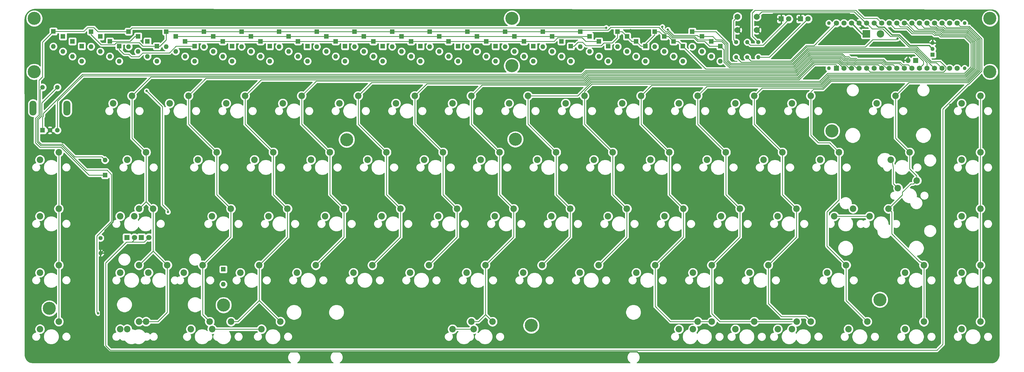
<source format=gbl>
G04 #@! TF.GenerationSoftware,KiCad,Pcbnew,(5.1.8)-1*
G04 #@! TF.CreationDate,2021-04-28T11:34:23+02:00*
G04 #@! TF.ProjectId,crispy-keyboard,63726973-7079-42d6-9b65-79626f617264,rev?*
G04 #@! TF.SameCoordinates,Original*
G04 #@! TF.FileFunction,Copper,L2,Bot*
G04 #@! TF.FilePolarity,Positive*
%FSLAX46Y46*%
G04 Gerber Fmt 4.6, Leading zero omitted, Abs format (unit mm)*
G04 Created by KiCad (PCBNEW (5.1.8)-1) date 2021-04-28 11:34:23*
%MOMM*%
%LPD*%
G01*
G04 APERTURE LIST*
G04 #@! TA.AperFunction,ComponentPad*
%ADD10R,2.500000X2.500000*%
G04 #@! TD*
G04 #@! TA.AperFunction,ComponentPad*
%ADD11C,2.500000*%
G04 #@! TD*
G04 #@! TA.AperFunction,ComponentPad*
%ADD12C,4.400000*%
G04 #@! TD*
G04 #@! TA.AperFunction,ComponentPad*
%ADD13R,1.800000X1.800000*%
G04 #@! TD*
G04 #@! TA.AperFunction,ComponentPad*
%ADD14C,1.800000*%
G04 #@! TD*
G04 #@! TA.AperFunction,ComponentPad*
%ADD15R,1.550000X1.550000*%
G04 #@! TD*
G04 #@! TA.AperFunction,ComponentPad*
%ADD16C,1.550000*%
G04 #@! TD*
G04 #@! TA.AperFunction,ComponentPad*
%ADD17O,2.400000X5.000000*%
G04 #@! TD*
G04 #@! TA.AperFunction,ComponentPad*
%ADD18R,1.600000X1.600000*%
G04 #@! TD*
G04 #@! TA.AperFunction,ComponentPad*
%ADD19O,1.600000X1.600000*%
G04 #@! TD*
G04 #@! TA.AperFunction,ComponentPad*
%ADD20O,1.700000X1.700000*%
G04 #@! TD*
G04 #@! TA.AperFunction,ComponentPad*
%ADD21R,1.700000X1.700000*%
G04 #@! TD*
G04 #@! TA.AperFunction,ComponentPad*
%ADD22O,1.350000X1.350000*%
G04 #@! TD*
G04 #@! TA.AperFunction,ComponentPad*
%ADD23R,1.350000X1.350000*%
G04 #@! TD*
G04 #@! TA.AperFunction,ComponentPad*
%ADD24C,2.000000*%
G04 #@! TD*
G04 #@! TA.AperFunction,ComponentPad*
%ADD25O,1.400000X1.400000*%
G04 #@! TD*
G04 #@! TA.AperFunction,ComponentPad*
%ADD26C,1.400000*%
G04 #@! TD*
G04 #@! TA.AperFunction,ComponentPad*
%ADD27C,1.750000*%
G04 #@! TD*
G04 #@! TA.AperFunction,ComponentPad*
%ADD28R,1.750000X1.750000*%
G04 #@! TD*
G04 #@! TA.AperFunction,WasherPad*
%ADD29C,1.270000*%
G04 #@! TD*
G04 #@! TA.AperFunction,ComponentPad*
%ADD30C,2.200000*%
G04 #@! TD*
G04 #@! TA.AperFunction,ViaPad*
%ADD31C,0.800000*%
G04 #@! TD*
G04 #@! TA.AperFunction,Conductor*
%ADD32C,0.400000*%
G04 #@! TD*
G04 #@! TA.AperFunction,Conductor*
%ADD33C,0.250000*%
G04 #@! TD*
G04 #@! TA.AperFunction,Conductor*
%ADD34C,0.254000*%
G04 #@! TD*
G04 #@! TA.AperFunction,Conductor*
%ADD35C,0.100000*%
G04 #@! TD*
G04 APERTURE END LIST*
D10*
X313207200Y-68789819D03*
D11*
X317957200Y-68789819D03*
D12*
X38074600Y-161419540D03*
D13*
X291066880Y-63736220D03*
D14*
X293606880Y-63736220D03*
D13*
X284566880Y-63736220D03*
D14*
X287106880Y-63736220D03*
D15*
X35782880Y-101302200D03*
D16*
X38282880Y-101302200D03*
X40782880Y-101302200D03*
X35782880Y-86802200D03*
X40782880Y-86802200D03*
D17*
X32582880Y-93802200D03*
X43982880Y-93802200D03*
D18*
X56829960Y-116415820D03*
D19*
X56829960Y-111335820D03*
D13*
X69042280Y-137505440D03*
D14*
X71582280Y-137505440D03*
D13*
X64195960Y-137497820D03*
D14*
X66735960Y-137497820D03*
D20*
X327261220Y-77736700D03*
D21*
X329801220Y-77736700D03*
D22*
X335536540Y-71844400D03*
X335536540Y-73844400D03*
D23*
X335536540Y-75844400D03*
D24*
X269813900Y-67487800D03*
X269813900Y-62987800D03*
X276313900Y-67487800D03*
X276313900Y-62987800D03*
D25*
X276844140Y-76641960D03*
D26*
X276844140Y-71561960D03*
D25*
X269351760Y-76644500D03*
D26*
X269351760Y-71564500D03*
D25*
X273101760Y-71564500D03*
D26*
X273101760Y-76644500D03*
D27*
X333611220Y-80411320D03*
X336151220Y-80411320D03*
X338691220Y-80411320D03*
X341231220Y-80411320D03*
X343771220Y-80411320D03*
X343771220Y-65171320D03*
X341231220Y-65171320D03*
X338691220Y-65171320D03*
X336151220Y-65171320D03*
X333611220Y-65171320D03*
X331071220Y-65171320D03*
X328531220Y-65171320D03*
X331071220Y-80411320D03*
X328531220Y-80411320D03*
X325991220Y-80411320D03*
X323451220Y-80411320D03*
X320911220Y-80411320D03*
X318371220Y-80411320D03*
X315831220Y-80411320D03*
X313291220Y-80411320D03*
X310751220Y-80411320D03*
X308211220Y-80411320D03*
X305671220Y-80411320D03*
D28*
X303131220Y-80411320D03*
D27*
X315831220Y-65171320D03*
X318371220Y-65171320D03*
X325991220Y-65171320D03*
X323451220Y-65171320D03*
X320911220Y-65171320D03*
X313291220Y-65171320D03*
X310751220Y-65171320D03*
X308211220Y-65171320D03*
X305671220Y-65171320D03*
X303131220Y-65171320D03*
D29*
X300591220Y-65171320D03*
X300591220Y-80411320D03*
X346311220Y-65171320D03*
X346311220Y-80411320D03*
D12*
X193845180Y-63560420D03*
D30*
X351631250Y-165893750D03*
X345281250Y-168433750D03*
D12*
X193845180Y-79560420D03*
X195005700Y-104352700D03*
X138218920Y-104467000D03*
X96740720Y-160308900D03*
X200365100Y-167197380D03*
X317779140Y-158500420D03*
X301634900Y-101548540D03*
X32993280Y-81563500D03*
X32993280Y-63563500D03*
X354845180Y-81560420D03*
X354845180Y-63560420D03*
D26*
X55315860Y-137685120D03*
D25*
X55315860Y-142765120D03*
D30*
X142081250Y-89693750D03*
X135731250Y-92233750D03*
X41262450Y-165883620D03*
X34912450Y-168423620D03*
X41262450Y-146833620D03*
X34912450Y-149373620D03*
X34912450Y-130323620D03*
X41262450Y-127783620D03*
X41262450Y-108733620D03*
X34912450Y-111273620D03*
D19*
X39438320Y-73031960D03*
D18*
X39438320Y-67951960D03*
D19*
X49003960Y-77990040D03*
D18*
X49003960Y-72910040D03*
D19*
X42664120Y-74703280D03*
D18*
X42664120Y-69623280D03*
D19*
X45864520Y-76374600D03*
D18*
X45864520Y-71294600D03*
D30*
X323056250Y-89693750D03*
X316706250Y-92233750D03*
X351631250Y-89693750D03*
X345281250Y-92233750D03*
X68262500Y-146843750D03*
X61912500Y-149383750D03*
X308768750Y-127793750D03*
X302418750Y-130333750D03*
X330200000Y-118268750D03*
X323850000Y-120808750D03*
X89693750Y-146843750D03*
X83343750Y-149383750D03*
X275466206Y-165893750D03*
X269116206Y-168433750D03*
X256410884Y-165883620D03*
X250060884Y-168423620D03*
D19*
X96678750Y-153314400D03*
D18*
X96678750Y-148234400D03*
D30*
X283390128Y-168433750D03*
X289740128Y-165893750D03*
X254833936Y-168433750D03*
X261183936Y-165893750D03*
X180207573Y-165901640D03*
X173857573Y-168441640D03*
X92893031Y-168429819D03*
X99243031Y-165889819D03*
X64293700Y-168423620D03*
X70643700Y-165883620D03*
X68262500Y-127783620D03*
X61912500Y-130323620D03*
X314325250Y-130333750D03*
X320675250Y-127793750D03*
X71437450Y-149383750D03*
X77787450Y-146843750D03*
X68262450Y-165883620D03*
X61912450Y-168423620D03*
X92075050Y-165893750D03*
X85725050Y-168433750D03*
X115887450Y-165883620D03*
X109537450Y-168423620D03*
X73025050Y-127783620D03*
X66675050Y-130323620D03*
X306387250Y-146843750D03*
X300037250Y-149383750D03*
X64293750Y-111283750D03*
X70643750Y-108743750D03*
X321468250Y-111283750D03*
X327818250Y-108743750D03*
X294481250Y-89693750D03*
X288131250Y-92233750D03*
X132556250Y-108743750D03*
X126206250Y-111283750D03*
X65881250Y-89693750D03*
X59531250Y-92233750D03*
X84931250Y-89693750D03*
X78581250Y-92233750D03*
X103981250Y-89693750D03*
X97631250Y-92233750D03*
X123031250Y-89693750D03*
X116681250Y-92233750D03*
X161131250Y-89693750D03*
X154781250Y-92233750D03*
X180181250Y-89693750D03*
X173831250Y-92233750D03*
X199231250Y-89693750D03*
X192881250Y-92233750D03*
X218281250Y-89693750D03*
X211931250Y-92233750D03*
X237331250Y-89693750D03*
X230981250Y-92233750D03*
X256381250Y-89693750D03*
X250031250Y-92233750D03*
X275431250Y-89693750D03*
X269081250Y-92233750D03*
X94456250Y-108743750D03*
X88106250Y-111283750D03*
X113506250Y-108743750D03*
X107156250Y-111283750D03*
X151606250Y-108743750D03*
X145256250Y-111283750D03*
X170656250Y-108743750D03*
X164306250Y-111283750D03*
X189706250Y-108743750D03*
X183356250Y-111283750D03*
X208756250Y-108743750D03*
X202406250Y-111283750D03*
X227806250Y-108743750D03*
X221456250Y-111283750D03*
X246856250Y-108743750D03*
X240506250Y-111283750D03*
X265906250Y-108743750D03*
X259556250Y-111283750D03*
X284956250Y-108743750D03*
X278606250Y-111283750D03*
X304006250Y-108743750D03*
X297656250Y-111283750D03*
X351631250Y-108743750D03*
X345281250Y-111283750D03*
X99218750Y-127793750D03*
X92868750Y-130333750D03*
X118268750Y-127793750D03*
X111918750Y-130333750D03*
X137318750Y-127793750D03*
X130968750Y-130333750D03*
X156368250Y-127793750D03*
X150018250Y-130333750D03*
X175418250Y-127793750D03*
X169068250Y-130333750D03*
X194468250Y-127793750D03*
X188118250Y-130333750D03*
X213518250Y-127793750D03*
X207168250Y-130333750D03*
X232568250Y-127793750D03*
X226218250Y-130333750D03*
X251618250Y-127793750D03*
X245268250Y-130333750D03*
X270668250Y-127793750D03*
X264318250Y-130333750D03*
X289718250Y-127793750D03*
X283368250Y-130333750D03*
X351631250Y-127793750D03*
X345281250Y-130333750D03*
X108743750Y-146843750D03*
X102393750Y-149383750D03*
X127793750Y-146843750D03*
X121443750Y-149383750D03*
X146843750Y-146843750D03*
X140493750Y-149383750D03*
X165894250Y-146843750D03*
X159544250Y-149383750D03*
X184944250Y-146843750D03*
X178594250Y-149383750D03*
X203994250Y-146843750D03*
X197644250Y-149383750D03*
X223044250Y-146843750D03*
X216694250Y-149383750D03*
X242094250Y-146843750D03*
X235744250Y-149383750D03*
X261144250Y-146843750D03*
X254794250Y-149383750D03*
X280194250Y-146843750D03*
X273844250Y-149383750D03*
X332581250Y-146843750D03*
X326231250Y-149383750D03*
X351631250Y-146843750D03*
X345281250Y-149383750D03*
X187325250Y-165893750D03*
X180975250Y-168433750D03*
X313531250Y-165893750D03*
X307181250Y-168433750D03*
X332581250Y-165893750D03*
X326231250Y-168433750D03*
X294521528Y-165883620D03*
X288171528Y-168423620D03*
D19*
X52100284Y-73055612D03*
D18*
X52100284Y-67975612D03*
D19*
X61608673Y-78016199D03*
D18*
X61608673Y-72936199D03*
D19*
X74286525Y-78016199D03*
D18*
X74286525Y-72936199D03*
D19*
X77455988Y-73055612D03*
D18*
X77455988Y-67975612D03*
D19*
X90133840Y-73055612D03*
D18*
X90133840Y-67975612D03*
D19*
X102811692Y-73055612D03*
D18*
X102811692Y-67975612D03*
D19*
X115489544Y-73055612D03*
D18*
X115489544Y-67975612D03*
D19*
X128167396Y-73055612D03*
D18*
X128167396Y-67975612D03*
D19*
X140845248Y-73055612D03*
D18*
X140845248Y-67975612D03*
D19*
X153523100Y-73055612D03*
D18*
X153523100Y-67975612D03*
D19*
X166200952Y-73055612D03*
D18*
X166200952Y-67975612D03*
D19*
X178878804Y-73055612D03*
D18*
X178878804Y-67975612D03*
D19*
X191556656Y-73055612D03*
D18*
X191556656Y-67975612D03*
D19*
X204234508Y-73055612D03*
D18*
X204234508Y-67975612D03*
D19*
X216842376Y-73055612D03*
D18*
X216842376Y-67975612D03*
D19*
X264041929Y-78016199D03*
D18*
X264041929Y-72936199D03*
D19*
X55269747Y-74709141D03*
D18*
X55269747Y-69629141D03*
D19*
X71117062Y-76362670D03*
D18*
X71117062Y-71282670D03*
D19*
X80625451Y-74709141D03*
D18*
X80625451Y-69629141D03*
D19*
X93303303Y-74709141D03*
D18*
X93303303Y-69629141D03*
D19*
X105981155Y-74709141D03*
D18*
X105981155Y-69629141D03*
D19*
X118659007Y-74709141D03*
D18*
X118659007Y-69629141D03*
D19*
X131336859Y-74709141D03*
D18*
X131336859Y-69629141D03*
D19*
X144014711Y-74709141D03*
D18*
X144014711Y-69629141D03*
D19*
X156692563Y-74709141D03*
D18*
X156692563Y-69629141D03*
D19*
X169370415Y-74709141D03*
D18*
X169370415Y-69629141D03*
D19*
X182048267Y-74709141D03*
D18*
X182048267Y-69629141D03*
D19*
X194726119Y-74709141D03*
D18*
X194726119Y-69629141D03*
D19*
X207386475Y-74709141D03*
D18*
X207386475Y-69629141D03*
D19*
X219993149Y-74709141D03*
D18*
X219993149Y-69629141D03*
D19*
X260953205Y-76362670D03*
D18*
X260953205Y-71282670D03*
D19*
X58439210Y-76362670D03*
D18*
X58439210Y-71282670D03*
D19*
X67947599Y-74709141D03*
D18*
X67947599Y-69629141D03*
D19*
X83794914Y-76362670D03*
D18*
X83794914Y-71282670D03*
D19*
X96472766Y-76362670D03*
D18*
X96472766Y-71282670D03*
D19*
X109150618Y-76362670D03*
D18*
X109150618Y-71282670D03*
D19*
X121828470Y-76362670D03*
D18*
X121828470Y-71282670D03*
D19*
X134506322Y-76362670D03*
D18*
X134506322Y-71282670D03*
D19*
X147184174Y-76362670D03*
D18*
X147184174Y-71282670D03*
D19*
X159862026Y-76362670D03*
D18*
X159862026Y-71282670D03*
D19*
X172539878Y-76362670D03*
D18*
X172539878Y-71282670D03*
D19*
X185217730Y-76362670D03*
D18*
X185217730Y-71282670D03*
D19*
X197895582Y-76362670D03*
D18*
X197895582Y-71282670D03*
D19*
X223143922Y-76362670D03*
D18*
X223143922Y-71282670D03*
D19*
X257864481Y-74709141D03*
D18*
X257864481Y-69629141D03*
D19*
X86964377Y-78016199D03*
D18*
X86964377Y-72936199D03*
D19*
X99642229Y-78016199D03*
D18*
X99642229Y-72936199D03*
D19*
X112320081Y-78016199D03*
D18*
X112320081Y-72936199D03*
D19*
X124997933Y-78016199D03*
D18*
X124997933Y-72936199D03*
D19*
X137675785Y-78016199D03*
D18*
X137675785Y-72936199D03*
D19*
X150353637Y-78016199D03*
D18*
X150353637Y-72936199D03*
D19*
X163031489Y-78016199D03*
D18*
X163031489Y-72936199D03*
D19*
X175709341Y-78016199D03*
D18*
X175709341Y-72936199D03*
D19*
X188387193Y-78016199D03*
D18*
X188387193Y-72936199D03*
D19*
X201065045Y-78016199D03*
D18*
X201065045Y-72936199D03*
D19*
X210538442Y-76362670D03*
D18*
X210538442Y-71282670D03*
D19*
X226294695Y-78016199D03*
D18*
X226294695Y-72936199D03*
D19*
X254589606Y-73055612D03*
D18*
X254589606Y-67975612D03*
D19*
X248288058Y-76362670D03*
D18*
X248288058Y-71282670D03*
D19*
X64778136Y-73055612D03*
D18*
X64778136Y-67975612D03*
D19*
X245137284Y-74709141D03*
D18*
X245137284Y-69629141D03*
D19*
X241986511Y-73055612D03*
D18*
X241986511Y-67975612D03*
D19*
X238835738Y-78016199D03*
D18*
X238835738Y-72936199D03*
D19*
X213690409Y-78016199D03*
D18*
X213690409Y-72936199D03*
D19*
X232596241Y-74709141D03*
D18*
X232596241Y-69629141D03*
D19*
X229445468Y-73055612D03*
D18*
X229445468Y-67975612D03*
D19*
X251438832Y-78016199D03*
D18*
X251438832Y-72936199D03*
D19*
X235684965Y-76362670D03*
D18*
X235684965Y-71282670D03*
D31*
X127274320Y-177835560D03*
X151836120Y-178203860D03*
X212438410Y-178122554D03*
X298704000Y-80119220D03*
X341478450Y-92710850D03*
X312295540Y-88082120D03*
X304970180Y-88229440D03*
X327334880Y-69390260D03*
X105961180Y-173342300D03*
X64808100Y-70086220D03*
X233850180Y-67530980D03*
X52504340Y-124597160D03*
X85110320Y-124802900D03*
X123647200Y-123286520D03*
X141706600Y-122941080D03*
X161010600Y-123631960D03*
X180312060Y-122735340D03*
X198097140Y-122389900D03*
X217469720Y-122252740D03*
X237116620Y-122252740D03*
X314256420Y-121424700D03*
X294678100Y-121770140D03*
X64505840Y-80820260D03*
X261277100Y-74424540D03*
X224782380Y-68486020D03*
X238013240Y-69123560D03*
X197873620Y-80756760D03*
X119461280Y-80853280D03*
X132090160Y-81015840D03*
X144640300Y-80812640D03*
X157149800Y-80853280D03*
X170103800Y-80812640D03*
X182008780Y-80530700D03*
X190723520Y-76367640D03*
X209986880Y-80385920D03*
X217652600Y-78841600D03*
X231505760Y-79500000D03*
X244002560Y-79500000D03*
X66949320Y-72979280D03*
X70586600Y-128854200D03*
X326390000Y-117830600D03*
X249954122Y-173205616D03*
X276603576Y-172995640D03*
X289709578Y-173223114D03*
X283427796Y-173083130D03*
X333332092Y-169513538D03*
X324805040Y-92994480D03*
X104895702Y-124176220D03*
X275168740Y-121971472D03*
X254608590Y-121534022D03*
X317286426Y-147658536D03*
X38270180Y-88069420D03*
X307111400Y-71183500D03*
X321271900Y-72494140D03*
X244513100Y-66372740D03*
X246388022Y-67329131D03*
X78028800Y-128879600D03*
X70815200Y-88036400D03*
X225625660Y-66715640D03*
X54460240Y-163052760D03*
X323745882Y-70357659D03*
D32*
X153574139Y-176465841D02*
X153574139Y-176035359D01*
X151836120Y-178203860D02*
X153574139Y-176465841D01*
X210887921Y-176572065D02*
X210887921Y-176035359D01*
X210887921Y-176035359D02*
X153574139Y-176035359D01*
X212438410Y-178122554D02*
X210887921Y-176572065D01*
X127274320Y-176156620D02*
X127153059Y-176035359D01*
X127274320Y-177835560D02*
X127274320Y-176156620D01*
X153574139Y-176035359D02*
X127153059Y-176035359D01*
X55260240Y-142820740D02*
X55315860Y-142765120D01*
X55260240Y-172996860D02*
X55260240Y-142820740D01*
X58303819Y-176040439D02*
X55260240Y-172996860D01*
X121408161Y-176040439D02*
X58303819Y-176040439D01*
X121413241Y-176035359D02*
X121408161Y-176040439D01*
X127153059Y-176035359D02*
X121413241Y-176035359D01*
X309234840Y-63654940D02*
X310751220Y-65171320D01*
X307467000Y-61887100D02*
X309255160Y-63675260D01*
X281914600Y-61887100D02*
X307467000Y-61887100D01*
X276313900Y-67487800D02*
X281914600Y-61887100D01*
X210887921Y-176035359D02*
X236030159Y-176035359D01*
X236030159Y-176035359D02*
X236354819Y-176360019D01*
X341478450Y-172150436D02*
X341478450Y-92710850D01*
X337268867Y-176360019D02*
X341478450Y-172150436D01*
X236354819Y-176360019D02*
X337268867Y-176360019D01*
X42495159Y-105514479D02*
X38282880Y-101302200D01*
X52784621Y-105514479D02*
X42495159Y-105514479D01*
X59514400Y-132294496D02*
X59514400Y-112244258D01*
X56751220Y-135057676D02*
X59514400Y-132294496D01*
X55315860Y-142765120D02*
X56751220Y-141329760D01*
X59514400Y-112244258D02*
X52784621Y-105514479D01*
X56751220Y-141329760D02*
X56751220Y-135057676D01*
D33*
X216787784Y-67327832D02*
X216525314Y-67327832D01*
X77455988Y-70816736D02*
X77455988Y-67975612D01*
X75336525Y-72936199D02*
X77455988Y-70816736D01*
X74286525Y-72936199D02*
X75336525Y-72936199D01*
X77455988Y-67975612D02*
X90133840Y-67975612D01*
X90133840Y-67975612D02*
X102811692Y-67975612D01*
X102811692Y-67975612D02*
X115489544Y-67975612D01*
X115489544Y-67975612D02*
X128167396Y-67975612D01*
X128167396Y-67975612D02*
X140845248Y-67975612D01*
X140845248Y-67975612D02*
X153523100Y-67975612D01*
X153523100Y-67975612D02*
X166200952Y-67975612D01*
X166200952Y-67975612D02*
X178878804Y-67975612D01*
X178878804Y-67975612D02*
X191556656Y-67975612D01*
X191556656Y-67975612D02*
X204234508Y-67975612D01*
X204234508Y-67975612D02*
X216842376Y-67975612D01*
X69562039Y-72936199D02*
X74286525Y-72936199D01*
X68358521Y-71732681D02*
X69562039Y-72936199D01*
X60704029Y-71732681D02*
X68358521Y-71732681D01*
X60029039Y-72407671D02*
X60704029Y-71732681D01*
X55482343Y-72407671D02*
X60029039Y-72407671D01*
X52100284Y-69025612D02*
X55482343Y-72407671D01*
X52100284Y-67975612D02*
X52100284Y-69025612D01*
X217332728Y-67485260D02*
X216842376Y-67975612D01*
X243373439Y-66575610D02*
X227107932Y-66575610D01*
X246197285Y-68504140D02*
X245301969Y-68504140D01*
X247850815Y-70157670D02*
X246197285Y-68504140D01*
X226198282Y-67485260D02*
X217332728Y-67485260D01*
X255262710Y-70157670D02*
X247850815Y-70157670D01*
X264041929Y-72936199D02*
X260415677Y-72936199D01*
X227107932Y-66575610D02*
X226198282Y-67485260D01*
X258756958Y-71277480D02*
X256382520Y-71277480D01*
X260415677Y-72936199D02*
X258756958Y-71277480D01*
X245301969Y-68504140D02*
X243373439Y-66575610D01*
X256382520Y-71277480D02*
X255262710Y-70157670D01*
X329515832Y-75007832D02*
X332486000Y-77978000D01*
X332486000Y-78996540D02*
X331071220Y-80411320D01*
X293992361Y-75007832D02*
X329515832Y-75007832D01*
X288870180Y-80130013D02*
X293992361Y-75007832D01*
X332486000Y-77978000D02*
X332486000Y-78996540D01*
X265226062Y-78301988D02*
X267054087Y-80130013D01*
X267054087Y-80130013D02*
X288870180Y-80130013D01*
X265226062Y-74120332D02*
X265226062Y-78301988D01*
X264041929Y-72936199D02*
X265226062Y-74120332D01*
X55354850Y-69067797D02*
X55354850Y-69225276D01*
X80625451Y-69629141D02*
X93303303Y-69629141D01*
X93303303Y-69629141D02*
X105981155Y-69629141D01*
X105981155Y-69629141D02*
X118659007Y-69629141D01*
X118659007Y-69629141D02*
X131336859Y-69629141D01*
X131336859Y-69629141D02*
X144014711Y-69629141D01*
X144014711Y-69629141D02*
X156692563Y-69629141D01*
X156692563Y-69629141D02*
X169370415Y-69629141D01*
X169370415Y-69629141D02*
X182048267Y-69629141D01*
X182048267Y-69629141D02*
X194726119Y-69629141D01*
X194726119Y-69629141D02*
X207386475Y-69629141D01*
X207386475Y-69629141D02*
X219993149Y-69629141D01*
X245628804Y-68054129D02*
X244513100Y-66938425D01*
X248037214Y-69707659D02*
X246383685Y-68054129D01*
X255449110Y-69707659D02*
X248037214Y-69707659D01*
X260473035Y-70802500D02*
X256543950Y-70802500D01*
X256543950Y-70802500D02*
X255449110Y-69707659D01*
X244513100Y-66938425D02*
X244513100Y-66372740D01*
X260953205Y-71282670D02*
X260473035Y-70802500D01*
X246383685Y-68054129D02*
X245628804Y-68054129D01*
X333674720Y-78530309D02*
X333674720Y-80347820D01*
X329702232Y-74557821D02*
X333674720Y-78530309D01*
X288683780Y-79680002D02*
X293805961Y-74557821D01*
X267240487Y-79680002D02*
X288683780Y-79680002D01*
X265681010Y-78120525D02*
X267240487Y-79680002D01*
X265681010Y-72448099D02*
X265681010Y-78120525D01*
X333674720Y-80347820D02*
X333611220Y-80411320D01*
X293805961Y-74557821D02*
X329702232Y-74557821D01*
X264515581Y-71282670D02*
X265681010Y-72448099D01*
X260953205Y-71282670D02*
X264515581Y-71282670D01*
X322334982Y-119293732D02*
X323850000Y-120808750D01*
X322334982Y-113953382D02*
X322334982Y-119293732D01*
X322334982Y-113953382D02*
X321745001Y-111283750D01*
X258471834Y-69277769D02*
X257579436Y-69277769D01*
X257579436Y-69277769D02*
X258016669Y-69277769D01*
X83794914Y-71282670D02*
X96472766Y-71282670D01*
X96472766Y-71282670D02*
X109150618Y-71282670D01*
X109150618Y-71282670D02*
X121828470Y-71282670D01*
X121828470Y-71282670D02*
X134506322Y-71282670D01*
X134506322Y-71282670D02*
X147184174Y-71282670D01*
X147184174Y-71282670D02*
X159862026Y-71282670D01*
X159862026Y-71282670D02*
X172539878Y-71282670D01*
X172539878Y-71282670D02*
X185217730Y-71282670D01*
X185217730Y-71282670D02*
X197895582Y-71282670D01*
X256617046Y-69629141D02*
X256617046Y-69627512D01*
X257864481Y-69629141D02*
X256617046Y-69629141D01*
X266135958Y-77939062D02*
X266139062Y-77939062D01*
X218718470Y-71282670D02*
X223143922Y-71282670D01*
X217514952Y-70079152D02*
X218718470Y-71282670D01*
X209258088Y-70079152D02*
X217514952Y-70079152D01*
X208054570Y-71282670D02*
X209258088Y-70079152D01*
X197895582Y-71282670D02*
X208054570Y-71282670D01*
X65244070Y-71282670D02*
X58439210Y-71282670D01*
X66897599Y-69629141D02*
X65244070Y-71282670D01*
X67947599Y-69629141D02*
X66897599Y-69629141D01*
X256617046Y-69629141D02*
X256235925Y-69248020D01*
X256235925Y-69248020D02*
X248306911Y-69248020D01*
X248306911Y-69248020D02*
X246388022Y-67329131D01*
X266135958Y-72266636D02*
X266135958Y-77939062D01*
X264646422Y-70777100D02*
X266135958Y-72266636D01*
X262638540Y-70777100D02*
X264646422Y-70777100D01*
X261484720Y-69623280D02*
X262638540Y-70777100D01*
X257870342Y-69623280D02*
X261484720Y-69623280D01*
X257864481Y-69629141D02*
X257870342Y-69623280D01*
X335276221Y-79536321D02*
X336151220Y-80411320D01*
X267426887Y-79229991D02*
X288497380Y-79229991D01*
X329888632Y-74107810D02*
X335276221Y-79495399D01*
X335276221Y-79495399D02*
X335276221Y-79536321D01*
X288497380Y-79229991D02*
X293619561Y-74107810D01*
X266135958Y-77939062D02*
X267426887Y-79229991D01*
X293619561Y-74107810D02*
X329888632Y-74107810D01*
X302418750Y-130333750D02*
X314325250Y-130333750D01*
X78028800Y-128879600D02*
X78028800Y-128313915D01*
X76136249Y-93357449D02*
X70815200Y-88036400D01*
X78028800Y-128313915D02*
X76136249Y-126421364D01*
X76136249Y-126421364D02*
X76136249Y-93357449D01*
X80733391Y-72936199D02*
X85914377Y-72936199D01*
X68211700Y-76492100D02*
X69535040Y-75168760D01*
X67787520Y-76492100D02*
X68211700Y-76492100D01*
X67777360Y-76502260D02*
X67787520Y-76492100D01*
X69535040Y-75168760D02*
X78500830Y-75168760D01*
X65714880Y-76502260D02*
X67777360Y-76502260D01*
X64808100Y-75595480D02*
X65714880Y-76502260D01*
X63217954Y-75595480D02*
X64808100Y-75595480D01*
X61608673Y-73986199D02*
X63217954Y-75595480D01*
X78500830Y-75168760D02*
X80733391Y-72936199D01*
X61608673Y-72936199D02*
X61608673Y-73986199D01*
X85914377Y-72936199D02*
X86964377Y-72936199D01*
X262481345Y-67975612D02*
X266593060Y-72087327D01*
X266593060Y-72087327D02*
X266593060Y-77733500D01*
X254589606Y-67975612D02*
X262481345Y-67975612D01*
X266593060Y-77733500D02*
X267639540Y-78779980D01*
X336786651Y-78506751D02*
X338691220Y-80411320D01*
X334923984Y-78506751D02*
X336786651Y-78506751D01*
X330075032Y-73657799D02*
X334923984Y-78506751D01*
X293433161Y-73657799D02*
X330075032Y-73657799D01*
X288310980Y-78779980D02*
X293433161Y-73657799D01*
X267639540Y-78779980D02*
X288310980Y-78779980D01*
X237785738Y-72936199D02*
X238835738Y-72936199D01*
X229445468Y-67975612D02*
X229449740Y-67975612D01*
X229445468Y-67975612D02*
X229435564Y-67975612D01*
X235684965Y-71282670D02*
X235684965Y-71285349D01*
X235684965Y-71285349D02*
X237335815Y-72936199D01*
X234634965Y-71282670D02*
X235684965Y-71282670D01*
X232596241Y-69631461D02*
X234247450Y-71282670D01*
X232596241Y-69629141D02*
X232596241Y-69631461D01*
X245137284Y-69629141D02*
X245137284Y-68930323D01*
X248288058Y-71282670D02*
X248277026Y-71282670D01*
X246623497Y-69629141D02*
X245137284Y-69629141D01*
X248277026Y-71282670D02*
X246623497Y-69629141D01*
X251438832Y-72936199D02*
X251438832Y-72869686D01*
X249851816Y-71282670D02*
X248288058Y-71282670D01*
X251438832Y-72869686D02*
X249851816Y-71282670D01*
X229445468Y-67944888D02*
X229445468Y-67975612D01*
X241986511Y-68871311D02*
X241986511Y-67975612D01*
X230942712Y-67975612D02*
X232596241Y-69629141D01*
X229445468Y-67975612D02*
X230942712Y-67975612D01*
X238835738Y-72231182D02*
X241986511Y-69080409D01*
X238835738Y-72936199D02*
X238835738Y-72231182D01*
X229445468Y-67975612D02*
X229173094Y-67975612D01*
X229445468Y-70004532D02*
X229445468Y-67975612D01*
X227638802Y-71811198D02*
X229445468Y-70004532D01*
X216084000Y-71594600D02*
X217628320Y-71594600D01*
X213690409Y-72936199D02*
X214740409Y-72936199D01*
X215747989Y-71930611D02*
X216084000Y-71594600D01*
X223873994Y-72737600D02*
X224811594Y-71800000D01*
X215745997Y-71930611D02*
X215747989Y-71930611D01*
X214740409Y-72936199D02*
X215745997Y-71930611D01*
X224975000Y-71800000D02*
X224986198Y-71811198D01*
X217628320Y-71594600D02*
X218771320Y-72737600D01*
X224986198Y-71811198D02*
X227638802Y-71811198D01*
X218771320Y-72737600D02*
X223873994Y-72737600D01*
X224811594Y-71800000D02*
X224975000Y-71800000D01*
X243483755Y-67975612D02*
X245137284Y-69629141D01*
X241986511Y-67975612D02*
X243483755Y-67975612D01*
X54425612Y-67975612D02*
X64778136Y-67975612D01*
X53076080Y-66626080D02*
X54425612Y-67975612D01*
X49678040Y-67951960D02*
X51003920Y-66626080D01*
X39731960Y-67951960D02*
X49678040Y-67951960D01*
X39550000Y-67770000D02*
X39731960Y-67951960D01*
X64778136Y-67894068D02*
X65956564Y-66715640D01*
X65956564Y-66715640D02*
X225625660Y-66715640D01*
X51003920Y-66626080D02*
X53076080Y-66626080D01*
X323971357Y-78300580D02*
X323982074Y-78311297D01*
X294178760Y-75457843D02*
X305088520Y-75457843D01*
X319011300Y-77401420D02*
X319910460Y-78300580D01*
X306141930Y-76511253D02*
X307365621Y-76511253D01*
X309719221Y-76961264D02*
X310159376Y-77401420D01*
X289002423Y-80634180D02*
X294178760Y-75457843D01*
X310159376Y-77401420D02*
X319011300Y-77401420D01*
X319910460Y-78300580D02*
X323971357Y-78300580D01*
X307815632Y-76961264D02*
X309719221Y-76961264D01*
X307365621Y-76511253D02*
X307815632Y-76961264D01*
X305088520Y-75457843D02*
X306141930Y-76511253D01*
X259136813Y-80634180D02*
X289002423Y-80634180D01*
X251438832Y-72936199D02*
X259136813Y-80634180D01*
X241986511Y-69080409D02*
X241986511Y-68871311D01*
X234247450Y-71282670D02*
X234634965Y-71282670D01*
X237335815Y-72936199D02*
X237785738Y-72936199D01*
X35808920Y-71581360D02*
X39438320Y-67951960D01*
X34604098Y-84425382D02*
X35808920Y-83220560D01*
X34604098Y-96099222D02*
X34604098Y-84425382D01*
X35808920Y-83220560D02*
X35808920Y-71581360D01*
X34975800Y-107038140D02*
X33439100Y-105501440D01*
X33439100Y-97264220D02*
X34604098Y-96099222D01*
X42064940Y-107038140D02*
X34975800Y-107038140D01*
X33439100Y-105501440D02*
X33439100Y-97264220D01*
X51442620Y-116415820D02*
X42064940Y-107038140D01*
X56829960Y-116415820D02*
X51442620Y-116415820D01*
X327306940Y-79187040D02*
X328531220Y-80411320D01*
X325473060Y-79187040D02*
X327306940Y-79187040D01*
X324586600Y-78300580D02*
X325473060Y-79187040D01*
X323971357Y-78300580D02*
X324586600Y-78300580D01*
X92896962Y-168433750D02*
X92893031Y-168429819D01*
X109537450Y-168433750D02*
X92896962Y-168433750D01*
X173865463Y-168433750D02*
X173857573Y-168441640D01*
X180975250Y-168433750D02*
X173865463Y-168433750D01*
X65881250Y-103981250D02*
X70643750Y-108743750D01*
X65881250Y-89693750D02*
X65881250Y-103981250D01*
X70643750Y-125412450D02*
X73025050Y-127793750D01*
X70643750Y-108743750D02*
X70643750Y-125412450D01*
X73025050Y-142081350D02*
X77787450Y-146843750D01*
X68266381Y-165889819D02*
X68262450Y-165893750D01*
X70643700Y-165889819D02*
X68266381Y-165889819D01*
X77787450Y-156178614D02*
X77787450Y-162778676D01*
X77787450Y-146843750D02*
X77787450Y-156178614D01*
X77787450Y-156178614D02*
X77787450Y-156368750D01*
X74676307Y-165889819D02*
X70643700Y-165889819D01*
X77787450Y-162778676D02*
X74676307Y-165889819D01*
X69376298Y-126679902D02*
X70643750Y-125412450D01*
X69372160Y-126679902D02*
X69376298Y-126679902D01*
X68272161Y-127779901D02*
X69372160Y-126679902D01*
X73025050Y-127793750D02*
X73025050Y-141884450D01*
X73025050Y-141884450D02*
X73025050Y-142081350D01*
X73025050Y-142081200D02*
X68262500Y-146843750D01*
X73025050Y-141884450D02*
X73025050Y-142081200D01*
X65881250Y-89693750D02*
X72237595Y-83337405D01*
X320076644Y-80411320D02*
X320911220Y-80411320D01*
X309160021Y-78311297D02*
X309600176Y-78751453D01*
X318416777Y-78751453D02*
X320076644Y-80411320D01*
X309600176Y-78751453D02*
X318416777Y-78751453D01*
X306806421Y-77861286D02*
X307256432Y-78311297D01*
X304529320Y-76807876D02*
X305582730Y-77861286D01*
X307256432Y-78311297D02*
X309160021Y-78311297D01*
X305582730Y-77861286D02*
X306806421Y-77861286D01*
X294737960Y-76807876D02*
X304529320Y-76807876D01*
X289522290Y-82023546D02*
X294737960Y-76807876D01*
X219093457Y-82023546D02*
X289522290Y-82023546D01*
X217779598Y-83337405D02*
X219093457Y-82023546D01*
X72237595Y-83337405D02*
X217779598Y-83337405D01*
X84931250Y-99218750D02*
X94456250Y-108743750D01*
X84931250Y-89693750D02*
X84931250Y-99218750D01*
X94456250Y-123031250D02*
X99218750Y-127793750D01*
X94456250Y-108743750D02*
X94456250Y-123031250D01*
X99218750Y-137318750D02*
X89693750Y-146843750D01*
X99218750Y-127793750D02*
X99218750Y-137318750D01*
X89693750Y-163512450D02*
X92075050Y-165893750D01*
X89693750Y-146843750D02*
X89693750Y-163512450D01*
X317161364Y-79201464D02*
X318371220Y-80411320D01*
X309413776Y-79201464D02*
X317161364Y-79201464D01*
X308973621Y-78761308D02*
X309413776Y-79201464D01*
X307070032Y-78761308D02*
X308973621Y-78761308D01*
X305396330Y-78311297D02*
X306620021Y-78311297D01*
X306620021Y-78311297D02*
X307070032Y-78761308D01*
X304342920Y-77257887D02*
X305396330Y-78311297D01*
X84931250Y-89693750D02*
X90830400Y-83794600D01*
X90830400Y-83794600D02*
X217982800Y-83794600D01*
X217982800Y-83794600D02*
X219298914Y-82478486D01*
X219298914Y-82478486D02*
X289719004Y-82478486D01*
X294939603Y-77257887D02*
X304342920Y-77257887D01*
X289719004Y-82478486D02*
X294939603Y-77257887D01*
X103981250Y-99218750D02*
X113506250Y-108743750D01*
X103981250Y-89693750D02*
X103981250Y-99218750D01*
X113506250Y-123031250D02*
X118268750Y-127793750D01*
X113506250Y-108743750D02*
X113506250Y-123031250D01*
X118268750Y-137318750D02*
X108743750Y-146843750D01*
X118268750Y-127793750D02*
X118268750Y-137318750D01*
X108743750Y-158750050D02*
X115887450Y-165893750D01*
X108743750Y-146843750D02*
X108743750Y-158750050D01*
X108743750Y-158750050D02*
X108729982Y-158750050D01*
X101590213Y-165889819D02*
X101256118Y-165889819D01*
X108729982Y-158750050D02*
X101590213Y-165889819D01*
X101447737Y-165889819D02*
X101256118Y-165889819D01*
X101256118Y-165889819D02*
X99243031Y-165889819D01*
X306883632Y-79211319D02*
X308787221Y-79211319D01*
X309987222Y-80411320D02*
X310751220Y-80411320D01*
X308787221Y-79211319D02*
X309987222Y-80411320D01*
X306433621Y-78761308D02*
X306883632Y-79211319D01*
X305209930Y-78761308D02*
X306433621Y-78761308D01*
X304156520Y-77707898D02*
X305209930Y-78761308D01*
X297224042Y-77707898D02*
X304156520Y-77707898D01*
X297038622Y-77707898D02*
X297224042Y-77707898D01*
X289898799Y-82935101D02*
X295126002Y-77707898D01*
X295126002Y-77707898D02*
X297224042Y-77707898D01*
X109423200Y-84251800D02*
X218186000Y-84251800D01*
X219502699Y-82935101D02*
X289898799Y-82935101D01*
X218186000Y-84251800D02*
X219502699Y-82935101D01*
X103981250Y-89693750D02*
X109423200Y-84251800D01*
X123031250Y-99218750D02*
X132556250Y-108743750D01*
X123031250Y-89693750D02*
X123031250Y-99218750D01*
X132556250Y-123031250D02*
X137318750Y-127793750D01*
X132556250Y-108743750D02*
X132556250Y-123031250D01*
X137318750Y-137318750D02*
X127793750Y-146843750D01*
X137318750Y-127793750D02*
X137318750Y-137318750D01*
X291409120Y-82123280D02*
X291409120Y-82115660D01*
X290144018Y-83388382D02*
X291409120Y-82123280D01*
X219709818Y-83388382D02*
X290144018Y-83388382D01*
X128016000Y-84709000D02*
X218389200Y-84709000D01*
X218389200Y-84709000D02*
X219709818Y-83388382D01*
X123031250Y-89693750D02*
X128016000Y-84709000D01*
X35978860Y-86893640D02*
X35874320Y-86893640D01*
X35874320Y-86893640D02*
X35782880Y-86802200D01*
X306247221Y-79211319D02*
X307447222Y-80411320D01*
X305023530Y-79211319D02*
X306247221Y-79211319D01*
X303970120Y-78157909D02*
X305023530Y-79211319D01*
X307447222Y-80411320D02*
X308211220Y-80411320D01*
X295380911Y-78157909D02*
X303970120Y-78157909D01*
X295367780Y-78171040D02*
X295380911Y-78157909D01*
X295361360Y-78171040D02*
X295367780Y-78171040D01*
X291409120Y-82123280D02*
X295361360Y-78171040D01*
X54060241Y-137006179D02*
X54060241Y-162652761D01*
X58989390Y-132077030D02*
X54060241Y-137006179D01*
X54060241Y-162652761D02*
X54460240Y-163052760D01*
X57510680Y-114774980D02*
X58989390Y-116253690D01*
X46477782Y-110699142D02*
X50553620Y-114774980D01*
X42250081Y-106489501D02*
X46459720Y-110699142D01*
X33889111Y-105204692D02*
X35173920Y-106489501D01*
X33889111Y-97461908D02*
X33889111Y-105204692D01*
X35054109Y-87530971D02*
X35054109Y-96296911D01*
X46459720Y-110699142D02*
X46477782Y-110699142D01*
X35054109Y-96296911D02*
X33889111Y-97461908D01*
X35173920Y-106489501D02*
X42250081Y-106489501D01*
X50553620Y-114774980D02*
X57510680Y-114774980D01*
X58989390Y-116253690D02*
X58989390Y-132077030D01*
X35782880Y-86802200D02*
X35054109Y-87530971D01*
X142081250Y-99218750D02*
X151606250Y-108743750D01*
X142081250Y-89693750D02*
X142081250Y-99218750D01*
X151606250Y-123031750D02*
X156368250Y-127793750D01*
X151606250Y-108743750D02*
X151606250Y-123031750D01*
X156368250Y-137319250D02*
X146843750Y-146843750D01*
X156368250Y-127793750D02*
X156368250Y-137319250D01*
X305569339Y-80411320D02*
X305671220Y-80411320D01*
X303765939Y-78607920D02*
X305569339Y-80411320D01*
X297855640Y-78607920D02*
X303765939Y-78607920D01*
X297479930Y-78607920D02*
X297855640Y-78607920D01*
X218617800Y-85166200D02*
X219940670Y-83843330D01*
X146608800Y-85166200D02*
X218617800Y-85166200D01*
X142081250Y-89693750D02*
X146608800Y-85166200D01*
X295567310Y-78607920D02*
X297855640Y-78607920D01*
X219940670Y-83843330D02*
X290331900Y-83843330D01*
X290331900Y-83843330D02*
X295567310Y-78607920D01*
X161131250Y-99218750D02*
X170656250Y-108743750D01*
X161131250Y-89693750D02*
X161131250Y-99218750D01*
X170656250Y-123031750D02*
X175418250Y-127793750D01*
X170656250Y-108743750D02*
X170656250Y-123031750D01*
X175418250Y-137319750D02*
X165894250Y-146843750D01*
X175418250Y-127793750D02*
X175418250Y-137319750D01*
X290537142Y-84298278D02*
X295769438Y-79065982D01*
X303131220Y-79286320D02*
X303131220Y-80411320D01*
X220146122Y-84298278D02*
X290537142Y-84298278D01*
X165201600Y-85623400D02*
X218821000Y-85623400D01*
X161131250Y-89693750D02*
X165201600Y-85623400D01*
X218821000Y-85623400D02*
X220146122Y-84298278D01*
X295769438Y-79065982D02*
X302910882Y-79065982D01*
X302910882Y-79065982D02*
X303131220Y-79286320D01*
X180181250Y-99218750D02*
X189706250Y-108743750D01*
X180181250Y-89693750D02*
X180181250Y-99218750D01*
X189706250Y-123031750D02*
X194468250Y-127793750D01*
X189706250Y-108743750D02*
X189706250Y-123031750D01*
X194468250Y-137319750D02*
X184944250Y-146843750D01*
X194468250Y-127793750D02*
X194468250Y-137319750D01*
X184944250Y-163512750D02*
X187325250Y-165893750D01*
X184944250Y-146843750D02*
X184944250Y-163512750D01*
X182555360Y-165901640D02*
X184944250Y-163512750D01*
X180207573Y-165901640D02*
X182555360Y-165901640D01*
X180181250Y-89693750D02*
X183794400Y-86080600D01*
X297504132Y-84753226D02*
X300167144Y-82090214D01*
X220351574Y-84753226D02*
X297504132Y-84753226D01*
X219024200Y-86080600D02*
X220351574Y-84753226D01*
X300167144Y-82090214D02*
X346217286Y-82090214D01*
X183794400Y-86080600D02*
X219024200Y-86080600D01*
X348472760Y-79834740D02*
X348472760Y-78286960D01*
X346217286Y-82090214D02*
X348472760Y-79834740D01*
X321008537Y-65171320D02*
X320911220Y-65171320D01*
X322799237Y-66962020D02*
X321008537Y-65171320D01*
X326887840Y-66962020D02*
X322799237Y-66962020D01*
X328589640Y-68663820D02*
X326887840Y-66962020D01*
X335531460Y-68663820D02*
X328589640Y-68663820D01*
X336191860Y-69324220D02*
X335531460Y-68663820D01*
X337713320Y-69324220D02*
X336191860Y-69324220D01*
X338203540Y-69814440D02*
X337713320Y-69324220D01*
X348465140Y-78305660D02*
X348465140Y-71930260D01*
X348465140Y-71930260D02*
X346349320Y-69814440D01*
X346349320Y-69814440D02*
X338203540Y-69814440D01*
X348457520Y-78313280D02*
X348465140Y-78305660D01*
X208756250Y-123031750D02*
X213518250Y-127793750D01*
X208756250Y-108743750D02*
X208756250Y-123031750D01*
X213518250Y-137319750D02*
X203994250Y-146843750D01*
X213518250Y-127793750D02*
X213518250Y-137319750D01*
X199231250Y-99206250D02*
X199231250Y-89693750D01*
X208756250Y-108743750D02*
X208756250Y-108731250D01*
X208756250Y-108731250D02*
X199231250Y-99206250D01*
X323451220Y-65171320D02*
X324690309Y-66410409D01*
X324690309Y-66410409D02*
X327102180Y-66410409D01*
X327102180Y-66410409D02*
X328896281Y-68204510D01*
X328896281Y-68204510D02*
X335805081Y-68204510D01*
X335805081Y-68204510D02*
X336444731Y-68844160D01*
X346535720Y-69364429D02*
X348929914Y-71758623D01*
X348929914Y-80013997D02*
X346403686Y-82540225D01*
X300353544Y-82540225D02*
X297668097Y-85225672D01*
X216071450Y-89693750D02*
X199231250Y-89693750D01*
X220539528Y-85225672D02*
X216071450Y-89693750D01*
X297668097Y-85225672D02*
X220539528Y-85225672D01*
X346403686Y-82540225D02*
X300353544Y-82540225D01*
X348929914Y-71758623D02*
X348929914Y-80013997D01*
X338558709Y-69364429D02*
X346535720Y-69364429D01*
X338038440Y-68844160D02*
X338558709Y-69364429D01*
X336444731Y-68844160D02*
X338038440Y-68844160D01*
X218281250Y-99218750D02*
X227806250Y-108743750D01*
X218281250Y-89693750D02*
X218281250Y-99218750D01*
X227806250Y-123031750D02*
X232568250Y-127793750D01*
X227806250Y-108743750D02*
X227806250Y-123031750D01*
X232568250Y-137319750D02*
X223044250Y-146843750D01*
X232568250Y-127793750D02*
X232568250Y-137319750D01*
X218281250Y-89693750D02*
X218281250Y-88138116D01*
X218281250Y-88138116D02*
X220738746Y-85680620D01*
X220738746Y-85680620D02*
X297548682Y-85680620D01*
X297548682Y-85680620D02*
X297776156Y-85680620D01*
X349379925Y-71572223D02*
X349379925Y-80200397D01*
X346722120Y-68914418D02*
X349379925Y-71572223D01*
X346590086Y-82990236D02*
X300539944Y-82990236D01*
X326755218Y-65171320D02*
X329321049Y-67737151D01*
X335974133Y-67737151D02*
X336580762Y-68343780D01*
X338246720Y-68343780D02*
X338817358Y-68914418D01*
X336580762Y-68343780D02*
X338246720Y-68343780D01*
X300539944Y-82990236D02*
X297849561Y-85680619D01*
X325991220Y-65171320D02*
X326755218Y-65171320D01*
X329321049Y-67737151D02*
X335974133Y-67737151D01*
X297849561Y-85680619D02*
X297548682Y-85680620D01*
X349379925Y-80200397D02*
X346590086Y-82990236D01*
X338817358Y-68914418D02*
X346722120Y-68914418D01*
X251618250Y-137319750D02*
X251618250Y-127793750D01*
X242094250Y-146843750D02*
X251618250Y-137319750D01*
X237331250Y-99218750D02*
X246856250Y-108743750D01*
X237331250Y-89693750D02*
X237331250Y-99218750D01*
X242094250Y-146843750D02*
X242094250Y-160761268D01*
X247226732Y-165893750D02*
X256410884Y-165893750D01*
X242094250Y-160761268D02*
X247226732Y-165893750D01*
X256410884Y-165893750D02*
X258790612Y-165893750D01*
X246856250Y-123031750D02*
X251618250Y-127793750D01*
X246856250Y-108743750D02*
X246856250Y-123031750D01*
X258790612Y-165893750D02*
X261183936Y-165893750D01*
X240894370Y-86130630D02*
X237331250Y-89693750D01*
X346776486Y-83440247D02*
X300726344Y-83440247D01*
X330647040Y-67287140D02*
X336308700Y-67287140D01*
X346908520Y-68464407D02*
X349829936Y-71385823D01*
X300726344Y-83440247D02*
X298035961Y-86130630D01*
X328531220Y-65171320D02*
X330647040Y-67287140D01*
X349829936Y-71385823D02*
X349829936Y-80386797D01*
X338455000Y-67876420D02*
X339042987Y-68464407D01*
X298035961Y-86130630D02*
X240894370Y-86130630D01*
X336897980Y-67876420D02*
X338455000Y-67876420D01*
X349829936Y-80386797D02*
X346776486Y-83440247D01*
X339042987Y-68464407D02*
X346908520Y-68464407D01*
X336308700Y-67287140D02*
X336897980Y-67876420D01*
X256381250Y-99218750D02*
X265906250Y-108743750D01*
X256381250Y-89693750D02*
X256381250Y-99218750D01*
X265906250Y-123031750D02*
X270668250Y-127793750D01*
X265906250Y-108743750D02*
X265906250Y-123031750D01*
X270668250Y-137319750D02*
X261144250Y-146843750D01*
X270668250Y-127793750D02*
X270668250Y-137319750D01*
X261183936Y-146883436D02*
X261144250Y-146843750D01*
X263832334Y-165893750D02*
X275466206Y-165893750D01*
X261144250Y-163205666D02*
X263832334Y-165893750D01*
X261144250Y-146843750D02*
X261144250Y-163205666D01*
X298212486Y-86590516D02*
X298161112Y-86590516D01*
X259484484Y-86590516D02*
X256381250Y-89693750D01*
X298212486Y-86590516D02*
X259484484Y-86590516D01*
X289740128Y-165893750D02*
X275466206Y-165893750D01*
X300912744Y-83890258D02*
X298212486Y-86590516D01*
X350279947Y-80573197D02*
X346962886Y-83890258D01*
X338717482Y-67417542D02*
X339314336Y-68014396D01*
X347094920Y-68014396D02*
X350279947Y-71199423D01*
X346962886Y-83890258D02*
X300912744Y-83890258D01*
X332732380Y-66832480D02*
X336539558Y-66832480D01*
X336539558Y-66832480D02*
X337124620Y-67417542D01*
X350279947Y-71199423D02*
X350279947Y-80573197D01*
X337124620Y-67417542D02*
X338717482Y-67417542D01*
X339314336Y-68014396D02*
X347094920Y-68014396D01*
X331071220Y-65171320D02*
X332732380Y-66832480D01*
X275431250Y-99218750D02*
X284956250Y-108743750D01*
X275431250Y-89693750D02*
X275431250Y-99218750D01*
X284956250Y-123031750D02*
X289718250Y-127793750D01*
X284956250Y-108743750D02*
X284956250Y-123031750D01*
X289718250Y-137319750D02*
X280194250Y-146843750D01*
X289718250Y-127793750D02*
X289718250Y-137319750D01*
X280194250Y-146843750D02*
X280194250Y-159770736D01*
X280194250Y-159770736D02*
X284635158Y-164211644D01*
X292839422Y-164211644D02*
X294521528Y-165893750D01*
X284635158Y-164211644D02*
X292839422Y-164211644D01*
X337311020Y-66967531D02*
X338903882Y-66967531D01*
X298393949Y-87045464D02*
X278079536Y-87045464D01*
X347149286Y-84340269D02*
X301099144Y-84340269D01*
X336714811Y-66371321D02*
X337311020Y-66967531D01*
X301099144Y-84340269D02*
X298393949Y-87045464D01*
X347281320Y-67564385D02*
X350729958Y-71013023D01*
X350729958Y-80759597D02*
X347149286Y-84340269D01*
X334811221Y-66371321D02*
X336714811Y-66371321D01*
X350729958Y-71013023D02*
X350729958Y-80759597D01*
X338903882Y-66967531D02*
X339500736Y-67564385D01*
X278079536Y-87045464D02*
X275431250Y-89693750D01*
X333611220Y-65171320D02*
X334811221Y-66371321D01*
X339500736Y-67564385D02*
X347281320Y-67564385D01*
X306387250Y-158749750D02*
X313531250Y-165893750D01*
X306387250Y-146843750D02*
X306387250Y-158749750D01*
X299973749Y-140430249D02*
X306387250Y-146843750D01*
X304006250Y-108743750D02*
X304006250Y-124821950D01*
X299973749Y-128854451D02*
X299973749Y-140430249D01*
X304006250Y-124821950D02*
X299973749Y-128854451D01*
X304006250Y-108731250D02*
X304006250Y-108743750D01*
X300836740Y-105561740D02*
X304006250Y-108731250D01*
X297024800Y-105561740D02*
X300836740Y-105561740D01*
X294481250Y-103018190D02*
X297024800Y-105561740D01*
X294481250Y-89693750D02*
X294481250Y-103018190D01*
X298575412Y-87500412D02*
X298546068Y-87500412D01*
X294481250Y-88380570D02*
X294481250Y-89693750D01*
X295361408Y-87500412D02*
X294481250Y-88380570D01*
X298575412Y-87500412D02*
X295361408Y-87500412D01*
X347467720Y-67114374D02*
X351179969Y-70826623D01*
X351179969Y-80945997D02*
X347335686Y-84790280D01*
X336151220Y-65171320D02*
X337497420Y-66517520D01*
X337497420Y-66517520D02*
X339123021Y-66517520D01*
X339719875Y-67114374D02*
X347467720Y-67114374D01*
X351179969Y-70826623D02*
X351179969Y-80945997D01*
X339123021Y-66517520D02*
X339719875Y-67114374D01*
X347335686Y-84790280D02*
X301285544Y-84790280D01*
X301285544Y-84790280D02*
X298575412Y-87500412D01*
X323056250Y-103981750D02*
X327818250Y-108743750D01*
X323056250Y-89693750D02*
X323056250Y-103981750D01*
X332581250Y-157877368D02*
X332581250Y-165893750D01*
X321775249Y-126693751D02*
X320675250Y-127793750D01*
X325334999Y-122232749D02*
X325334999Y-123134001D01*
X328198999Y-119368749D02*
X325334999Y-122232749D01*
X329100001Y-119368749D02*
X328198999Y-119368749D01*
X330200000Y-118268750D02*
X329100001Y-119368749D01*
X327818250Y-110299384D02*
X327818250Y-108743750D01*
X330200000Y-116713116D02*
X327818250Y-114331366D01*
X330200000Y-118268750D02*
X330200000Y-116713116D01*
X321775249Y-128893749D02*
X320675250Y-127793750D01*
X321775249Y-136294751D02*
X321775249Y-128893749D01*
X331224249Y-145743751D02*
X321775249Y-136294751D01*
X331481251Y-145743751D02*
X331224249Y-145743751D01*
X332581250Y-146843750D02*
X331481251Y-145743751D01*
X351629980Y-81132397D02*
X351629980Y-73905076D01*
X347522086Y-85240291D02*
X351629980Y-81132397D01*
X327509709Y-85240291D02*
X347522086Y-85240291D01*
X323056250Y-89693750D02*
X327509709Y-85240291D01*
X327818250Y-114331366D02*
X327818250Y-110299384D01*
X325334999Y-123134001D02*
X321775249Y-126693751D01*
X332581250Y-146843750D02*
X332581250Y-157877368D01*
X340184263Y-66664363D02*
X338691220Y-65171320D01*
X347654120Y-66664363D02*
X340184263Y-66664363D01*
X351629980Y-70640223D02*
X347654120Y-66664363D01*
X351629980Y-73883520D02*
X351629980Y-70640223D01*
X351631250Y-91249384D02*
X351631250Y-108743750D01*
X351631250Y-89693750D02*
X351631250Y-91249384D01*
X351619820Y-165882320D02*
X351631250Y-165893750D01*
X351619820Y-146855180D02*
X351619820Y-165882320D01*
X351631250Y-146843750D02*
X351619820Y-146855180D01*
X351619820Y-146832320D02*
X351631250Y-146843750D01*
X351619820Y-127805180D02*
X351619820Y-146832320D01*
X351631250Y-127793750D02*
X351619820Y-127805180D01*
X351619820Y-127782320D02*
X351631250Y-127793750D01*
X351619820Y-108755180D02*
X351619820Y-127782320D01*
X351631250Y-108743750D02*
X351619820Y-108755180D01*
X35810820Y-101330140D02*
X35810820Y-101393640D01*
X35782880Y-101302200D02*
X35810820Y-101330140D01*
X324341208Y-78761308D02*
X325991220Y-80411320D01*
X319734778Y-78761308D02*
X324341208Y-78761308D01*
X318824901Y-77851431D02*
X319734778Y-78761308D01*
X309972976Y-77851431D02*
X318824901Y-77851431D01*
X309532821Y-77411275D02*
X309972976Y-77851431D01*
X218741000Y-81099000D02*
X289174014Y-81099000D01*
X35782880Y-101302200D02*
X35782880Y-96840960D01*
X217420000Y-82420000D02*
X218741000Y-81099000D01*
X35782880Y-96840960D02*
X36037520Y-96586320D01*
X36037520Y-96586320D02*
X36037520Y-95609269D01*
X36037520Y-95609269D02*
X49226789Y-82420000D01*
X289174014Y-81099000D02*
X294365160Y-75907854D01*
X294365160Y-75907854D02*
X304902120Y-75907854D01*
X49226789Y-82420000D02*
X217420000Y-82420000D01*
X305955530Y-76961264D02*
X307179221Y-76961264D01*
X307179221Y-76961264D02*
X307629232Y-77411275D01*
X304902120Y-75907854D02*
X305955530Y-76961264D01*
X307629232Y-77411275D02*
X309532821Y-77411275D01*
X59612606Y-82887394D02*
X59796254Y-82887394D01*
X318638501Y-78301442D02*
X319548378Y-79211319D01*
X309786576Y-78301442D02*
X318638501Y-78301442D01*
X59796254Y-82887394D02*
X217593198Y-82887394D01*
X289335890Y-81573535D02*
X294551560Y-76357865D01*
X217593198Y-82887394D02*
X218907057Y-81573535D01*
X294551560Y-76357865D02*
X304715720Y-76357865D01*
X306992821Y-77411275D02*
X307442832Y-77861286D01*
X309346421Y-77861286D02*
X309786576Y-78301442D01*
X307442832Y-77861286D02*
X309346421Y-77861286D01*
X218907057Y-81573535D02*
X289335890Y-81573535D01*
X319548378Y-79211319D02*
X322251219Y-79211319D01*
X322251219Y-79211319D02*
X323451220Y-80411320D01*
X305769130Y-77411275D02*
X306992821Y-77411275D01*
X304715720Y-76357865D02*
X305769130Y-77411275D01*
X40810820Y-101274260D02*
X40810820Y-91472380D01*
X40782880Y-101302200D02*
X40810820Y-101274260D01*
X40810820Y-91472380D02*
X49395806Y-82887394D01*
X49395806Y-82887394D02*
X59796254Y-82887394D01*
X41262450Y-165487550D02*
X41262450Y-146833620D01*
X40890000Y-165860000D02*
X41262450Y-165487550D01*
X40903620Y-108733620D02*
X40890000Y-108720000D01*
X41262450Y-108733620D02*
X40903620Y-108733620D01*
X41262450Y-146833620D02*
X41262450Y-108733620D01*
X70027800Y-139059920D02*
X71582280Y-137505440D01*
X57073800Y-146074480D02*
X64085820Y-139062460D01*
X64085820Y-139062460D02*
X65196720Y-139062460D01*
X57073800Y-174016276D02*
X57073800Y-146074480D01*
X58567872Y-175510348D02*
X57073800Y-174016276D01*
X336680968Y-175510348D02*
X58567872Y-175510348D01*
X65176400Y-139059920D02*
X65636140Y-139059920D01*
X65636140Y-139059920D02*
X70027800Y-139059920D01*
X66517520Y-137716260D02*
X66735960Y-137497820D01*
X66517520Y-138430000D02*
X66517520Y-137716260D01*
X65887600Y-139059920D02*
X66517520Y-138430000D01*
X65636140Y-139059920D02*
X65887600Y-139059920D01*
X352082100Y-70455932D02*
X352082100Y-81316688D01*
X343771220Y-65171320D02*
X344814252Y-66214352D01*
X352082100Y-81316688D02*
X347708486Y-85690302D01*
X347473678Y-85690302D02*
X339006180Y-94157800D01*
X337009740Y-175511460D02*
X336679540Y-175511460D01*
X339006180Y-173515020D02*
X337009740Y-175511460D01*
X347708486Y-85690302D02*
X347473678Y-85690302D01*
X347840520Y-66214352D02*
X352082100Y-70455932D01*
X344814252Y-66214352D02*
X347840520Y-66214352D01*
X339006180Y-94157800D02*
X339006180Y-173515020D01*
X288062491Y-78329969D02*
X271037229Y-78329969D01*
X271037229Y-78329969D02*
X269351760Y-76644500D01*
X288107120Y-78285340D02*
X288062491Y-78329969D01*
X323345883Y-70757658D02*
X323745882Y-70357659D01*
X293196849Y-73193071D02*
X312877844Y-73193071D01*
X312877844Y-73193071D02*
X315313257Y-70757658D01*
X288104580Y-78285340D02*
X293196849Y-73193071D01*
X315313257Y-70757658D02*
X323345883Y-70757658D01*
X312867040Y-64985900D02*
X310766460Y-62885320D01*
X268488899Y-64312801D02*
X269813900Y-62987800D01*
X268488899Y-70701639D02*
X268488899Y-64312801D01*
X269351760Y-71564500D02*
X268488899Y-70701639D01*
X277998800Y-61302900D02*
X276313900Y-62987800D01*
X309189120Y-61302900D02*
X277998800Y-61302900D01*
X310799480Y-62913260D02*
X309189120Y-61302900D01*
X314520103Y-81640203D02*
X339238339Y-81640203D01*
X324093883Y-69632658D02*
X321384758Y-69632658D01*
X339238339Y-81640203D02*
X339966300Y-80912242D01*
X313291220Y-80411320D02*
X314520103Y-81640203D01*
X339966300Y-80912242D02*
X339966300Y-79910398D01*
X339966300Y-79910398D02*
X338112642Y-78056740D01*
X338112642Y-78056740D02*
X335110384Y-78056740D01*
X318802251Y-67050151D02*
X315170051Y-67050151D01*
X335110384Y-78056740D02*
X330261432Y-73207788D01*
X321384758Y-69632658D02*
X318802251Y-67050151D01*
X327669013Y-73207788D02*
X324093883Y-69632658D01*
X315170051Y-67050151D02*
X313291220Y-65171320D01*
X330261432Y-73207788D02*
X327669013Y-73207788D01*
D32*
X334861541Y-73169401D02*
X335536540Y-73844400D01*
X334374917Y-72682777D02*
X334861541Y-73169401D01*
X327886479Y-72682777D02*
X334374917Y-72682777D01*
X324311349Y-69107647D02*
X327886479Y-72682777D01*
X321865587Y-69107647D02*
X324311349Y-69107647D01*
X319283080Y-66525140D02*
X321865587Y-69107647D01*
X317185040Y-66525140D02*
X319283080Y-66525140D01*
X315831220Y-65171320D02*
X317185040Y-66525140D01*
D33*
X316720220Y-63520320D02*
X318371220Y-65171320D01*
X312397140Y-63520320D02*
X316720220Y-63520320D01*
X309699660Y-60820300D02*
X312404760Y-63525400D01*
X275747480Y-60820300D02*
X309699660Y-60820300D01*
X274835620Y-61732160D02*
X275747480Y-60820300D01*
X274835620Y-69553440D02*
X274835620Y-61732160D01*
X276844140Y-71561960D02*
X274835620Y-69553440D01*
X287106880Y-63898260D02*
X287106880Y-63736220D01*
X278418179Y-72586961D02*
X287106880Y-63898260D01*
X274124221Y-72586961D02*
X278418179Y-72586961D01*
X273101760Y-71564500D02*
X274124221Y-72586961D01*
X293491882Y-63736220D02*
X293606880Y-63736220D01*
X280586142Y-76641960D02*
X293491882Y-63736220D01*
X276844140Y-76641960D02*
X280586142Y-76641960D01*
X56029961Y-110535821D02*
X56829960Y-111335820D01*
X55743271Y-110249131D02*
X56029961Y-110535821D01*
X46646120Y-110249131D02*
X55743271Y-110249131D01*
X34339122Y-105018292D02*
X35360320Y-106039490D01*
X35504120Y-92080960D02*
X35504120Y-96483310D01*
X42436481Y-106039490D02*
X46646120Y-110249131D01*
X35360320Y-106039490D02*
X42436481Y-106039490D01*
X35504120Y-96483310D02*
X34339122Y-97648308D01*
X34339122Y-97648308D02*
X34339122Y-105018292D01*
X40782880Y-86802200D02*
X35504120Y-92080960D01*
X273133820Y-76644500D02*
X273101760Y-76644500D01*
X274369278Y-77879958D02*
X273133820Y-76644500D01*
X287864802Y-77879958D02*
X274369278Y-77879958D01*
X293029640Y-72715120D02*
X287864802Y-77879958D01*
X295577260Y-72715120D02*
X293029640Y-72715120D01*
X295587420Y-72715120D02*
X295531540Y-72715120D01*
X303131220Y-65171320D02*
X295587420Y-72715120D01*
D32*
X311829719Y-68789819D02*
X313207200Y-68789819D01*
X308211220Y-65171320D02*
X311829719Y-68789819D01*
D34*
X355298171Y-60605722D02*
X355841579Y-60651458D01*
X356327281Y-60790832D01*
X356776673Y-61021896D01*
X357172620Y-61335843D01*
X357500049Y-61720719D01*
X357746486Y-62161865D01*
X357902543Y-62642472D01*
X357965659Y-63172639D01*
X357904749Y-177138958D01*
X357850160Y-177695705D01*
X357703954Y-178179963D01*
X357466475Y-178626595D01*
X357146769Y-179018592D01*
X356757010Y-179341028D01*
X356312046Y-179581619D01*
X355828831Y-179731201D01*
X355293371Y-179787479D01*
X235947220Y-179784236D01*
X236160922Y-179641444D01*
X236461644Y-179340722D01*
X236697921Y-178987110D01*
X236860670Y-178594197D01*
X236943640Y-178177083D01*
X236943640Y-177751797D01*
X236860670Y-177334683D01*
X236697921Y-176941770D01*
X236696774Y-176940054D01*
X236695381Y-176936690D01*
X236459104Y-176583078D01*
X236158382Y-176282356D01*
X236140411Y-176270348D01*
X336630917Y-176270348D01*
X336642207Y-176271460D01*
X336972418Y-176271460D01*
X337009740Y-176275136D01*
X337047062Y-176271460D01*
X337047073Y-176271460D01*
X337158726Y-176260463D01*
X337301987Y-176217006D01*
X337434016Y-176146434D01*
X337549741Y-176051461D01*
X337573544Y-176022457D01*
X339517183Y-174078819D01*
X339546181Y-174055021D01*
X339641154Y-173939296D01*
X339711726Y-173807267D01*
X339755183Y-173664006D01*
X339766180Y-173552353D01*
X339769857Y-173515020D01*
X339766180Y-173477687D01*
X339766180Y-170827490D01*
X342526250Y-170827490D01*
X342526250Y-171120010D01*
X342583318Y-171406908D01*
X342695260Y-171677161D01*
X342857775Y-171920382D01*
X343064618Y-172127225D01*
X343307839Y-172289740D01*
X343578092Y-172401682D01*
X343864990Y-172458750D01*
X344157510Y-172458750D01*
X344444408Y-172401682D01*
X344714661Y-172289740D01*
X344957882Y-172127225D01*
X345164725Y-171920382D01*
X345327240Y-171677161D01*
X345439182Y-171406908D01*
X345496250Y-171120010D01*
X345496250Y-170827490D01*
X345473721Y-170714225D01*
X346456250Y-170714225D01*
X346456250Y-171233275D01*
X346557511Y-171742351D01*
X346756143Y-172221891D01*
X347044512Y-172653465D01*
X347411535Y-173020488D01*
X347843109Y-173308857D01*
X348322649Y-173507489D01*
X348831725Y-173608750D01*
X349350775Y-173608750D01*
X349859851Y-173507489D01*
X350339391Y-173308857D01*
X350770965Y-173020488D01*
X351137988Y-172653465D01*
X351426357Y-172221891D01*
X351624989Y-171742351D01*
X351726250Y-171233275D01*
X351726250Y-170827490D01*
X352686250Y-170827490D01*
X352686250Y-171120010D01*
X352743318Y-171406908D01*
X352855260Y-171677161D01*
X353017775Y-171920382D01*
X353224618Y-172127225D01*
X353467839Y-172289740D01*
X353738092Y-172401682D01*
X354024990Y-172458750D01*
X354317510Y-172458750D01*
X354604408Y-172401682D01*
X354874661Y-172289740D01*
X355117882Y-172127225D01*
X355324725Y-171920382D01*
X355487240Y-171677161D01*
X355599182Y-171406908D01*
X355656250Y-171120010D01*
X355656250Y-170827490D01*
X355599182Y-170540592D01*
X355487240Y-170270339D01*
X355324725Y-170027118D01*
X355117882Y-169820275D01*
X354874661Y-169657760D01*
X354604408Y-169545818D01*
X354317510Y-169488750D01*
X354024990Y-169488750D01*
X353738092Y-169545818D01*
X353467839Y-169657760D01*
X353224618Y-169820275D01*
X353017775Y-170027118D01*
X352855260Y-170270339D01*
X352743318Y-170540592D01*
X352686250Y-170827490D01*
X351726250Y-170827490D01*
X351726250Y-170714225D01*
X351624989Y-170205149D01*
X351426357Y-169725609D01*
X351137988Y-169294035D01*
X350770965Y-168927012D01*
X350339391Y-168638643D01*
X349859851Y-168440011D01*
X349350775Y-168338750D01*
X348831725Y-168338750D01*
X348322649Y-168440011D01*
X347843109Y-168638643D01*
X347411535Y-168927012D01*
X347044512Y-169294035D01*
X346756143Y-169725609D01*
X346557511Y-170205149D01*
X346456250Y-170714225D01*
X345473721Y-170714225D01*
X345439182Y-170540592D01*
X345327240Y-170270339D01*
X345259360Y-170168750D01*
X345452133Y-170168750D01*
X345787331Y-170102075D01*
X346103081Y-169971287D01*
X346387248Y-169781413D01*
X346628913Y-169539748D01*
X346818787Y-169255581D01*
X346949575Y-168939831D01*
X347016250Y-168604633D01*
X347016250Y-168262867D01*
X346949575Y-167927669D01*
X346818787Y-167611919D01*
X346628913Y-167327752D01*
X346387248Y-167086087D01*
X346103081Y-166896213D01*
X345787331Y-166765425D01*
X345452133Y-166698750D01*
X345110367Y-166698750D01*
X344775169Y-166765425D01*
X344459419Y-166896213D01*
X344175252Y-167086087D01*
X343933587Y-167327752D01*
X343743713Y-167611919D01*
X343612925Y-167927669D01*
X343546250Y-168262867D01*
X343546250Y-168604633D01*
X343612925Y-168939831D01*
X343743713Y-169255581D01*
X343899511Y-169488750D01*
X343864990Y-169488750D01*
X343578092Y-169545818D01*
X343307839Y-169657760D01*
X343064618Y-169820275D01*
X342857775Y-170027118D01*
X342695260Y-170270339D01*
X342583318Y-170540592D01*
X342526250Y-170827490D01*
X339766180Y-170827490D01*
X339766180Y-151777490D01*
X342526250Y-151777490D01*
X342526250Y-152070010D01*
X342583318Y-152356908D01*
X342695260Y-152627161D01*
X342857775Y-152870382D01*
X343064618Y-153077225D01*
X343307839Y-153239740D01*
X343578092Y-153351682D01*
X343864990Y-153408750D01*
X344157510Y-153408750D01*
X344444408Y-153351682D01*
X344714661Y-153239740D01*
X344957882Y-153077225D01*
X345164725Y-152870382D01*
X345327240Y-152627161D01*
X345439182Y-152356908D01*
X345496250Y-152070010D01*
X345496250Y-151777490D01*
X345439182Y-151490592D01*
X345327240Y-151220339D01*
X345259360Y-151118750D01*
X345452133Y-151118750D01*
X345787331Y-151052075D01*
X346103081Y-150921287D01*
X346387248Y-150731413D01*
X346628913Y-150489748D01*
X346818787Y-150205581D01*
X346949575Y-149889831D01*
X347016250Y-149554633D01*
X347016250Y-149212867D01*
X346949575Y-148877669D01*
X346818787Y-148561919D01*
X346628913Y-148277752D01*
X346387248Y-148036087D01*
X346103081Y-147846213D01*
X345787331Y-147715425D01*
X345452133Y-147648750D01*
X345110367Y-147648750D01*
X344775169Y-147715425D01*
X344459419Y-147846213D01*
X344175252Y-148036087D01*
X343933587Y-148277752D01*
X343743713Y-148561919D01*
X343612925Y-148877669D01*
X343546250Y-149212867D01*
X343546250Y-149554633D01*
X343612925Y-149889831D01*
X343743713Y-150205581D01*
X343899511Y-150438750D01*
X343864990Y-150438750D01*
X343578092Y-150495818D01*
X343307839Y-150607760D01*
X343064618Y-150770275D01*
X342857775Y-150977118D01*
X342695260Y-151220339D01*
X342583318Y-151490592D01*
X342526250Y-151777490D01*
X339766180Y-151777490D01*
X339766180Y-132727490D01*
X342526250Y-132727490D01*
X342526250Y-133020010D01*
X342583318Y-133306908D01*
X342695260Y-133577161D01*
X342857775Y-133820382D01*
X343064618Y-134027225D01*
X343307839Y-134189740D01*
X343578092Y-134301682D01*
X343864990Y-134358750D01*
X344157510Y-134358750D01*
X344444408Y-134301682D01*
X344714661Y-134189740D01*
X344957882Y-134027225D01*
X345164725Y-133820382D01*
X345327240Y-133577161D01*
X345439182Y-133306908D01*
X345496250Y-133020010D01*
X345496250Y-132727490D01*
X345439182Y-132440592D01*
X345327240Y-132170339D01*
X345259360Y-132068750D01*
X345452133Y-132068750D01*
X345787331Y-132002075D01*
X346103081Y-131871287D01*
X346387248Y-131681413D01*
X346628913Y-131439748D01*
X346818787Y-131155581D01*
X346949575Y-130839831D01*
X347016250Y-130504633D01*
X347016250Y-130162867D01*
X346949575Y-129827669D01*
X346818787Y-129511919D01*
X346628913Y-129227752D01*
X346387248Y-128986087D01*
X346103081Y-128796213D01*
X345787331Y-128665425D01*
X345452133Y-128598750D01*
X345110367Y-128598750D01*
X344775169Y-128665425D01*
X344459419Y-128796213D01*
X344175252Y-128986087D01*
X343933587Y-129227752D01*
X343743713Y-129511919D01*
X343612925Y-129827669D01*
X343546250Y-130162867D01*
X343546250Y-130504633D01*
X343612925Y-130839831D01*
X343743713Y-131155581D01*
X343899511Y-131388750D01*
X343864990Y-131388750D01*
X343578092Y-131445818D01*
X343307839Y-131557760D01*
X343064618Y-131720275D01*
X342857775Y-131927118D01*
X342695260Y-132170339D01*
X342583318Y-132440592D01*
X342526250Y-132727490D01*
X339766180Y-132727490D01*
X339766180Y-113677490D01*
X342526250Y-113677490D01*
X342526250Y-113970010D01*
X342583318Y-114256908D01*
X342695260Y-114527161D01*
X342857775Y-114770382D01*
X343064618Y-114977225D01*
X343307839Y-115139740D01*
X343578092Y-115251682D01*
X343864990Y-115308750D01*
X344157510Y-115308750D01*
X344444408Y-115251682D01*
X344714661Y-115139740D01*
X344957882Y-114977225D01*
X345164725Y-114770382D01*
X345327240Y-114527161D01*
X345439182Y-114256908D01*
X345496250Y-113970010D01*
X345496250Y-113677490D01*
X345439182Y-113390592D01*
X345327240Y-113120339D01*
X345259360Y-113018750D01*
X345452133Y-113018750D01*
X345787331Y-112952075D01*
X346103081Y-112821287D01*
X346387248Y-112631413D01*
X346628913Y-112389748D01*
X346818787Y-112105581D01*
X346949575Y-111789831D01*
X347016250Y-111454633D01*
X347016250Y-111112867D01*
X346949575Y-110777669D01*
X346818787Y-110461919D01*
X346628913Y-110177752D01*
X346387248Y-109936087D01*
X346103081Y-109746213D01*
X345787331Y-109615425D01*
X345452133Y-109548750D01*
X345110367Y-109548750D01*
X344775169Y-109615425D01*
X344459419Y-109746213D01*
X344175252Y-109936087D01*
X343933587Y-110177752D01*
X343743713Y-110461919D01*
X343612925Y-110777669D01*
X343546250Y-111112867D01*
X343546250Y-111454633D01*
X343612925Y-111789831D01*
X343743713Y-112105581D01*
X343899511Y-112338750D01*
X343864990Y-112338750D01*
X343578092Y-112395818D01*
X343307839Y-112507760D01*
X343064618Y-112670275D01*
X342857775Y-112877118D01*
X342695260Y-113120339D01*
X342583318Y-113390592D01*
X342526250Y-113677490D01*
X339766180Y-113677490D01*
X339766180Y-94627490D01*
X342526250Y-94627490D01*
X342526250Y-94920010D01*
X342583318Y-95206908D01*
X342695260Y-95477161D01*
X342857775Y-95720382D01*
X343064618Y-95927225D01*
X343307839Y-96089740D01*
X343578092Y-96201682D01*
X343864990Y-96258750D01*
X344157510Y-96258750D01*
X344444408Y-96201682D01*
X344714661Y-96089740D01*
X344957882Y-95927225D01*
X345164725Y-95720382D01*
X345327240Y-95477161D01*
X345439182Y-95206908D01*
X345496250Y-94920010D01*
X345496250Y-94627490D01*
X345473721Y-94514225D01*
X346456250Y-94514225D01*
X346456250Y-95033275D01*
X346557511Y-95542351D01*
X346756143Y-96021891D01*
X347044512Y-96453465D01*
X347411535Y-96820488D01*
X347843109Y-97108857D01*
X348322649Y-97307489D01*
X348831725Y-97408750D01*
X349350775Y-97408750D01*
X349859851Y-97307489D01*
X350339391Y-97108857D01*
X350770965Y-96820488D01*
X350871250Y-96720203D01*
X350871251Y-107180601D01*
X350809419Y-107206213D01*
X350525252Y-107396087D01*
X350283587Y-107637752D01*
X350093713Y-107921919D01*
X349962925Y-108237669D01*
X349896250Y-108572867D01*
X349896250Y-108914633D01*
X349962925Y-109249831D01*
X350093713Y-109565581D01*
X350283587Y-109849748D01*
X350525252Y-110091413D01*
X350809419Y-110281287D01*
X350859820Y-110302164D01*
X350859820Y-111865867D01*
X350770965Y-111777012D01*
X350339391Y-111488643D01*
X349859851Y-111290011D01*
X349350775Y-111188750D01*
X348831725Y-111188750D01*
X348322649Y-111290011D01*
X347843109Y-111488643D01*
X347411535Y-111777012D01*
X347044512Y-112144035D01*
X346756143Y-112575609D01*
X346557511Y-113055149D01*
X346456250Y-113564225D01*
X346456250Y-114083275D01*
X346557511Y-114592351D01*
X346756143Y-115071891D01*
X347044512Y-115503465D01*
X347411535Y-115870488D01*
X347843109Y-116158857D01*
X348322649Y-116357489D01*
X348831725Y-116458750D01*
X349350775Y-116458750D01*
X349859851Y-116357489D01*
X350339391Y-116158857D01*
X350770965Y-115870488D01*
X350859820Y-115781633D01*
X350859821Y-126235336D01*
X350809419Y-126256213D01*
X350525252Y-126446087D01*
X350283587Y-126687752D01*
X350093713Y-126971919D01*
X349962925Y-127287669D01*
X349896250Y-127622867D01*
X349896250Y-127964633D01*
X349962925Y-128299831D01*
X350093713Y-128615581D01*
X350283587Y-128899748D01*
X350525252Y-129141413D01*
X350809419Y-129331287D01*
X350859820Y-129352164D01*
X350859820Y-130915867D01*
X350770965Y-130827012D01*
X350339391Y-130538643D01*
X349859851Y-130340011D01*
X349350775Y-130238750D01*
X348831725Y-130238750D01*
X348322649Y-130340011D01*
X347843109Y-130538643D01*
X347411535Y-130827012D01*
X347044512Y-131194035D01*
X346756143Y-131625609D01*
X346557511Y-132105149D01*
X346456250Y-132614225D01*
X346456250Y-133133275D01*
X346557511Y-133642351D01*
X346756143Y-134121891D01*
X347044512Y-134553465D01*
X347411535Y-134920488D01*
X347843109Y-135208857D01*
X348322649Y-135407489D01*
X348831725Y-135508750D01*
X349350775Y-135508750D01*
X349859851Y-135407489D01*
X350339391Y-135208857D01*
X350770965Y-134920488D01*
X350859820Y-134831633D01*
X350859821Y-145285336D01*
X350809419Y-145306213D01*
X350525252Y-145496087D01*
X350283587Y-145737752D01*
X350093713Y-146021919D01*
X349962925Y-146337669D01*
X349896250Y-146672867D01*
X349896250Y-147014633D01*
X349962925Y-147349831D01*
X350093713Y-147665581D01*
X350283587Y-147949748D01*
X350525252Y-148191413D01*
X350809419Y-148381287D01*
X350859820Y-148402164D01*
X350859820Y-149965867D01*
X350770965Y-149877012D01*
X350339391Y-149588643D01*
X349859851Y-149390011D01*
X349350775Y-149288750D01*
X348831725Y-149288750D01*
X348322649Y-149390011D01*
X347843109Y-149588643D01*
X347411535Y-149877012D01*
X347044512Y-150244035D01*
X346756143Y-150675609D01*
X346557511Y-151155149D01*
X346456250Y-151664225D01*
X346456250Y-152183275D01*
X346557511Y-152692351D01*
X346756143Y-153171891D01*
X347044512Y-153603465D01*
X347411535Y-153970488D01*
X347843109Y-154258857D01*
X348322649Y-154457489D01*
X348831725Y-154558750D01*
X349350775Y-154558750D01*
X349859851Y-154457489D01*
X350339391Y-154258857D01*
X350770965Y-153970488D01*
X350859820Y-153881633D01*
X350859821Y-164335336D01*
X350809419Y-164356213D01*
X350525252Y-164546087D01*
X350283587Y-164787752D01*
X350093713Y-165071919D01*
X349962925Y-165387669D01*
X349896250Y-165722867D01*
X349896250Y-166064633D01*
X349962925Y-166399831D01*
X350093713Y-166715581D01*
X350283587Y-166999748D01*
X350525252Y-167241413D01*
X350809419Y-167431287D01*
X351125169Y-167562075D01*
X351460367Y-167628750D01*
X351802133Y-167628750D01*
X352137331Y-167562075D01*
X352453081Y-167431287D01*
X352737248Y-167241413D01*
X352978913Y-166999748D01*
X353168787Y-166715581D01*
X353299575Y-166399831D01*
X353366250Y-166064633D01*
X353366250Y-165722867D01*
X353299575Y-165387669D01*
X353168787Y-165071919D01*
X352978913Y-164787752D01*
X352737248Y-164546087D01*
X352453081Y-164356213D01*
X352379820Y-164325867D01*
X352379820Y-151777490D01*
X352686250Y-151777490D01*
X352686250Y-152070010D01*
X352743318Y-152356908D01*
X352855260Y-152627161D01*
X353017775Y-152870382D01*
X353224618Y-153077225D01*
X353467839Y-153239740D01*
X353738092Y-153351682D01*
X354024990Y-153408750D01*
X354317510Y-153408750D01*
X354604408Y-153351682D01*
X354874661Y-153239740D01*
X355117882Y-153077225D01*
X355324725Y-152870382D01*
X355487240Y-152627161D01*
X355599182Y-152356908D01*
X355656250Y-152070010D01*
X355656250Y-151777490D01*
X355599182Y-151490592D01*
X355487240Y-151220339D01*
X355324725Y-150977118D01*
X355117882Y-150770275D01*
X354874661Y-150607760D01*
X354604408Y-150495818D01*
X354317510Y-150438750D01*
X354024990Y-150438750D01*
X353738092Y-150495818D01*
X353467839Y-150607760D01*
X353224618Y-150770275D01*
X353017775Y-150977118D01*
X352855260Y-151220339D01*
X352743318Y-151490592D01*
X352686250Y-151777490D01*
X352379820Y-151777490D01*
X352379820Y-148411633D01*
X352453081Y-148381287D01*
X352737248Y-148191413D01*
X352978913Y-147949748D01*
X353168787Y-147665581D01*
X353299575Y-147349831D01*
X353366250Y-147014633D01*
X353366250Y-146672867D01*
X353299575Y-146337669D01*
X353168787Y-146021919D01*
X352978913Y-145737752D01*
X352737248Y-145496087D01*
X352453081Y-145306213D01*
X352379820Y-145275867D01*
X352379820Y-132727490D01*
X352686250Y-132727490D01*
X352686250Y-133020010D01*
X352743318Y-133306908D01*
X352855260Y-133577161D01*
X353017775Y-133820382D01*
X353224618Y-134027225D01*
X353467839Y-134189740D01*
X353738092Y-134301682D01*
X354024990Y-134358750D01*
X354317510Y-134358750D01*
X354604408Y-134301682D01*
X354874661Y-134189740D01*
X355117882Y-134027225D01*
X355324725Y-133820382D01*
X355487240Y-133577161D01*
X355599182Y-133306908D01*
X355656250Y-133020010D01*
X355656250Y-132727490D01*
X355599182Y-132440592D01*
X355487240Y-132170339D01*
X355324725Y-131927118D01*
X355117882Y-131720275D01*
X354874661Y-131557760D01*
X354604408Y-131445818D01*
X354317510Y-131388750D01*
X354024990Y-131388750D01*
X353738092Y-131445818D01*
X353467839Y-131557760D01*
X353224618Y-131720275D01*
X353017775Y-131927118D01*
X352855260Y-132170339D01*
X352743318Y-132440592D01*
X352686250Y-132727490D01*
X352379820Y-132727490D01*
X352379820Y-129361633D01*
X352453081Y-129331287D01*
X352737248Y-129141413D01*
X352978913Y-128899748D01*
X353168787Y-128615581D01*
X353299575Y-128299831D01*
X353366250Y-127964633D01*
X353366250Y-127622867D01*
X353299575Y-127287669D01*
X353168787Y-126971919D01*
X352978913Y-126687752D01*
X352737248Y-126446087D01*
X352453081Y-126256213D01*
X352379820Y-126225867D01*
X352379820Y-113677490D01*
X352686250Y-113677490D01*
X352686250Y-113970010D01*
X352743318Y-114256908D01*
X352855260Y-114527161D01*
X353017775Y-114770382D01*
X353224618Y-114977225D01*
X353467839Y-115139740D01*
X353738092Y-115251682D01*
X354024990Y-115308750D01*
X354317510Y-115308750D01*
X354604408Y-115251682D01*
X354874661Y-115139740D01*
X355117882Y-114977225D01*
X355324725Y-114770382D01*
X355487240Y-114527161D01*
X355599182Y-114256908D01*
X355656250Y-113970010D01*
X355656250Y-113677490D01*
X355599182Y-113390592D01*
X355487240Y-113120339D01*
X355324725Y-112877118D01*
X355117882Y-112670275D01*
X354874661Y-112507760D01*
X354604408Y-112395818D01*
X354317510Y-112338750D01*
X354024990Y-112338750D01*
X353738092Y-112395818D01*
X353467839Y-112507760D01*
X353224618Y-112670275D01*
X353017775Y-112877118D01*
X352855260Y-113120339D01*
X352743318Y-113390592D01*
X352686250Y-113677490D01*
X352379820Y-113677490D01*
X352379820Y-110311633D01*
X352453081Y-110281287D01*
X352737248Y-110091413D01*
X352978913Y-109849748D01*
X353168787Y-109565581D01*
X353299575Y-109249831D01*
X353366250Y-108914633D01*
X353366250Y-108572867D01*
X353299575Y-108237669D01*
X353168787Y-107921919D01*
X352978913Y-107637752D01*
X352737248Y-107396087D01*
X352453081Y-107206213D01*
X352391250Y-107180602D01*
X352391250Y-94627490D01*
X352686250Y-94627490D01*
X352686250Y-94920010D01*
X352743318Y-95206908D01*
X352855260Y-95477161D01*
X353017775Y-95720382D01*
X353224618Y-95927225D01*
X353467839Y-96089740D01*
X353738092Y-96201682D01*
X354024990Y-96258750D01*
X354317510Y-96258750D01*
X354604408Y-96201682D01*
X354874661Y-96089740D01*
X355117882Y-95927225D01*
X355324725Y-95720382D01*
X355487240Y-95477161D01*
X355599182Y-95206908D01*
X355656250Y-94920010D01*
X355656250Y-94627490D01*
X355599182Y-94340592D01*
X355487240Y-94070339D01*
X355324725Y-93827118D01*
X355117882Y-93620275D01*
X354874661Y-93457760D01*
X354604408Y-93345818D01*
X354317510Y-93288750D01*
X354024990Y-93288750D01*
X353738092Y-93345818D01*
X353467839Y-93457760D01*
X353224618Y-93620275D01*
X353017775Y-93827118D01*
X352855260Y-94070339D01*
X352743318Y-94340592D01*
X352686250Y-94627490D01*
X352391250Y-94627490D01*
X352391250Y-91256898D01*
X352453081Y-91231287D01*
X352737248Y-91041413D01*
X352978913Y-90799748D01*
X353168787Y-90515581D01*
X353299575Y-90199831D01*
X353366250Y-89864633D01*
X353366250Y-89522867D01*
X353299575Y-89187669D01*
X353168787Y-88871919D01*
X352978913Y-88587752D01*
X352737248Y-88346087D01*
X352453081Y-88156213D01*
X352137331Y-88025425D01*
X351802133Y-87958750D01*
X351460367Y-87958750D01*
X351125169Y-88025425D01*
X350809419Y-88156213D01*
X350525252Y-88346087D01*
X350283587Y-88587752D01*
X350093713Y-88871919D01*
X349962925Y-89187669D01*
X349896250Y-89522867D01*
X349896250Y-89864633D01*
X349962925Y-90199831D01*
X350093713Y-90515581D01*
X350283587Y-90799748D01*
X350525252Y-91041413D01*
X350809419Y-91231287D01*
X350871250Y-91256898D01*
X350871250Y-92827297D01*
X350770965Y-92727012D01*
X350339391Y-92438643D01*
X349859851Y-92240011D01*
X349350775Y-92138750D01*
X348831725Y-92138750D01*
X348322649Y-92240011D01*
X347843109Y-92438643D01*
X347411535Y-92727012D01*
X347044512Y-93094035D01*
X346756143Y-93525609D01*
X346557511Y-94005149D01*
X346456250Y-94514225D01*
X345473721Y-94514225D01*
X345439182Y-94340592D01*
X345327240Y-94070339D01*
X345259360Y-93968750D01*
X345452133Y-93968750D01*
X345787331Y-93902075D01*
X346103081Y-93771287D01*
X346387248Y-93581413D01*
X346628913Y-93339748D01*
X346818787Y-93055581D01*
X346949575Y-92739831D01*
X347016250Y-92404633D01*
X347016250Y-92062867D01*
X346949575Y-91727669D01*
X346818787Y-91411919D01*
X346628913Y-91127752D01*
X346387248Y-90886087D01*
X346103081Y-90696213D01*
X345787331Y-90565425D01*
X345452133Y-90498750D01*
X345110367Y-90498750D01*
X344775169Y-90565425D01*
X344459419Y-90696213D01*
X344175252Y-90886087D01*
X343933587Y-91127752D01*
X343743713Y-91411919D01*
X343612925Y-91727669D01*
X343546250Y-92062867D01*
X343546250Y-92404633D01*
X343612925Y-92739831D01*
X343743713Y-93055581D01*
X343899511Y-93288750D01*
X343864990Y-93288750D01*
X343578092Y-93345818D01*
X343307839Y-93457760D01*
X343064618Y-93620275D01*
X342857775Y-93827118D01*
X342695260Y-94070339D01*
X342583318Y-94340592D01*
X342526250Y-94627490D01*
X339766180Y-94627490D01*
X339766180Y-94472601D01*
X347793141Y-86445641D01*
X347857472Y-86439305D01*
X348000733Y-86395848D01*
X348132762Y-86325276D01*
X348248487Y-86230303D01*
X348272290Y-86201299D01*
X352113670Y-82359920D01*
X352119128Y-82387359D01*
X352332836Y-82903296D01*
X352643092Y-83367627D01*
X353037973Y-83762508D01*
X353502304Y-84072764D01*
X354018241Y-84286472D01*
X354565957Y-84395420D01*
X355124403Y-84395420D01*
X355672119Y-84286472D01*
X356188056Y-84072764D01*
X356652387Y-83762508D01*
X357047268Y-83367627D01*
X357357524Y-82903296D01*
X357571232Y-82387359D01*
X357680180Y-81839643D01*
X357680180Y-81281197D01*
X357571232Y-80733481D01*
X357357524Y-80217544D01*
X357047268Y-79753213D01*
X356652387Y-79358332D01*
X356188056Y-79048076D01*
X355672119Y-78834368D01*
X355124403Y-78725420D01*
X354565957Y-78725420D01*
X354018241Y-78834368D01*
X353502304Y-79048076D01*
X353037973Y-79358332D01*
X352842100Y-79554205D01*
X352842100Y-70493255D01*
X352845776Y-70455932D01*
X352842100Y-70418609D01*
X352842100Y-70418599D01*
X352831103Y-70306946D01*
X352787646Y-70163685D01*
X352776942Y-70143660D01*
X352717074Y-70031655D01*
X352645899Y-69944929D01*
X352622101Y-69915931D01*
X352593104Y-69892134D01*
X348404324Y-65703355D01*
X348380521Y-65674351D01*
X348264796Y-65579378D01*
X348132767Y-65508806D01*
X347989506Y-65465349D01*
X347877853Y-65454352D01*
X347877842Y-65454352D01*
X347840520Y-65450676D01*
X347803198Y-65454352D01*
X347549802Y-65454352D01*
X347581220Y-65296404D01*
X347581220Y-65046236D01*
X347532415Y-64800875D01*
X347436679Y-64569749D01*
X347297693Y-64361742D01*
X347120798Y-64184847D01*
X346912791Y-64045861D01*
X346681665Y-63950125D01*
X346436304Y-63901320D01*
X346186136Y-63901320D01*
X345940775Y-63950125D01*
X345709649Y-64045861D01*
X345501642Y-64184847D01*
X345324747Y-64361742D01*
X345185761Y-64569749D01*
X345171107Y-64605127D01*
X345109364Y-64456067D01*
X344944113Y-64208751D01*
X344733789Y-63998427D01*
X344486473Y-63833176D01*
X344211671Y-63719349D01*
X343919942Y-63661320D01*
X343622498Y-63661320D01*
X343330769Y-63719349D01*
X343055967Y-63833176D01*
X342808651Y-63998427D01*
X342598327Y-64208751D01*
X342501220Y-64354082D01*
X342404113Y-64208751D01*
X342193789Y-63998427D01*
X341946473Y-63833176D01*
X341671671Y-63719349D01*
X341379942Y-63661320D01*
X341082498Y-63661320D01*
X340790769Y-63719349D01*
X340515967Y-63833176D01*
X340268651Y-63998427D01*
X340058327Y-64208751D01*
X339961220Y-64354082D01*
X339864113Y-64208751D01*
X339653789Y-63998427D01*
X339406473Y-63833176D01*
X339131671Y-63719349D01*
X338839942Y-63661320D01*
X338542498Y-63661320D01*
X338250769Y-63719349D01*
X337975967Y-63833176D01*
X337728651Y-63998427D01*
X337518327Y-64208751D01*
X337421220Y-64354082D01*
X337324113Y-64208751D01*
X337113789Y-63998427D01*
X336866473Y-63833176D01*
X336591671Y-63719349D01*
X336299942Y-63661320D01*
X336002498Y-63661320D01*
X335710769Y-63719349D01*
X335435967Y-63833176D01*
X335188651Y-63998427D01*
X334978327Y-64208751D01*
X334881220Y-64354082D01*
X334784113Y-64208751D01*
X334573789Y-63998427D01*
X334326473Y-63833176D01*
X334051671Y-63719349D01*
X333759942Y-63661320D01*
X333462498Y-63661320D01*
X333170769Y-63719349D01*
X332895967Y-63833176D01*
X332648651Y-63998427D01*
X332438327Y-64208751D01*
X332341220Y-64354082D01*
X332244113Y-64208751D01*
X332033789Y-63998427D01*
X331786473Y-63833176D01*
X331511671Y-63719349D01*
X331219942Y-63661320D01*
X330922498Y-63661320D01*
X330630769Y-63719349D01*
X330355967Y-63833176D01*
X330108651Y-63998427D01*
X329898327Y-64208751D01*
X329801220Y-64354082D01*
X329704113Y-64208751D01*
X329493789Y-63998427D01*
X329246473Y-63833176D01*
X328971671Y-63719349D01*
X328679942Y-63661320D01*
X328382498Y-63661320D01*
X328090769Y-63719349D01*
X327815967Y-63833176D01*
X327568651Y-63998427D01*
X327358327Y-64208751D01*
X327261220Y-64354082D01*
X327164113Y-64208751D01*
X326953789Y-63998427D01*
X326706473Y-63833176D01*
X326431671Y-63719349D01*
X326139942Y-63661320D01*
X325842498Y-63661320D01*
X325550769Y-63719349D01*
X325275967Y-63833176D01*
X325028651Y-63998427D01*
X324818327Y-64208751D01*
X324721220Y-64354082D01*
X324624113Y-64208751D01*
X324413789Y-63998427D01*
X324166473Y-63833176D01*
X323891671Y-63719349D01*
X323599942Y-63661320D01*
X323302498Y-63661320D01*
X323010769Y-63719349D01*
X322735967Y-63833176D01*
X322488651Y-63998427D01*
X322278327Y-64208751D01*
X322181220Y-64354082D01*
X322084113Y-64208751D01*
X321873789Y-63998427D01*
X321626473Y-63833176D01*
X321351671Y-63719349D01*
X321059942Y-63661320D01*
X320762498Y-63661320D01*
X320470769Y-63719349D01*
X320195967Y-63833176D01*
X319948651Y-63998427D01*
X319738327Y-64208751D01*
X319641220Y-64354082D01*
X319544113Y-64208751D01*
X319333789Y-63998427D01*
X319086473Y-63833176D01*
X318811671Y-63719349D01*
X318519942Y-63661320D01*
X318222498Y-63661320D01*
X317983551Y-63708850D01*
X317555898Y-63281197D01*
X352010180Y-63281197D01*
X352010180Y-63839643D01*
X352119128Y-64387359D01*
X352332836Y-64903296D01*
X352643092Y-65367627D01*
X353037973Y-65762508D01*
X353502304Y-66072764D01*
X354018241Y-66286472D01*
X354565957Y-66395420D01*
X355124403Y-66395420D01*
X355672119Y-66286472D01*
X356188056Y-66072764D01*
X356652387Y-65762508D01*
X357047268Y-65367627D01*
X357357524Y-64903296D01*
X357571232Y-64387359D01*
X357680180Y-63839643D01*
X357680180Y-63281197D01*
X357571232Y-62733481D01*
X357357524Y-62217544D01*
X357047268Y-61753213D01*
X356652387Y-61358332D01*
X356188056Y-61048076D01*
X355672119Y-60834368D01*
X355124403Y-60725420D01*
X354565957Y-60725420D01*
X354018241Y-60834368D01*
X353502304Y-61048076D01*
X353037973Y-61358332D01*
X352643092Y-61753213D01*
X352332836Y-62217544D01*
X352119128Y-62733481D01*
X352010180Y-63281197D01*
X317555898Y-63281197D01*
X317284024Y-63009323D01*
X317260221Y-62980319D01*
X317144496Y-62885346D01*
X317012467Y-62814774D01*
X316869206Y-62771317D01*
X316757553Y-62760320D01*
X316757542Y-62760320D01*
X316720220Y-62756644D01*
X316682898Y-62760320D01*
X312714482Y-62760320D01*
X310533292Y-60579131D01*
X355298171Y-60605722D01*
G04 #@! TA.AperFunction,Conductor*
D35*
G36*
X355298171Y-60605722D02*
G01*
X355841579Y-60651458D01*
X356327281Y-60790832D01*
X356776673Y-61021896D01*
X357172620Y-61335843D01*
X357500049Y-61720719D01*
X357746486Y-62161865D01*
X357902543Y-62642472D01*
X357965659Y-63172639D01*
X357904749Y-177138958D01*
X357850160Y-177695705D01*
X357703954Y-178179963D01*
X357466475Y-178626595D01*
X357146769Y-179018592D01*
X356757010Y-179341028D01*
X356312046Y-179581619D01*
X355828831Y-179731201D01*
X355293371Y-179787479D01*
X235947220Y-179784236D01*
X236160922Y-179641444D01*
X236461644Y-179340722D01*
X236697921Y-178987110D01*
X236860670Y-178594197D01*
X236943640Y-178177083D01*
X236943640Y-177751797D01*
X236860670Y-177334683D01*
X236697921Y-176941770D01*
X236696774Y-176940054D01*
X236695381Y-176936690D01*
X236459104Y-176583078D01*
X236158382Y-176282356D01*
X236140411Y-176270348D01*
X336630917Y-176270348D01*
X336642207Y-176271460D01*
X336972418Y-176271460D01*
X337009740Y-176275136D01*
X337047062Y-176271460D01*
X337047073Y-176271460D01*
X337158726Y-176260463D01*
X337301987Y-176217006D01*
X337434016Y-176146434D01*
X337549741Y-176051461D01*
X337573544Y-176022457D01*
X339517183Y-174078819D01*
X339546181Y-174055021D01*
X339641154Y-173939296D01*
X339711726Y-173807267D01*
X339755183Y-173664006D01*
X339766180Y-173552353D01*
X339769857Y-173515020D01*
X339766180Y-173477687D01*
X339766180Y-170827490D01*
X342526250Y-170827490D01*
X342526250Y-171120010D01*
X342583318Y-171406908D01*
X342695260Y-171677161D01*
X342857775Y-171920382D01*
X343064618Y-172127225D01*
X343307839Y-172289740D01*
X343578092Y-172401682D01*
X343864990Y-172458750D01*
X344157510Y-172458750D01*
X344444408Y-172401682D01*
X344714661Y-172289740D01*
X344957882Y-172127225D01*
X345164725Y-171920382D01*
X345327240Y-171677161D01*
X345439182Y-171406908D01*
X345496250Y-171120010D01*
X345496250Y-170827490D01*
X345473721Y-170714225D01*
X346456250Y-170714225D01*
X346456250Y-171233275D01*
X346557511Y-171742351D01*
X346756143Y-172221891D01*
X347044512Y-172653465D01*
X347411535Y-173020488D01*
X347843109Y-173308857D01*
X348322649Y-173507489D01*
X348831725Y-173608750D01*
X349350775Y-173608750D01*
X349859851Y-173507489D01*
X350339391Y-173308857D01*
X350770965Y-173020488D01*
X351137988Y-172653465D01*
X351426357Y-172221891D01*
X351624989Y-171742351D01*
X351726250Y-171233275D01*
X351726250Y-170827490D01*
X352686250Y-170827490D01*
X352686250Y-171120010D01*
X352743318Y-171406908D01*
X352855260Y-171677161D01*
X353017775Y-171920382D01*
X353224618Y-172127225D01*
X353467839Y-172289740D01*
X353738092Y-172401682D01*
X354024990Y-172458750D01*
X354317510Y-172458750D01*
X354604408Y-172401682D01*
X354874661Y-172289740D01*
X355117882Y-172127225D01*
X355324725Y-171920382D01*
X355487240Y-171677161D01*
X355599182Y-171406908D01*
X355656250Y-171120010D01*
X355656250Y-170827490D01*
X355599182Y-170540592D01*
X355487240Y-170270339D01*
X355324725Y-170027118D01*
X355117882Y-169820275D01*
X354874661Y-169657760D01*
X354604408Y-169545818D01*
X354317510Y-169488750D01*
X354024990Y-169488750D01*
X353738092Y-169545818D01*
X353467839Y-169657760D01*
X353224618Y-169820275D01*
X353017775Y-170027118D01*
X352855260Y-170270339D01*
X352743318Y-170540592D01*
X352686250Y-170827490D01*
X351726250Y-170827490D01*
X351726250Y-170714225D01*
X351624989Y-170205149D01*
X351426357Y-169725609D01*
X351137988Y-169294035D01*
X350770965Y-168927012D01*
X350339391Y-168638643D01*
X349859851Y-168440011D01*
X349350775Y-168338750D01*
X348831725Y-168338750D01*
X348322649Y-168440011D01*
X347843109Y-168638643D01*
X347411535Y-168927012D01*
X347044512Y-169294035D01*
X346756143Y-169725609D01*
X346557511Y-170205149D01*
X346456250Y-170714225D01*
X345473721Y-170714225D01*
X345439182Y-170540592D01*
X345327240Y-170270339D01*
X345259360Y-170168750D01*
X345452133Y-170168750D01*
X345787331Y-170102075D01*
X346103081Y-169971287D01*
X346387248Y-169781413D01*
X346628913Y-169539748D01*
X346818787Y-169255581D01*
X346949575Y-168939831D01*
X347016250Y-168604633D01*
X347016250Y-168262867D01*
X346949575Y-167927669D01*
X346818787Y-167611919D01*
X346628913Y-167327752D01*
X346387248Y-167086087D01*
X346103081Y-166896213D01*
X345787331Y-166765425D01*
X345452133Y-166698750D01*
X345110367Y-166698750D01*
X344775169Y-166765425D01*
X344459419Y-166896213D01*
X344175252Y-167086087D01*
X343933587Y-167327752D01*
X343743713Y-167611919D01*
X343612925Y-167927669D01*
X343546250Y-168262867D01*
X343546250Y-168604633D01*
X343612925Y-168939831D01*
X343743713Y-169255581D01*
X343899511Y-169488750D01*
X343864990Y-169488750D01*
X343578092Y-169545818D01*
X343307839Y-169657760D01*
X343064618Y-169820275D01*
X342857775Y-170027118D01*
X342695260Y-170270339D01*
X342583318Y-170540592D01*
X342526250Y-170827490D01*
X339766180Y-170827490D01*
X339766180Y-151777490D01*
X342526250Y-151777490D01*
X342526250Y-152070010D01*
X342583318Y-152356908D01*
X342695260Y-152627161D01*
X342857775Y-152870382D01*
X343064618Y-153077225D01*
X343307839Y-153239740D01*
X343578092Y-153351682D01*
X343864990Y-153408750D01*
X344157510Y-153408750D01*
X344444408Y-153351682D01*
X344714661Y-153239740D01*
X344957882Y-153077225D01*
X345164725Y-152870382D01*
X345327240Y-152627161D01*
X345439182Y-152356908D01*
X345496250Y-152070010D01*
X345496250Y-151777490D01*
X345439182Y-151490592D01*
X345327240Y-151220339D01*
X345259360Y-151118750D01*
X345452133Y-151118750D01*
X345787331Y-151052075D01*
X346103081Y-150921287D01*
X346387248Y-150731413D01*
X346628913Y-150489748D01*
X346818787Y-150205581D01*
X346949575Y-149889831D01*
X347016250Y-149554633D01*
X347016250Y-149212867D01*
X346949575Y-148877669D01*
X346818787Y-148561919D01*
X346628913Y-148277752D01*
X346387248Y-148036087D01*
X346103081Y-147846213D01*
X345787331Y-147715425D01*
X345452133Y-147648750D01*
X345110367Y-147648750D01*
X344775169Y-147715425D01*
X344459419Y-147846213D01*
X344175252Y-148036087D01*
X343933587Y-148277752D01*
X343743713Y-148561919D01*
X343612925Y-148877669D01*
X343546250Y-149212867D01*
X343546250Y-149554633D01*
X343612925Y-149889831D01*
X343743713Y-150205581D01*
X343899511Y-150438750D01*
X343864990Y-150438750D01*
X343578092Y-150495818D01*
X343307839Y-150607760D01*
X343064618Y-150770275D01*
X342857775Y-150977118D01*
X342695260Y-151220339D01*
X342583318Y-151490592D01*
X342526250Y-151777490D01*
X339766180Y-151777490D01*
X339766180Y-132727490D01*
X342526250Y-132727490D01*
X342526250Y-133020010D01*
X342583318Y-133306908D01*
X342695260Y-133577161D01*
X342857775Y-133820382D01*
X343064618Y-134027225D01*
X343307839Y-134189740D01*
X343578092Y-134301682D01*
X343864990Y-134358750D01*
X344157510Y-134358750D01*
X344444408Y-134301682D01*
X344714661Y-134189740D01*
X344957882Y-134027225D01*
X345164725Y-133820382D01*
X345327240Y-133577161D01*
X345439182Y-133306908D01*
X345496250Y-133020010D01*
X345496250Y-132727490D01*
X345439182Y-132440592D01*
X345327240Y-132170339D01*
X345259360Y-132068750D01*
X345452133Y-132068750D01*
X345787331Y-132002075D01*
X346103081Y-131871287D01*
X346387248Y-131681413D01*
X346628913Y-131439748D01*
X346818787Y-131155581D01*
X346949575Y-130839831D01*
X347016250Y-130504633D01*
X347016250Y-130162867D01*
X346949575Y-129827669D01*
X346818787Y-129511919D01*
X346628913Y-129227752D01*
X346387248Y-128986087D01*
X346103081Y-128796213D01*
X345787331Y-128665425D01*
X345452133Y-128598750D01*
X345110367Y-128598750D01*
X344775169Y-128665425D01*
X344459419Y-128796213D01*
X344175252Y-128986087D01*
X343933587Y-129227752D01*
X343743713Y-129511919D01*
X343612925Y-129827669D01*
X343546250Y-130162867D01*
X343546250Y-130504633D01*
X343612925Y-130839831D01*
X343743713Y-131155581D01*
X343899511Y-131388750D01*
X343864990Y-131388750D01*
X343578092Y-131445818D01*
X343307839Y-131557760D01*
X343064618Y-131720275D01*
X342857775Y-131927118D01*
X342695260Y-132170339D01*
X342583318Y-132440592D01*
X342526250Y-132727490D01*
X339766180Y-132727490D01*
X339766180Y-113677490D01*
X342526250Y-113677490D01*
X342526250Y-113970010D01*
X342583318Y-114256908D01*
X342695260Y-114527161D01*
X342857775Y-114770382D01*
X343064618Y-114977225D01*
X343307839Y-115139740D01*
X343578092Y-115251682D01*
X343864990Y-115308750D01*
X344157510Y-115308750D01*
X344444408Y-115251682D01*
X344714661Y-115139740D01*
X344957882Y-114977225D01*
X345164725Y-114770382D01*
X345327240Y-114527161D01*
X345439182Y-114256908D01*
X345496250Y-113970010D01*
X345496250Y-113677490D01*
X345439182Y-113390592D01*
X345327240Y-113120339D01*
X345259360Y-113018750D01*
X345452133Y-113018750D01*
X345787331Y-112952075D01*
X346103081Y-112821287D01*
X346387248Y-112631413D01*
X346628913Y-112389748D01*
X346818787Y-112105581D01*
X346949575Y-111789831D01*
X347016250Y-111454633D01*
X347016250Y-111112867D01*
X346949575Y-110777669D01*
X346818787Y-110461919D01*
X346628913Y-110177752D01*
X346387248Y-109936087D01*
X346103081Y-109746213D01*
X345787331Y-109615425D01*
X345452133Y-109548750D01*
X345110367Y-109548750D01*
X344775169Y-109615425D01*
X344459419Y-109746213D01*
X344175252Y-109936087D01*
X343933587Y-110177752D01*
X343743713Y-110461919D01*
X343612925Y-110777669D01*
X343546250Y-111112867D01*
X343546250Y-111454633D01*
X343612925Y-111789831D01*
X343743713Y-112105581D01*
X343899511Y-112338750D01*
X343864990Y-112338750D01*
X343578092Y-112395818D01*
X343307839Y-112507760D01*
X343064618Y-112670275D01*
X342857775Y-112877118D01*
X342695260Y-113120339D01*
X342583318Y-113390592D01*
X342526250Y-113677490D01*
X339766180Y-113677490D01*
X339766180Y-94627490D01*
X342526250Y-94627490D01*
X342526250Y-94920010D01*
X342583318Y-95206908D01*
X342695260Y-95477161D01*
X342857775Y-95720382D01*
X343064618Y-95927225D01*
X343307839Y-96089740D01*
X343578092Y-96201682D01*
X343864990Y-96258750D01*
X344157510Y-96258750D01*
X344444408Y-96201682D01*
X344714661Y-96089740D01*
X344957882Y-95927225D01*
X345164725Y-95720382D01*
X345327240Y-95477161D01*
X345439182Y-95206908D01*
X345496250Y-94920010D01*
X345496250Y-94627490D01*
X345473721Y-94514225D01*
X346456250Y-94514225D01*
X346456250Y-95033275D01*
X346557511Y-95542351D01*
X346756143Y-96021891D01*
X347044512Y-96453465D01*
X347411535Y-96820488D01*
X347843109Y-97108857D01*
X348322649Y-97307489D01*
X348831725Y-97408750D01*
X349350775Y-97408750D01*
X349859851Y-97307489D01*
X350339391Y-97108857D01*
X350770965Y-96820488D01*
X350871250Y-96720203D01*
X350871251Y-107180601D01*
X350809419Y-107206213D01*
X350525252Y-107396087D01*
X350283587Y-107637752D01*
X350093713Y-107921919D01*
X349962925Y-108237669D01*
X349896250Y-108572867D01*
X349896250Y-108914633D01*
X349962925Y-109249831D01*
X350093713Y-109565581D01*
X350283587Y-109849748D01*
X350525252Y-110091413D01*
X350809419Y-110281287D01*
X350859820Y-110302164D01*
X350859820Y-111865867D01*
X350770965Y-111777012D01*
X350339391Y-111488643D01*
X349859851Y-111290011D01*
X349350775Y-111188750D01*
X348831725Y-111188750D01*
X348322649Y-111290011D01*
X347843109Y-111488643D01*
X347411535Y-111777012D01*
X347044512Y-112144035D01*
X346756143Y-112575609D01*
X346557511Y-113055149D01*
X346456250Y-113564225D01*
X346456250Y-114083275D01*
X346557511Y-114592351D01*
X346756143Y-115071891D01*
X347044512Y-115503465D01*
X347411535Y-115870488D01*
X347843109Y-116158857D01*
X348322649Y-116357489D01*
X348831725Y-116458750D01*
X349350775Y-116458750D01*
X349859851Y-116357489D01*
X350339391Y-116158857D01*
X350770965Y-115870488D01*
X350859820Y-115781633D01*
X350859821Y-126235336D01*
X350809419Y-126256213D01*
X350525252Y-126446087D01*
X350283587Y-126687752D01*
X350093713Y-126971919D01*
X349962925Y-127287669D01*
X349896250Y-127622867D01*
X349896250Y-127964633D01*
X349962925Y-128299831D01*
X350093713Y-128615581D01*
X350283587Y-128899748D01*
X350525252Y-129141413D01*
X350809419Y-129331287D01*
X350859820Y-129352164D01*
X350859820Y-130915867D01*
X350770965Y-130827012D01*
X350339391Y-130538643D01*
X349859851Y-130340011D01*
X349350775Y-130238750D01*
X348831725Y-130238750D01*
X348322649Y-130340011D01*
X347843109Y-130538643D01*
X347411535Y-130827012D01*
X347044512Y-131194035D01*
X346756143Y-131625609D01*
X346557511Y-132105149D01*
X346456250Y-132614225D01*
X346456250Y-133133275D01*
X346557511Y-133642351D01*
X346756143Y-134121891D01*
X347044512Y-134553465D01*
X347411535Y-134920488D01*
X347843109Y-135208857D01*
X348322649Y-135407489D01*
X348831725Y-135508750D01*
X349350775Y-135508750D01*
X349859851Y-135407489D01*
X350339391Y-135208857D01*
X350770965Y-134920488D01*
X350859820Y-134831633D01*
X350859821Y-145285336D01*
X350809419Y-145306213D01*
X350525252Y-145496087D01*
X350283587Y-145737752D01*
X350093713Y-146021919D01*
X349962925Y-146337669D01*
X349896250Y-146672867D01*
X349896250Y-147014633D01*
X349962925Y-147349831D01*
X350093713Y-147665581D01*
X350283587Y-147949748D01*
X350525252Y-148191413D01*
X350809419Y-148381287D01*
X350859820Y-148402164D01*
X350859820Y-149965867D01*
X350770965Y-149877012D01*
X350339391Y-149588643D01*
X349859851Y-149390011D01*
X349350775Y-149288750D01*
X348831725Y-149288750D01*
X348322649Y-149390011D01*
X347843109Y-149588643D01*
X347411535Y-149877012D01*
X347044512Y-150244035D01*
X346756143Y-150675609D01*
X346557511Y-151155149D01*
X346456250Y-151664225D01*
X346456250Y-152183275D01*
X346557511Y-152692351D01*
X346756143Y-153171891D01*
X347044512Y-153603465D01*
X347411535Y-153970488D01*
X347843109Y-154258857D01*
X348322649Y-154457489D01*
X348831725Y-154558750D01*
X349350775Y-154558750D01*
X349859851Y-154457489D01*
X350339391Y-154258857D01*
X350770965Y-153970488D01*
X350859820Y-153881633D01*
X350859821Y-164335336D01*
X350809419Y-164356213D01*
X350525252Y-164546087D01*
X350283587Y-164787752D01*
X350093713Y-165071919D01*
X349962925Y-165387669D01*
X349896250Y-165722867D01*
X349896250Y-166064633D01*
X349962925Y-166399831D01*
X350093713Y-166715581D01*
X350283587Y-166999748D01*
X350525252Y-167241413D01*
X350809419Y-167431287D01*
X351125169Y-167562075D01*
X351460367Y-167628750D01*
X351802133Y-167628750D01*
X352137331Y-167562075D01*
X352453081Y-167431287D01*
X352737248Y-167241413D01*
X352978913Y-166999748D01*
X353168787Y-166715581D01*
X353299575Y-166399831D01*
X353366250Y-166064633D01*
X353366250Y-165722867D01*
X353299575Y-165387669D01*
X353168787Y-165071919D01*
X352978913Y-164787752D01*
X352737248Y-164546087D01*
X352453081Y-164356213D01*
X352379820Y-164325867D01*
X352379820Y-151777490D01*
X352686250Y-151777490D01*
X352686250Y-152070010D01*
X352743318Y-152356908D01*
X352855260Y-152627161D01*
X353017775Y-152870382D01*
X353224618Y-153077225D01*
X353467839Y-153239740D01*
X353738092Y-153351682D01*
X354024990Y-153408750D01*
X354317510Y-153408750D01*
X354604408Y-153351682D01*
X354874661Y-153239740D01*
X355117882Y-153077225D01*
X355324725Y-152870382D01*
X355487240Y-152627161D01*
X355599182Y-152356908D01*
X355656250Y-152070010D01*
X355656250Y-151777490D01*
X355599182Y-151490592D01*
X355487240Y-151220339D01*
X355324725Y-150977118D01*
X355117882Y-150770275D01*
X354874661Y-150607760D01*
X354604408Y-150495818D01*
X354317510Y-150438750D01*
X354024990Y-150438750D01*
X353738092Y-150495818D01*
X353467839Y-150607760D01*
X353224618Y-150770275D01*
X353017775Y-150977118D01*
X352855260Y-151220339D01*
X352743318Y-151490592D01*
X352686250Y-151777490D01*
X352379820Y-151777490D01*
X352379820Y-148411633D01*
X352453081Y-148381287D01*
X352737248Y-148191413D01*
X352978913Y-147949748D01*
X353168787Y-147665581D01*
X353299575Y-147349831D01*
X353366250Y-147014633D01*
X353366250Y-146672867D01*
X353299575Y-146337669D01*
X353168787Y-146021919D01*
X352978913Y-145737752D01*
X352737248Y-145496087D01*
X352453081Y-145306213D01*
X352379820Y-145275867D01*
X352379820Y-132727490D01*
X352686250Y-132727490D01*
X352686250Y-133020010D01*
X352743318Y-133306908D01*
X352855260Y-133577161D01*
X353017775Y-133820382D01*
X353224618Y-134027225D01*
X353467839Y-134189740D01*
X353738092Y-134301682D01*
X354024990Y-134358750D01*
X354317510Y-134358750D01*
X354604408Y-134301682D01*
X354874661Y-134189740D01*
X355117882Y-134027225D01*
X355324725Y-133820382D01*
X355487240Y-133577161D01*
X355599182Y-133306908D01*
X355656250Y-133020010D01*
X355656250Y-132727490D01*
X355599182Y-132440592D01*
X355487240Y-132170339D01*
X355324725Y-131927118D01*
X355117882Y-131720275D01*
X354874661Y-131557760D01*
X354604408Y-131445818D01*
X354317510Y-131388750D01*
X354024990Y-131388750D01*
X353738092Y-131445818D01*
X353467839Y-131557760D01*
X353224618Y-131720275D01*
X353017775Y-131927118D01*
X352855260Y-132170339D01*
X352743318Y-132440592D01*
X352686250Y-132727490D01*
X352379820Y-132727490D01*
X352379820Y-129361633D01*
X352453081Y-129331287D01*
X352737248Y-129141413D01*
X352978913Y-128899748D01*
X353168787Y-128615581D01*
X353299575Y-128299831D01*
X353366250Y-127964633D01*
X353366250Y-127622867D01*
X353299575Y-127287669D01*
X353168787Y-126971919D01*
X352978913Y-126687752D01*
X352737248Y-126446087D01*
X352453081Y-126256213D01*
X352379820Y-126225867D01*
X352379820Y-113677490D01*
X352686250Y-113677490D01*
X352686250Y-113970010D01*
X352743318Y-114256908D01*
X352855260Y-114527161D01*
X353017775Y-114770382D01*
X353224618Y-114977225D01*
X353467839Y-115139740D01*
X353738092Y-115251682D01*
X354024990Y-115308750D01*
X354317510Y-115308750D01*
X354604408Y-115251682D01*
X354874661Y-115139740D01*
X355117882Y-114977225D01*
X355324725Y-114770382D01*
X355487240Y-114527161D01*
X355599182Y-114256908D01*
X355656250Y-113970010D01*
X355656250Y-113677490D01*
X355599182Y-113390592D01*
X355487240Y-113120339D01*
X355324725Y-112877118D01*
X355117882Y-112670275D01*
X354874661Y-112507760D01*
X354604408Y-112395818D01*
X354317510Y-112338750D01*
X354024990Y-112338750D01*
X353738092Y-112395818D01*
X353467839Y-112507760D01*
X353224618Y-112670275D01*
X353017775Y-112877118D01*
X352855260Y-113120339D01*
X352743318Y-113390592D01*
X352686250Y-113677490D01*
X352379820Y-113677490D01*
X352379820Y-110311633D01*
X352453081Y-110281287D01*
X352737248Y-110091413D01*
X352978913Y-109849748D01*
X353168787Y-109565581D01*
X353299575Y-109249831D01*
X353366250Y-108914633D01*
X353366250Y-108572867D01*
X353299575Y-108237669D01*
X353168787Y-107921919D01*
X352978913Y-107637752D01*
X352737248Y-107396087D01*
X352453081Y-107206213D01*
X352391250Y-107180602D01*
X352391250Y-94627490D01*
X352686250Y-94627490D01*
X352686250Y-94920010D01*
X352743318Y-95206908D01*
X352855260Y-95477161D01*
X353017775Y-95720382D01*
X353224618Y-95927225D01*
X353467839Y-96089740D01*
X353738092Y-96201682D01*
X354024990Y-96258750D01*
X354317510Y-96258750D01*
X354604408Y-96201682D01*
X354874661Y-96089740D01*
X355117882Y-95927225D01*
X355324725Y-95720382D01*
X355487240Y-95477161D01*
X355599182Y-95206908D01*
X355656250Y-94920010D01*
X355656250Y-94627490D01*
X355599182Y-94340592D01*
X355487240Y-94070339D01*
X355324725Y-93827118D01*
X355117882Y-93620275D01*
X354874661Y-93457760D01*
X354604408Y-93345818D01*
X354317510Y-93288750D01*
X354024990Y-93288750D01*
X353738092Y-93345818D01*
X353467839Y-93457760D01*
X353224618Y-93620275D01*
X353017775Y-93827118D01*
X352855260Y-94070339D01*
X352743318Y-94340592D01*
X352686250Y-94627490D01*
X352391250Y-94627490D01*
X352391250Y-91256898D01*
X352453081Y-91231287D01*
X352737248Y-91041413D01*
X352978913Y-90799748D01*
X353168787Y-90515581D01*
X353299575Y-90199831D01*
X353366250Y-89864633D01*
X353366250Y-89522867D01*
X353299575Y-89187669D01*
X353168787Y-88871919D01*
X352978913Y-88587752D01*
X352737248Y-88346087D01*
X352453081Y-88156213D01*
X352137331Y-88025425D01*
X351802133Y-87958750D01*
X351460367Y-87958750D01*
X351125169Y-88025425D01*
X350809419Y-88156213D01*
X350525252Y-88346087D01*
X350283587Y-88587752D01*
X350093713Y-88871919D01*
X349962925Y-89187669D01*
X349896250Y-89522867D01*
X349896250Y-89864633D01*
X349962925Y-90199831D01*
X350093713Y-90515581D01*
X350283587Y-90799748D01*
X350525252Y-91041413D01*
X350809419Y-91231287D01*
X350871250Y-91256898D01*
X350871250Y-92827297D01*
X350770965Y-92727012D01*
X350339391Y-92438643D01*
X349859851Y-92240011D01*
X349350775Y-92138750D01*
X348831725Y-92138750D01*
X348322649Y-92240011D01*
X347843109Y-92438643D01*
X347411535Y-92727012D01*
X347044512Y-93094035D01*
X346756143Y-93525609D01*
X346557511Y-94005149D01*
X346456250Y-94514225D01*
X345473721Y-94514225D01*
X345439182Y-94340592D01*
X345327240Y-94070339D01*
X345259360Y-93968750D01*
X345452133Y-93968750D01*
X345787331Y-93902075D01*
X346103081Y-93771287D01*
X346387248Y-93581413D01*
X346628913Y-93339748D01*
X346818787Y-93055581D01*
X346949575Y-92739831D01*
X347016250Y-92404633D01*
X347016250Y-92062867D01*
X346949575Y-91727669D01*
X346818787Y-91411919D01*
X346628913Y-91127752D01*
X346387248Y-90886087D01*
X346103081Y-90696213D01*
X345787331Y-90565425D01*
X345452133Y-90498750D01*
X345110367Y-90498750D01*
X344775169Y-90565425D01*
X344459419Y-90696213D01*
X344175252Y-90886087D01*
X343933587Y-91127752D01*
X343743713Y-91411919D01*
X343612925Y-91727669D01*
X343546250Y-92062867D01*
X343546250Y-92404633D01*
X343612925Y-92739831D01*
X343743713Y-93055581D01*
X343899511Y-93288750D01*
X343864990Y-93288750D01*
X343578092Y-93345818D01*
X343307839Y-93457760D01*
X343064618Y-93620275D01*
X342857775Y-93827118D01*
X342695260Y-94070339D01*
X342583318Y-94340592D01*
X342526250Y-94627490D01*
X339766180Y-94627490D01*
X339766180Y-94472601D01*
X347793141Y-86445641D01*
X347857472Y-86439305D01*
X348000733Y-86395848D01*
X348132762Y-86325276D01*
X348248487Y-86230303D01*
X348272290Y-86201299D01*
X352113670Y-82359920D01*
X352119128Y-82387359D01*
X352332836Y-82903296D01*
X352643092Y-83367627D01*
X353037973Y-83762508D01*
X353502304Y-84072764D01*
X354018241Y-84286472D01*
X354565957Y-84395420D01*
X355124403Y-84395420D01*
X355672119Y-84286472D01*
X356188056Y-84072764D01*
X356652387Y-83762508D01*
X357047268Y-83367627D01*
X357357524Y-82903296D01*
X357571232Y-82387359D01*
X357680180Y-81839643D01*
X357680180Y-81281197D01*
X357571232Y-80733481D01*
X357357524Y-80217544D01*
X357047268Y-79753213D01*
X356652387Y-79358332D01*
X356188056Y-79048076D01*
X355672119Y-78834368D01*
X355124403Y-78725420D01*
X354565957Y-78725420D01*
X354018241Y-78834368D01*
X353502304Y-79048076D01*
X353037973Y-79358332D01*
X352842100Y-79554205D01*
X352842100Y-70493255D01*
X352845776Y-70455932D01*
X352842100Y-70418609D01*
X352842100Y-70418599D01*
X352831103Y-70306946D01*
X352787646Y-70163685D01*
X352776942Y-70143660D01*
X352717074Y-70031655D01*
X352645899Y-69944929D01*
X352622101Y-69915931D01*
X352593104Y-69892134D01*
X348404324Y-65703355D01*
X348380521Y-65674351D01*
X348264796Y-65579378D01*
X348132767Y-65508806D01*
X347989506Y-65465349D01*
X347877853Y-65454352D01*
X347877842Y-65454352D01*
X347840520Y-65450676D01*
X347803198Y-65454352D01*
X347549802Y-65454352D01*
X347581220Y-65296404D01*
X347581220Y-65046236D01*
X347532415Y-64800875D01*
X347436679Y-64569749D01*
X347297693Y-64361742D01*
X347120798Y-64184847D01*
X346912791Y-64045861D01*
X346681665Y-63950125D01*
X346436304Y-63901320D01*
X346186136Y-63901320D01*
X345940775Y-63950125D01*
X345709649Y-64045861D01*
X345501642Y-64184847D01*
X345324747Y-64361742D01*
X345185761Y-64569749D01*
X345171107Y-64605127D01*
X345109364Y-64456067D01*
X344944113Y-64208751D01*
X344733789Y-63998427D01*
X344486473Y-63833176D01*
X344211671Y-63719349D01*
X343919942Y-63661320D01*
X343622498Y-63661320D01*
X343330769Y-63719349D01*
X343055967Y-63833176D01*
X342808651Y-63998427D01*
X342598327Y-64208751D01*
X342501220Y-64354082D01*
X342404113Y-64208751D01*
X342193789Y-63998427D01*
X341946473Y-63833176D01*
X341671671Y-63719349D01*
X341379942Y-63661320D01*
X341082498Y-63661320D01*
X340790769Y-63719349D01*
X340515967Y-63833176D01*
X340268651Y-63998427D01*
X340058327Y-64208751D01*
X339961220Y-64354082D01*
X339864113Y-64208751D01*
X339653789Y-63998427D01*
X339406473Y-63833176D01*
X339131671Y-63719349D01*
X338839942Y-63661320D01*
X338542498Y-63661320D01*
X338250769Y-63719349D01*
X337975967Y-63833176D01*
X337728651Y-63998427D01*
X337518327Y-64208751D01*
X337421220Y-64354082D01*
X337324113Y-64208751D01*
X337113789Y-63998427D01*
X336866473Y-63833176D01*
X336591671Y-63719349D01*
X336299942Y-63661320D01*
X336002498Y-63661320D01*
X335710769Y-63719349D01*
X335435967Y-63833176D01*
X335188651Y-63998427D01*
X334978327Y-64208751D01*
X334881220Y-64354082D01*
X334784113Y-64208751D01*
X334573789Y-63998427D01*
X334326473Y-63833176D01*
X334051671Y-63719349D01*
X333759942Y-63661320D01*
X333462498Y-63661320D01*
X333170769Y-63719349D01*
X332895967Y-63833176D01*
X332648651Y-63998427D01*
X332438327Y-64208751D01*
X332341220Y-64354082D01*
X332244113Y-64208751D01*
X332033789Y-63998427D01*
X331786473Y-63833176D01*
X331511671Y-63719349D01*
X331219942Y-63661320D01*
X330922498Y-63661320D01*
X330630769Y-63719349D01*
X330355967Y-63833176D01*
X330108651Y-63998427D01*
X329898327Y-64208751D01*
X329801220Y-64354082D01*
X329704113Y-64208751D01*
X329493789Y-63998427D01*
X329246473Y-63833176D01*
X328971671Y-63719349D01*
X328679942Y-63661320D01*
X328382498Y-63661320D01*
X328090769Y-63719349D01*
X327815967Y-63833176D01*
X327568651Y-63998427D01*
X327358327Y-64208751D01*
X327261220Y-64354082D01*
X327164113Y-64208751D01*
X326953789Y-63998427D01*
X326706473Y-63833176D01*
X326431671Y-63719349D01*
X326139942Y-63661320D01*
X325842498Y-63661320D01*
X325550769Y-63719349D01*
X325275967Y-63833176D01*
X325028651Y-63998427D01*
X324818327Y-64208751D01*
X324721220Y-64354082D01*
X324624113Y-64208751D01*
X324413789Y-63998427D01*
X324166473Y-63833176D01*
X323891671Y-63719349D01*
X323599942Y-63661320D01*
X323302498Y-63661320D01*
X323010769Y-63719349D01*
X322735967Y-63833176D01*
X322488651Y-63998427D01*
X322278327Y-64208751D01*
X322181220Y-64354082D01*
X322084113Y-64208751D01*
X321873789Y-63998427D01*
X321626473Y-63833176D01*
X321351671Y-63719349D01*
X321059942Y-63661320D01*
X320762498Y-63661320D01*
X320470769Y-63719349D01*
X320195967Y-63833176D01*
X319948651Y-63998427D01*
X319738327Y-64208751D01*
X319641220Y-64354082D01*
X319544113Y-64208751D01*
X319333789Y-63998427D01*
X319086473Y-63833176D01*
X318811671Y-63719349D01*
X318519942Y-63661320D01*
X318222498Y-63661320D01*
X317983551Y-63708850D01*
X317555898Y-63281197D01*
X352010180Y-63281197D01*
X352010180Y-63839643D01*
X352119128Y-64387359D01*
X352332836Y-64903296D01*
X352643092Y-65367627D01*
X353037973Y-65762508D01*
X353502304Y-66072764D01*
X354018241Y-66286472D01*
X354565957Y-66395420D01*
X355124403Y-66395420D01*
X355672119Y-66286472D01*
X356188056Y-66072764D01*
X356652387Y-65762508D01*
X357047268Y-65367627D01*
X357357524Y-64903296D01*
X357571232Y-64387359D01*
X357680180Y-63839643D01*
X357680180Y-63281197D01*
X357571232Y-62733481D01*
X357357524Y-62217544D01*
X357047268Y-61753213D01*
X356652387Y-61358332D01*
X356188056Y-61048076D01*
X355672119Y-60834368D01*
X355124403Y-60725420D01*
X354565957Y-60725420D01*
X354018241Y-60834368D01*
X353502304Y-61048076D01*
X353037973Y-61358332D01*
X352643092Y-61753213D01*
X352332836Y-62217544D01*
X352119128Y-62733481D01*
X352010180Y-63281197D01*
X317555898Y-63281197D01*
X317284024Y-63009323D01*
X317260221Y-62980319D01*
X317144496Y-62885346D01*
X317012467Y-62814774D01*
X316869206Y-62771317D01*
X316757553Y-62760320D01*
X316757542Y-62760320D01*
X316720220Y-62756644D01*
X316682898Y-62760320D01*
X312714482Y-62760320D01*
X310533292Y-60579131D01*
X355298171Y-60605722D01*
G37*
G04 #@! TD.AperFunction*
D34*
X233405818Y-176282356D02*
X233105096Y-176583078D01*
X232868819Y-176936690D01*
X232706070Y-177329603D01*
X232623100Y-177746717D01*
X232623100Y-178172003D01*
X232706070Y-178589117D01*
X232868819Y-178982030D01*
X232869966Y-178983746D01*
X232871359Y-178987110D01*
X233107636Y-179340722D01*
X233408358Y-179641444D01*
X233621965Y-179784173D01*
X135941345Y-179781518D01*
X136158582Y-179636364D01*
X136459304Y-179335642D01*
X136695581Y-178982030D01*
X136858330Y-178589117D01*
X136941300Y-178172003D01*
X136941300Y-177746717D01*
X136858330Y-177329603D01*
X136695581Y-176936690D01*
X136459304Y-176583078D01*
X136158582Y-176282356D01*
X136140611Y-176270348D01*
X233423789Y-176270348D01*
X233405818Y-176282356D01*
G04 #@! TA.AperFunction,Conductor*
D35*
G36*
X233405818Y-176282356D02*
G01*
X233105096Y-176583078D01*
X232868819Y-176936690D01*
X232706070Y-177329603D01*
X232623100Y-177746717D01*
X232623100Y-178172003D01*
X232706070Y-178589117D01*
X232868819Y-178982030D01*
X232869966Y-178983746D01*
X232871359Y-178987110D01*
X233107636Y-179340722D01*
X233408358Y-179641444D01*
X233621965Y-179784173D01*
X135941345Y-179781518D01*
X136158582Y-179636364D01*
X136459304Y-179335642D01*
X136695581Y-178982030D01*
X136858330Y-178589117D01*
X136941300Y-178172003D01*
X136941300Y-177746717D01*
X136858330Y-177329603D01*
X136695581Y-176936690D01*
X136459304Y-176583078D01*
X136158582Y-176282356D01*
X136140611Y-176270348D01*
X233423789Y-176270348D01*
X233405818Y-176282356D01*
G37*
G04 #@! TD.AperFunction*
D34*
X133406018Y-176282356D02*
X133105296Y-176583078D01*
X132869019Y-176936690D01*
X132706270Y-177329603D01*
X132623300Y-177746717D01*
X132623300Y-178172003D01*
X132706270Y-178589117D01*
X132869019Y-178982030D01*
X133105296Y-179335642D01*
X133406018Y-179636364D01*
X133623161Y-179781455D01*
X121651869Y-179781130D01*
X121860922Y-179641444D01*
X122161644Y-179340722D01*
X122397921Y-178987110D01*
X122560670Y-178594197D01*
X122643640Y-178177083D01*
X122643640Y-177751797D01*
X122560670Y-177334683D01*
X122397921Y-176941770D01*
X122161644Y-176588158D01*
X121860922Y-176287436D01*
X121835348Y-176270348D01*
X133423989Y-176270348D01*
X133406018Y-176282356D01*
G04 #@! TA.AperFunction,Conductor*
D35*
G36*
X133406018Y-176282356D02*
G01*
X133105296Y-176583078D01*
X132869019Y-176936690D01*
X132706270Y-177329603D01*
X132623300Y-177746717D01*
X132623300Y-178172003D01*
X132706270Y-178589117D01*
X132869019Y-178982030D01*
X133105296Y-179335642D01*
X133406018Y-179636364D01*
X133623161Y-179781455D01*
X121651869Y-179781130D01*
X121860922Y-179641444D01*
X122161644Y-179340722D01*
X122397921Y-178987110D01*
X122560670Y-178594197D01*
X122643640Y-178177083D01*
X122643640Y-177751797D01*
X122560670Y-177334683D01*
X122397921Y-176941770D01*
X122161644Y-176588158D01*
X121860922Y-176287436D01*
X121835348Y-176270348D01*
X133423989Y-176270348D01*
X133406018Y-176282356D01*
G37*
G04 #@! TD.AperFunction*
D34*
X274934993Y-60557985D02*
X274324618Y-61168361D01*
X274295620Y-61192159D01*
X274271822Y-61221157D01*
X274271821Y-61221158D01*
X274200646Y-61307884D01*
X274130074Y-61439914D01*
X274107518Y-61514275D01*
X274086618Y-61583174D01*
X274075621Y-61694827D01*
X274071944Y-61732160D01*
X274075621Y-61769492D01*
X274075620Y-69516118D01*
X274071944Y-69553440D01*
X274075620Y-69590762D01*
X274075620Y-69590772D01*
X274086617Y-69702425D01*
X274126900Y-69835222D01*
X274130074Y-69845686D01*
X274200646Y-69977716D01*
X274226038Y-70008656D01*
X274295619Y-70093441D01*
X274324623Y-70117244D01*
X275530495Y-71323117D01*
X275509140Y-71430474D01*
X275509140Y-71693446D01*
X275535698Y-71826961D01*
X274439023Y-71826961D01*
X274415405Y-71803343D01*
X274436760Y-71695986D01*
X274436760Y-71433014D01*
X274385456Y-71175095D01*
X274284821Y-70932141D01*
X274138722Y-70713487D01*
X273952773Y-70527538D01*
X273734119Y-70381439D01*
X273491165Y-70280804D01*
X273233246Y-70229500D01*
X272970274Y-70229500D01*
X272712355Y-70280804D01*
X272469401Y-70381439D01*
X272250747Y-70527538D01*
X272064798Y-70713487D01*
X271918699Y-70932141D01*
X271818064Y-71175095D01*
X271766760Y-71433014D01*
X271766760Y-71695986D01*
X271818064Y-71953905D01*
X271918699Y-72196859D01*
X272064798Y-72415513D01*
X272250747Y-72601462D01*
X272469401Y-72747561D01*
X272712355Y-72848196D01*
X272970274Y-72899500D01*
X273233246Y-72899500D01*
X273340603Y-72878145D01*
X273560422Y-73097964D01*
X273584220Y-73126962D01*
X273699945Y-73221935D01*
X273831974Y-73292507D01*
X273975235Y-73335964D01*
X274086888Y-73346961D01*
X274086897Y-73346961D01*
X274124220Y-73350637D01*
X274161543Y-73346961D01*
X278380857Y-73346961D01*
X278418179Y-73350637D01*
X278455501Y-73346961D01*
X278455512Y-73346961D01*
X278567165Y-73335964D01*
X278710426Y-73292507D01*
X278842455Y-73221935D01*
X278958180Y-73126962D01*
X278981983Y-73097958D01*
X286833106Y-65246836D01*
X286955696Y-65271220D01*
X287258064Y-65271220D01*
X287554623Y-65212231D01*
X287833975Y-65096519D01*
X288085385Y-64928532D01*
X288299192Y-64714725D01*
X288467179Y-64463315D01*
X288582891Y-64183963D01*
X288641880Y-63887404D01*
X288641880Y-63585036D01*
X288582891Y-63288477D01*
X288467179Y-63009125D01*
X288351648Y-62836220D01*
X289528808Y-62836220D01*
X289531880Y-63450470D01*
X289690630Y-63609220D01*
X290939880Y-63609220D01*
X290939880Y-62359970D01*
X290781130Y-62201220D01*
X290166880Y-62198148D01*
X290042398Y-62210408D01*
X289922700Y-62246718D01*
X289812386Y-62305683D01*
X289715695Y-62385035D01*
X289636343Y-62481726D01*
X289577378Y-62592040D01*
X289541068Y-62711738D01*
X289528808Y-62836220D01*
X288351648Y-62836220D01*
X288299192Y-62757715D01*
X288085385Y-62543908D01*
X287833975Y-62375921D01*
X287554623Y-62260209D01*
X287258064Y-62201220D01*
X286955696Y-62201220D01*
X286659137Y-62260209D01*
X286379785Y-62375921D01*
X286128375Y-62543908D01*
X286061936Y-62610347D01*
X286056382Y-62592040D01*
X285997417Y-62481726D01*
X285918065Y-62385035D01*
X285821374Y-62305683D01*
X285711060Y-62246718D01*
X285591362Y-62210408D01*
X285466880Y-62198148D01*
X284852630Y-62201220D01*
X284693880Y-62359970D01*
X284693880Y-63609220D01*
X284713880Y-63609220D01*
X284713880Y-63863220D01*
X284693880Y-63863220D01*
X284693880Y-65112470D01*
X284755874Y-65174464D01*
X278164800Y-71765539D01*
X278179140Y-71693446D01*
X278179140Y-71430474D01*
X278127836Y-71172555D01*
X278027201Y-70929601D01*
X277881102Y-70710947D01*
X277695153Y-70524998D01*
X277476499Y-70378899D01*
X277233545Y-70278264D01*
X276975626Y-70226960D01*
X276712654Y-70226960D01*
X276605297Y-70248315D01*
X275595620Y-69238639D01*
X275595620Y-68956578D01*
X275743471Y-69028504D01*
X276055008Y-69110184D01*
X276376495Y-69129518D01*
X276695575Y-69085761D01*
X276999988Y-68980595D01*
X277173944Y-68887614D01*
X277269708Y-68623213D01*
X276313900Y-67667405D01*
X276299758Y-67681548D01*
X276120153Y-67501943D01*
X276134295Y-67487800D01*
X276493505Y-67487800D01*
X277449313Y-68443608D01*
X277713714Y-68347844D01*
X277854604Y-68058229D01*
X277936284Y-67746692D01*
X277955618Y-67425205D01*
X277911861Y-67106125D01*
X277806695Y-66801712D01*
X277713714Y-66627756D01*
X277449313Y-66531992D01*
X276493505Y-67487800D01*
X276134295Y-67487800D01*
X276120153Y-67473658D01*
X276299758Y-67294053D01*
X276313900Y-67308195D01*
X277269708Y-66352387D01*
X277173944Y-66087986D01*
X276884329Y-65947096D01*
X276572792Y-65865416D01*
X276251305Y-65846082D01*
X275932225Y-65889839D01*
X275627812Y-65995005D01*
X275595620Y-66012212D01*
X275595620Y-64636220D01*
X283028808Y-64636220D01*
X283041068Y-64760702D01*
X283077378Y-64880400D01*
X283136343Y-64990714D01*
X283215695Y-65087405D01*
X283312386Y-65166757D01*
X283422700Y-65225722D01*
X283542398Y-65262032D01*
X283666880Y-65274292D01*
X284281130Y-65271220D01*
X284439880Y-65112470D01*
X284439880Y-63863220D01*
X283190630Y-63863220D01*
X283031880Y-64021970D01*
X283028808Y-64636220D01*
X275595620Y-64636220D01*
X275595620Y-64459990D01*
X275836988Y-64559968D01*
X276152867Y-64622800D01*
X276474933Y-64622800D01*
X276790812Y-64559968D01*
X277088363Y-64436718D01*
X277356152Y-64257787D01*
X277583887Y-64030052D01*
X277762818Y-63762263D01*
X277886068Y-63464712D01*
X277948900Y-63148833D01*
X277948900Y-62836220D01*
X283028808Y-62836220D01*
X283031880Y-63450470D01*
X283190630Y-63609220D01*
X284439880Y-63609220D01*
X284439880Y-62359970D01*
X284281130Y-62201220D01*
X283666880Y-62198148D01*
X283542398Y-62210408D01*
X283422700Y-62246718D01*
X283312386Y-62305683D01*
X283215695Y-62385035D01*
X283136343Y-62481726D01*
X283077378Y-62592040D01*
X283041068Y-62711738D01*
X283028808Y-62836220D01*
X277948900Y-62836220D01*
X277948900Y-62826767D01*
X277886068Y-62510888D01*
X277880077Y-62496425D01*
X278313603Y-62062900D01*
X308874319Y-62062900D01*
X310179415Y-63367997D01*
X310202661Y-63396322D01*
X310489723Y-63683384D01*
X310389257Y-63697819D01*
X310108746Y-63796748D01*
X309965245Y-63873452D01*
X309884585Y-64125080D01*
X310751220Y-64991715D01*
X310765363Y-64977573D01*
X310944968Y-65157178D01*
X310930825Y-65171320D01*
X311797460Y-66037955D01*
X312008932Y-65970167D01*
X312118327Y-66133889D01*
X312328651Y-66344213D01*
X312575967Y-66509464D01*
X312850769Y-66623291D01*
X313142498Y-66681320D01*
X313439942Y-66681320D01*
X313678889Y-66633790D01*
X313946845Y-66901747D01*
X311957200Y-66901747D01*
X311832718Y-66914007D01*
X311713020Y-66950317D01*
X311602706Y-67009282D01*
X311506015Y-67088634D01*
X311426663Y-67185325D01*
X311419498Y-67198730D01*
X310896694Y-66675927D01*
X311113183Y-66644821D01*
X311393694Y-66545892D01*
X311537195Y-66469188D01*
X311617855Y-66217560D01*
X310751220Y-65350925D01*
X310737078Y-65365068D01*
X310557473Y-65185463D01*
X310571615Y-65171320D01*
X309704980Y-64304685D01*
X309493508Y-64372473D01*
X309384113Y-64208751D01*
X309173789Y-63998427D01*
X308926473Y-63833176D01*
X308651671Y-63719349D01*
X308359942Y-63661320D01*
X308062498Y-63661320D01*
X307770769Y-63719349D01*
X307495967Y-63833176D01*
X307248651Y-63998427D01*
X307038327Y-64208751D01*
X306941220Y-64354082D01*
X306844113Y-64208751D01*
X306633789Y-63998427D01*
X306386473Y-63833176D01*
X306111671Y-63719349D01*
X305819942Y-63661320D01*
X305522498Y-63661320D01*
X305230769Y-63719349D01*
X304955967Y-63833176D01*
X304708651Y-63998427D01*
X304498327Y-64208751D01*
X304401220Y-64354082D01*
X304304113Y-64208751D01*
X304093789Y-63998427D01*
X303846473Y-63833176D01*
X303571671Y-63719349D01*
X303279942Y-63661320D01*
X302982498Y-63661320D01*
X302690769Y-63719349D01*
X302415967Y-63833176D01*
X302168651Y-63998427D01*
X301958327Y-64208751D01*
X301793076Y-64456067D01*
X301731333Y-64605127D01*
X301716679Y-64569749D01*
X301577693Y-64361742D01*
X301400798Y-64184847D01*
X301192791Y-64045861D01*
X300961665Y-63950125D01*
X300716304Y-63901320D01*
X300466136Y-63901320D01*
X300220775Y-63950125D01*
X299989649Y-64045861D01*
X299781642Y-64184847D01*
X299604747Y-64361742D01*
X299465761Y-64569749D01*
X299370025Y-64800875D01*
X299321220Y-65046236D01*
X299321220Y-65296404D01*
X299370025Y-65541765D01*
X299465761Y-65772891D01*
X299604747Y-65980898D01*
X299781642Y-66157793D01*
X299989649Y-66296779D01*
X300220775Y-66392515D01*
X300466136Y-66441320D01*
X300716304Y-66441320D01*
X300803828Y-66423911D01*
X295272619Y-71955120D01*
X293066963Y-71955120D01*
X293029640Y-71951444D01*
X292992317Y-71955120D01*
X292992307Y-71955120D01*
X292880654Y-71966117D01*
X292750375Y-72005636D01*
X292737393Y-72009574D01*
X292605363Y-72080146D01*
X292562376Y-72115425D01*
X292489639Y-72175119D01*
X292465841Y-72204117D01*
X287550001Y-77119958D01*
X281182945Y-77119958D01*
X293110726Y-65192178D01*
X293159137Y-65212231D01*
X293455696Y-65271220D01*
X293758064Y-65271220D01*
X294054623Y-65212231D01*
X294333975Y-65096519D01*
X294585385Y-64928532D01*
X294799192Y-64714725D01*
X294967179Y-64463315D01*
X295082891Y-64183963D01*
X295141880Y-63887404D01*
X295141880Y-63585036D01*
X295082891Y-63288477D01*
X294967179Y-63009125D01*
X294799192Y-62757715D01*
X294585385Y-62543908D01*
X294333975Y-62375921D01*
X294054623Y-62260209D01*
X293758064Y-62201220D01*
X293455696Y-62201220D01*
X293159137Y-62260209D01*
X292879785Y-62375921D01*
X292628375Y-62543908D01*
X292561936Y-62610347D01*
X292556382Y-62592040D01*
X292497417Y-62481726D01*
X292418065Y-62385035D01*
X292321374Y-62305683D01*
X292211060Y-62246718D01*
X292091362Y-62210408D01*
X291966880Y-62198148D01*
X291352630Y-62201220D01*
X291193880Y-62359970D01*
X291193880Y-63609220D01*
X291213880Y-63609220D01*
X291213880Y-63863220D01*
X291193880Y-63863220D01*
X291193880Y-63883220D01*
X290939880Y-63883220D01*
X290939880Y-63863220D01*
X289690630Y-63863220D01*
X289531880Y-64021970D01*
X289528808Y-64636220D01*
X289541068Y-64760702D01*
X289577378Y-64880400D01*
X289636343Y-64990714D01*
X289715695Y-65087405D01*
X289812386Y-65166757D01*
X289922700Y-65225722D01*
X290042398Y-65262032D01*
X290166880Y-65274292D01*
X290781130Y-65271220D01*
X290939878Y-65112472D01*
X290939878Y-65213422D01*
X280271341Y-75881960D01*
X277941915Y-75881960D01*
X277881102Y-75790947D01*
X277695153Y-75604998D01*
X277476499Y-75458899D01*
X277233545Y-75358264D01*
X276975626Y-75306960D01*
X276712654Y-75306960D01*
X276454735Y-75358264D01*
X276211781Y-75458899D01*
X275993127Y-75604998D01*
X275807178Y-75790947D01*
X275661079Y-76009601D01*
X275560444Y-76252555D01*
X275509140Y-76510474D01*
X275509140Y-76773446D01*
X275560444Y-77031365D01*
X275597140Y-77119958D01*
X274684081Y-77119958D01*
X274420724Y-76856602D01*
X274436760Y-76775986D01*
X274436760Y-76513014D01*
X274385456Y-76255095D01*
X274284821Y-76012141D01*
X274138722Y-75793487D01*
X273952773Y-75607538D01*
X273734119Y-75461439D01*
X273491165Y-75360804D01*
X273233246Y-75309500D01*
X272970274Y-75309500D01*
X272712355Y-75360804D01*
X272469401Y-75461439D01*
X272250747Y-75607538D01*
X272064798Y-75793487D01*
X271918699Y-76012141D01*
X271818064Y-76255095D01*
X271766760Y-76513014D01*
X271766760Y-76775986D01*
X271818064Y-77033905D01*
X271918699Y-77276859D01*
X272064798Y-77495513D01*
X272139254Y-77569969D01*
X271352031Y-77569969D01*
X270665405Y-76883344D01*
X270686760Y-76775986D01*
X270686760Y-76513014D01*
X270635456Y-76255095D01*
X270534821Y-76012141D01*
X270388722Y-75793487D01*
X270202773Y-75607538D01*
X269984119Y-75461439D01*
X269741165Y-75360804D01*
X269483246Y-75309500D01*
X269220274Y-75309500D01*
X268962355Y-75360804D01*
X268719401Y-75461439D01*
X268500747Y-75607538D01*
X268314798Y-75793487D01*
X268168699Y-76012141D01*
X268068064Y-76255095D01*
X268016760Y-76513014D01*
X268016760Y-76775986D01*
X268068064Y-77033905D01*
X268168699Y-77276859D01*
X268314798Y-77495513D01*
X268500747Y-77681462D01*
X268719401Y-77827561D01*
X268962355Y-77928196D01*
X269220274Y-77979500D01*
X269483246Y-77979500D01*
X269590604Y-77958145D01*
X269652439Y-78019980D01*
X267954342Y-78019980D01*
X267353060Y-77418699D01*
X267353060Y-72124649D01*
X267356736Y-72087326D01*
X267353060Y-72050003D01*
X267353060Y-72049994D01*
X267342063Y-71938341D01*
X267298606Y-71795080D01*
X267271082Y-71743587D01*
X267228034Y-71663050D01*
X267156859Y-71576324D01*
X267133061Y-71547326D01*
X267104064Y-71523529D01*
X263045149Y-67464615D01*
X263021346Y-67435611D01*
X262905621Y-67340638D01*
X262773592Y-67270066D01*
X262630331Y-67226609D01*
X262518678Y-67215612D01*
X262518667Y-67215612D01*
X262481345Y-67211936D01*
X262444023Y-67215612D01*
X256027678Y-67215612D01*
X256027678Y-67175612D01*
X256015418Y-67051130D01*
X255979108Y-66931432D01*
X255920143Y-66821118D01*
X255840791Y-66724427D01*
X255744100Y-66645075D01*
X255633786Y-66586110D01*
X255514088Y-66549800D01*
X255389606Y-66537540D01*
X253789606Y-66537540D01*
X253665124Y-66549800D01*
X253545426Y-66586110D01*
X253435112Y-66645075D01*
X253338421Y-66724427D01*
X253259069Y-66821118D01*
X253200104Y-66931432D01*
X253163794Y-67051130D01*
X253151534Y-67175612D01*
X253151534Y-68488020D01*
X248621713Y-68488020D01*
X247423022Y-67289330D01*
X247423022Y-67227192D01*
X247383248Y-67027233D01*
X247305227Y-66838875D01*
X247191959Y-66669357D01*
X247047796Y-66525194D01*
X246878278Y-66411926D01*
X246689920Y-66333905D01*
X246489961Y-66294131D01*
X246286083Y-66294131D01*
X246086124Y-66333905D01*
X245897766Y-66411926D01*
X245728248Y-66525194D01*
X245584085Y-66669357D01*
X245477840Y-66828364D01*
X245454371Y-66804895D01*
X245508326Y-66674638D01*
X245548100Y-66474679D01*
X245548100Y-66270801D01*
X245508326Y-66070842D01*
X245430305Y-65882484D01*
X245317037Y-65712966D01*
X245172874Y-65568803D01*
X245003356Y-65455535D01*
X244814998Y-65377514D01*
X244615039Y-65337740D01*
X244411161Y-65337740D01*
X244211202Y-65377514D01*
X244022844Y-65455535D01*
X243853326Y-65568803D01*
X243709163Y-65712966D01*
X243614557Y-65854554D01*
X243522425Y-65826607D01*
X243410772Y-65815610D01*
X243410761Y-65815610D01*
X243373439Y-65811934D01*
X243336117Y-65815610D01*
X227145254Y-65815610D01*
X227107931Y-65811934D01*
X227070608Y-65815610D01*
X227070599Y-65815610D01*
X226958946Y-65826607D01*
X226815685Y-65870064D01*
X226683656Y-65940636D01*
X226567931Y-66035609D01*
X226544133Y-66064607D01*
X226478975Y-66129765D01*
X226429597Y-66055866D01*
X226285434Y-65911703D01*
X226115916Y-65798435D01*
X225927558Y-65720414D01*
X225727599Y-65680640D01*
X225523721Y-65680640D01*
X225323762Y-65720414D01*
X225135404Y-65798435D01*
X224965886Y-65911703D01*
X224921949Y-65955640D01*
X195363344Y-65955640D01*
X195652387Y-65762508D01*
X196047268Y-65367627D01*
X196357524Y-64903296D01*
X196571232Y-64387359D01*
X196586062Y-64312801D01*
X267725223Y-64312801D01*
X267728900Y-64350133D01*
X267728899Y-70664316D01*
X267725223Y-70701639D01*
X267728899Y-70738961D01*
X267728899Y-70738971D01*
X267739896Y-70850624D01*
X267780729Y-70985234D01*
X267783353Y-70993885D01*
X267853925Y-71125915D01*
X267892202Y-71172555D01*
X267948898Y-71241640D01*
X267977901Y-71265442D01*
X268038115Y-71325656D01*
X268016760Y-71433014D01*
X268016760Y-71695986D01*
X268068064Y-71953905D01*
X268168699Y-72196859D01*
X268314798Y-72415513D01*
X268500747Y-72601462D01*
X268719401Y-72747561D01*
X268962355Y-72848196D01*
X269220274Y-72899500D01*
X269483246Y-72899500D01*
X269741165Y-72848196D01*
X269984119Y-72747561D01*
X270202773Y-72601462D01*
X270388722Y-72415513D01*
X270534821Y-72196859D01*
X270635456Y-71953905D01*
X270686760Y-71695986D01*
X270686760Y-71433014D01*
X270635456Y-71175095D01*
X270534821Y-70932141D01*
X270388722Y-70713487D01*
X270202773Y-70527538D01*
X269984119Y-70381439D01*
X269741165Y-70280804D01*
X269483246Y-70229500D01*
X269248899Y-70229500D01*
X269248899Y-69029927D01*
X269555008Y-69110184D01*
X269876495Y-69129518D01*
X270195575Y-69085761D01*
X270499988Y-68980595D01*
X270673944Y-68887614D01*
X270769708Y-68623213D01*
X269813900Y-67667405D01*
X269799758Y-67681548D01*
X269620153Y-67501943D01*
X269634295Y-67487800D01*
X269993505Y-67487800D01*
X270949313Y-68443608D01*
X271213714Y-68347844D01*
X271354604Y-68058229D01*
X271436284Y-67746692D01*
X271455618Y-67425205D01*
X271411861Y-67106125D01*
X271306695Y-66801712D01*
X271213714Y-66627756D01*
X270949313Y-66531992D01*
X269993505Y-67487800D01*
X269634295Y-67487800D01*
X269620153Y-67473658D01*
X269799758Y-67294053D01*
X269813900Y-67308195D01*
X270769708Y-66352387D01*
X270673944Y-66087986D01*
X270384329Y-65947096D01*
X270072792Y-65865416D01*
X269751305Y-65846082D01*
X269432225Y-65889839D01*
X269248899Y-65953173D01*
X269248899Y-64627602D01*
X269322524Y-64553977D01*
X269336988Y-64559968D01*
X269652867Y-64622800D01*
X269974933Y-64622800D01*
X270290812Y-64559968D01*
X270588363Y-64436718D01*
X270856152Y-64257787D01*
X271083887Y-64030052D01*
X271262818Y-63762263D01*
X271386068Y-63464712D01*
X271448900Y-63148833D01*
X271448900Y-62826767D01*
X271386068Y-62510888D01*
X271262818Y-62213337D01*
X271083887Y-61945548D01*
X270856152Y-61717813D01*
X270588363Y-61538882D01*
X270290812Y-61415632D01*
X269974933Y-61352800D01*
X269652867Y-61352800D01*
X269336988Y-61415632D01*
X269039437Y-61538882D01*
X268771648Y-61717813D01*
X268543913Y-61945548D01*
X268364982Y-62213337D01*
X268241732Y-62510888D01*
X268178900Y-62826767D01*
X268178900Y-63148833D01*
X268241732Y-63464712D01*
X268247723Y-63479176D01*
X267977897Y-63749002D01*
X267948899Y-63772800D01*
X267925101Y-63801798D01*
X267925100Y-63801799D01*
X267853925Y-63888525D01*
X267783353Y-64020555D01*
X267775257Y-64047246D01*
X267739897Y-64163815D01*
X267729505Y-64269323D01*
X267725223Y-64312801D01*
X196586062Y-64312801D01*
X196680180Y-63839643D01*
X196680180Y-63281197D01*
X196571232Y-62733481D01*
X196357524Y-62217544D01*
X196047268Y-61753213D01*
X195652387Y-61358332D01*
X195188056Y-61048076D01*
X194672119Y-60834368D01*
X194124403Y-60725420D01*
X193565957Y-60725420D01*
X193018241Y-60834368D01*
X192502304Y-61048076D01*
X192037973Y-61358332D01*
X191643092Y-61753213D01*
X191332836Y-62217544D01*
X191119128Y-62733481D01*
X191010180Y-63281197D01*
X191010180Y-63839643D01*
X191119128Y-64387359D01*
X191332836Y-64903296D01*
X191643092Y-65367627D01*
X192037973Y-65762508D01*
X192327016Y-65955640D01*
X65993887Y-65955640D01*
X65956564Y-65951964D01*
X65919241Y-65955640D01*
X65919231Y-65955640D01*
X65807578Y-65966637D01*
X65664317Y-66010094D01*
X65532288Y-66080666D01*
X65416563Y-66175639D01*
X65392765Y-66204637D01*
X65059862Y-66537540D01*
X63978136Y-66537540D01*
X63853654Y-66549800D01*
X63733956Y-66586110D01*
X63623642Y-66645075D01*
X63526951Y-66724427D01*
X63447599Y-66821118D01*
X63388634Y-66931432D01*
X63352324Y-67051130D01*
X63340064Y-67175612D01*
X63340064Y-67215612D01*
X54740415Y-67215612D01*
X53639883Y-66115082D01*
X53616081Y-66086079D01*
X53500356Y-65991106D01*
X53368327Y-65920534D01*
X53225066Y-65877077D01*
X53113413Y-65866080D01*
X53113402Y-65866080D01*
X53076080Y-65862404D01*
X53038758Y-65866080D01*
X51041242Y-65866080D01*
X51003919Y-65862404D01*
X50966596Y-65866080D01*
X50966587Y-65866080D01*
X50854934Y-65877077D01*
X50711673Y-65920534D01*
X50579644Y-65991106D01*
X50579642Y-65991107D01*
X50579643Y-65991107D01*
X50492916Y-66062281D01*
X50492912Y-66062285D01*
X50463919Y-66086079D01*
X50440125Y-66115072D01*
X49363239Y-67191960D01*
X40876392Y-67191960D01*
X40876392Y-67151960D01*
X40864132Y-67027478D01*
X40827822Y-66907780D01*
X40768857Y-66797466D01*
X40689505Y-66700775D01*
X40592814Y-66621423D01*
X40482500Y-66562458D01*
X40362802Y-66526148D01*
X40238320Y-66513888D01*
X38638320Y-66513888D01*
X38513838Y-66526148D01*
X38394140Y-66562458D01*
X38283826Y-66621423D01*
X38187135Y-66700775D01*
X38107783Y-66797466D01*
X38048818Y-66907780D01*
X38012508Y-67027478D01*
X38000248Y-67151960D01*
X38000248Y-68315230D01*
X35297918Y-71017561D01*
X35268920Y-71041359D01*
X35245122Y-71070357D01*
X35245121Y-71070358D01*
X35173946Y-71157084D01*
X35103374Y-71289114D01*
X35089653Y-71334348D01*
X35059918Y-71432374D01*
X35050686Y-71526103D01*
X35045244Y-71581360D01*
X35048921Y-71618692D01*
X35048920Y-79609845D01*
X34800487Y-79361412D01*
X34336156Y-79051156D01*
X33820219Y-78837448D01*
X33272503Y-78728500D01*
X32714057Y-78728500D01*
X32166341Y-78837448D01*
X31650404Y-79051156D01*
X31186073Y-79361412D01*
X30791192Y-79756293D01*
X30480936Y-80220624D01*
X30267228Y-80736561D01*
X30158280Y-81284277D01*
X30158280Y-81842723D01*
X30267228Y-82390439D01*
X30480936Y-82906376D01*
X30791192Y-83370707D01*
X31186073Y-83765588D01*
X31650404Y-84075844D01*
X32166341Y-84289552D01*
X32714057Y-84398500D01*
X33272503Y-84398500D01*
X33820219Y-84289552D01*
X33855544Y-84274920D01*
X33855096Y-84276397D01*
X33840422Y-84425382D01*
X33844099Y-84462714D01*
X33844098Y-91163420D01*
X33607283Y-90969071D01*
X33288501Y-90798679D01*
X32942602Y-90693752D01*
X32582880Y-90658322D01*
X32223157Y-90693752D01*
X31877258Y-90798679D01*
X31558476Y-90969071D01*
X31279061Y-91198381D01*
X31049751Y-91477797D01*
X30879359Y-91796579D01*
X30774432Y-92142478D01*
X30747880Y-92412062D01*
X30747881Y-95192339D01*
X30774433Y-95461923D01*
X30879360Y-95807822D01*
X31049752Y-96126604D01*
X31279062Y-96406019D01*
X31558477Y-96635329D01*
X31877259Y-96805721D01*
X32223158Y-96910648D01*
X32582880Y-96946078D01*
X32756538Y-96928974D01*
X32733554Y-96971974D01*
X32706674Y-97060588D01*
X32692033Y-97108857D01*
X32690098Y-97115235D01*
X32675424Y-97264220D01*
X32679101Y-97301552D01*
X32679100Y-105464118D01*
X32675424Y-105501440D01*
X32679100Y-105538762D01*
X32679100Y-105538772D01*
X32690097Y-105650425D01*
X32725549Y-105767295D01*
X32733554Y-105793686D01*
X32804126Y-105925716D01*
X32827088Y-105953695D01*
X32899099Y-106041441D01*
X32928103Y-106065244D01*
X34412000Y-107549142D01*
X34435799Y-107578141D01*
X34464797Y-107601939D01*
X34551523Y-107673114D01*
X34683553Y-107743686D01*
X34826814Y-107787143D01*
X34938467Y-107798140D01*
X34938477Y-107798140D01*
X34975800Y-107801816D01*
X35013122Y-107798140D01*
X39800851Y-107798140D01*
X39724913Y-107911789D01*
X39594125Y-108227539D01*
X39527450Y-108562737D01*
X39527450Y-108904503D01*
X39594125Y-109239701D01*
X39724913Y-109555451D01*
X39914787Y-109839618D01*
X40156452Y-110081283D01*
X40440619Y-110271157D01*
X40502451Y-110296769D01*
X40502451Y-111867168D01*
X40402165Y-111766882D01*
X39970591Y-111478513D01*
X39491051Y-111279881D01*
X38981975Y-111178620D01*
X38462925Y-111178620D01*
X37953849Y-111279881D01*
X37474309Y-111478513D01*
X37042735Y-111766882D01*
X36675712Y-112133905D01*
X36387343Y-112565479D01*
X36188711Y-113045019D01*
X36087450Y-113554095D01*
X36087450Y-114073145D01*
X36188711Y-114582221D01*
X36387343Y-115061761D01*
X36675712Y-115493335D01*
X37042735Y-115860358D01*
X37474309Y-116148727D01*
X37953849Y-116347359D01*
X38462925Y-116448620D01*
X38981975Y-116448620D01*
X39491051Y-116347359D01*
X39970591Y-116148727D01*
X40402165Y-115860358D01*
X40502451Y-115760072D01*
X40502451Y-126220472D01*
X40440619Y-126246083D01*
X40156452Y-126435957D01*
X39914787Y-126677622D01*
X39724913Y-126961789D01*
X39594125Y-127277539D01*
X39527450Y-127612737D01*
X39527450Y-127954503D01*
X39594125Y-128289701D01*
X39724913Y-128605451D01*
X39914787Y-128889618D01*
X40156452Y-129131283D01*
X40440619Y-129321157D01*
X40502450Y-129346768D01*
X40502450Y-130917167D01*
X40402165Y-130816882D01*
X39970591Y-130528513D01*
X39491051Y-130329881D01*
X38981975Y-130228620D01*
X38462925Y-130228620D01*
X37953849Y-130329881D01*
X37474309Y-130528513D01*
X37042735Y-130816882D01*
X36675712Y-131183905D01*
X36387343Y-131615479D01*
X36188711Y-132095019D01*
X36087450Y-132604095D01*
X36087450Y-133123145D01*
X36188711Y-133632221D01*
X36387343Y-134111761D01*
X36675712Y-134543335D01*
X37042735Y-134910358D01*
X37474309Y-135198727D01*
X37953849Y-135397359D01*
X38462925Y-135498620D01*
X38981975Y-135498620D01*
X39491051Y-135397359D01*
X39970591Y-135198727D01*
X40402165Y-134910358D01*
X40502450Y-134810073D01*
X40502450Y-145270472D01*
X40440619Y-145296083D01*
X40156452Y-145485957D01*
X39914787Y-145727622D01*
X39724913Y-146011789D01*
X39594125Y-146327539D01*
X39527450Y-146662737D01*
X39527450Y-147004503D01*
X39594125Y-147339701D01*
X39724913Y-147655451D01*
X39914787Y-147939618D01*
X40156452Y-148181283D01*
X40440619Y-148371157D01*
X40502451Y-148396769D01*
X40502451Y-149967168D01*
X40402165Y-149866882D01*
X39970591Y-149578513D01*
X39491051Y-149379881D01*
X38981975Y-149278620D01*
X38462925Y-149278620D01*
X37953849Y-149379881D01*
X37474309Y-149578513D01*
X37042735Y-149866882D01*
X36675712Y-150233905D01*
X36387343Y-150665479D01*
X36188711Y-151145019D01*
X36087450Y-151654095D01*
X36087450Y-152173145D01*
X36188711Y-152682221D01*
X36387343Y-153161761D01*
X36675712Y-153593335D01*
X37042735Y-153960358D01*
X37474309Y-154248727D01*
X37953849Y-154447359D01*
X38462925Y-154548620D01*
X38981975Y-154548620D01*
X39491051Y-154447359D01*
X39970591Y-154248727D01*
X40402165Y-153960358D01*
X40502451Y-153860072D01*
X40502450Y-159950210D01*
X40276688Y-159612333D01*
X39881807Y-159217452D01*
X39417476Y-158907196D01*
X38901539Y-158693488D01*
X38353823Y-158584540D01*
X37795377Y-158584540D01*
X37247661Y-158693488D01*
X36731724Y-158907196D01*
X36267393Y-159217452D01*
X35872512Y-159612333D01*
X35562256Y-160076664D01*
X35348548Y-160592601D01*
X35239600Y-161140317D01*
X35239600Y-161698763D01*
X35348548Y-162246479D01*
X35562256Y-162762416D01*
X35872512Y-163226747D01*
X36267393Y-163621628D01*
X36731724Y-163931884D01*
X37247661Y-164145592D01*
X37795377Y-164254540D01*
X38353823Y-164254540D01*
X38901539Y-164145592D01*
X39417476Y-163931884D01*
X39881807Y-163621628D01*
X40276688Y-163226747D01*
X40502450Y-162888870D01*
X40502450Y-164320472D01*
X40440619Y-164346083D01*
X40156452Y-164535957D01*
X39914787Y-164777622D01*
X39724913Y-165061789D01*
X39594125Y-165377539D01*
X39527450Y-165712737D01*
X39527450Y-166054503D01*
X39594125Y-166389701D01*
X39724913Y-166705451D01*
X39914787Y-166989618D01*
X40156452Y-167231283D01*
X40440619Y-167421157D01*
X40756369Y-167551945D01*
X41091567Y-167618620D01*
X41433333Y-167618620D01*
X41768531Y-167551945D01*
X42084281Y-167421157D01*
X42368448Y-167231283D01*
X42610113Y-166989618D01*
X42799987Y-166705451D01*
X42930775Y-166389701D01*
X42997450Y-166054503D01*
X42997450Y-165712737D01*
X42930775Y-165377539D01*
X42799987Y-165061789D01*
X42610113Y-164777622D01*
X42368448Y-164535957D01*
X42084281Y-164346083D01*
X42022450Y-164320472D01*
X42022450Y-151767360D01*
X42317450Y-151767360D01*
X42317450Y-152059880D01*
X42374518Y-152346778D01*
X42486460Y-152617031D01*
X42648975Y-152860252D01*
X42855818Y-153067095D01*
X43099039Y-153229610D01*
X43369292Y-153341552D01*
X43656190Y-153398620D01*
X43948710Y-153398620D01*
X44235608Y-153341552D01*
X44505861Y-153229610D01*
X44749082Y-153067095D01*
X44955925Y-152860252D01*
X45118440Y-152617031D01*
X45230382Y-152346778D01*
X45287450Y-152059880D01*
X45287450Y-151767360D01*
X45230382Y-151480462D01*
X45118440Y-151210209D01*
X44955925Y-150966988D01*
X44749082Y-150760145D01*
X44505861Y-150597630D01*
X44235608Y-150485688D01*
X43948710Y-150428620D01*
X43656190Y-150428620D01*
X43369292Y-150485688D01*
X43099039Y-150597630D01*
X42855818Y-150760145D01*
X42648975Y-150966988D01*
X42486460Y-151210209D01*
X42374518Y-151480462D01*
X42317450Y-151767360D01*
X42022450Y-151767360D01*
X42022450Y-148396768D01*
X42084281Y-148371157D01*
X42368448Y-148181283D01*
X42610113Y-147939618D01*
X42799987Y-147655451D01*
X42930775Y-147339701D01*
X42997450Y-147004503D01*
X42997450Y-146662737D01*
X42930775Y-146327539D01*
X42799987Y-146011789D01*
X42610113Y-145727622D01*
X42368448Y-145485957D01*
X42084281Y-145296083D01*
X42022450Y-145270472D01*
X42022450Y-132717360D01*
X42317450Y-132717360D01*
X42317450Y-133009880D01*
X42374518Y-133296778D01*
X42486460Y-133567031D01*
X42648975Y-133810252D01*
X42855818Y-134017095D01*
X43099039Y-134179610D01*
X43369292Y-134291552D01*
X43656190Y-134348620D01*
X43948710Y-134348620D01*
X44235608Y-134291552D01*
X44505861Y-134179610D01*
X44749082Y-134017095D01*
X44955925Y-133810252D01*
X45118440Y-133567031D01*
X45230382Y-133296778D01*
X45287450Y-133009880D01*
X45287450Y-132717360D01*
X45230382Y-132430462D01*
X45118440Y-132160209D01*
X44955925Y-131916988D01*
X44749082Y-131710145D01*
X44505861Y-131547630D01*
X44235608Y-131435688D01*
X43948710Y-131378620D01*
X43656190Y-131378620D01*
X43369292Y-131435688D01*
X43099039Y-131547630D01*
X42855818Y-131710145D01*
X42648975Y-131916988D01*
X42486460Y-132160209D01*
X42374518Y-132430462D01*
X42317450Y-132717360D01*
X42022450Y-132717360D01*
X42022450Y-129346768D01*
X42084281Y-129321157D01*
X42368448Y-129131283D01*
X42610113Y-128889618D01*
X42799987Y-128605451D01*
X42930775Y-128289701D01*
X42997450Y-127954503D01*
X42997450Y-127612737D01*
X42930775Y-127277539D01*
X42799987Y-126961789D01*
X42610113Y-126677622D01*
X42368448Y-126435957D01*
X42084281Y-126246083D01*
X42022450Y-126220472D01*
X42022450Y-113667360D01*
X42317450Y-113667360D01*
X42317450Y-113959880D01*
X42374518Y-114246778D01*
X42486460Y-114517031D01*
X42648975Y-114760252D01*
X42855818Y-114967095D01*
X43099039Y-115129610D01*
X43369292Y-115241552D01*
X43656190Y-115298620D01*
X43948710Y-115298620D01*
X44235608Y-115241552D01*
X44505861Y-115129610D01*
X44749082Y-114967095D01*
X44955925Y-114760252D01*
X45118440Y-114517031D01*
X45230382Y-114246778D01*
X45287450Y-113959880D01*
X45287450Y-113667360D01*
X45230382Y-113380462D01*
X45118440Y-113110209D01*
X44955925Y-112866988D01*
X44749082Y-112660145D01*
X44505861Y-112497630D01*
X44235608Y-112385688D01*
X43948710Y-112328620D01*
X43656190Y-112328620D01*
X43369292Y-112385688D01*
X43099039Y-112497630D01*
X42855818Y-112660145D01*
X42648975Y-112866988D01*
X42486460Y-113110209D01*
X42374518Y-113380462D01*
X42317450Y-113667360D01*
X42022450Y-113667360D01*
X42022450Y-110296768D01*
X42084281Y-110271157D01*
X42368448Y-110081283D01*
X42610113Y-109839618D01*
X42799987Y-109555451D01*
X42930775Y-109239701D01*
X42974065Y-109022066D01*
X50878821Y-116926823D01*
X50902619Y-116955821D01*
X51018344Y-117050794D01*
X51150373Y-117121366D01*
X51293634Y-117164823D01*
X51405287Y-117175820D01*
X51405296Y-117175820D01*
X51442619Y-117179496D01*
X51479942Y-117175820D01*
X55391888Y-117175820D01*
X55391888Y-117215820D01*
X55404148Y-117340302D01*
X55440458Y-117460000D01*
X55499423Y-117570314D01*
X55578775Y-117667005D01*
X55675466Y-117746357D01*
X55785780Y-117805322D01*
X55905478Y-117841632D01*
X56029960Y-117853892D01*
X57629960Y-117853892D01*
X57754442Y-117841632D01*
X57874140Y-117805322D01*
X57984454Y-117746357D01*
X58081145Y-117667005D01*
X58160497Y-117570314D01*
X58219462Y-117460000D01*
X58229390Y-117427272D01*
X58229391Y-131762227D01*
X53549244Y-136442375D01*
X53520240Y-136466178D01*
X53465112Y-136533353D01*
X53425267Y-136581903D01*
X53408269Y-136613704D01*
X53354695Y-136713933D01*
X53311238Y-136857194D01*
X53300241Y-136968847D01*
X53300241Y-136968857D01*
X53296565Y-137006179D01*
X53300241Y-137043501D01*
X53300242Y-162615428D01*
X53296565Y-162652761D01*
X53300242Y-162690094D01*
X53311239Y-162801747D01*
X53315565Y-162816009D01*
X53354695Y-162945007D01*
X53425240Y-163076986D01*
X53425240Y-163154699D01*
X53465014Y-163354658D01*
X53543035Y-163543016D01*
X53656303Y-163712534D01*
X53800466Y-163856697D01*
X53969984Y-163969965D01*
X54158342Y-164047986D01*
X54358301Y-164087760D01*
X54562179Y-164087760D01*
X54762138Y-164047986D01*
X54950496Y-163969965D01*
X55120014Y-163856697D01*
X55264177Y-163712534D01*
X55377445Y-163543016D01*
X55455466Y-163354658D01*
X55495240Y-163154699D01*
X55495240Y-162950821D01*
X55455466Y-162750862D01*
X55377445Y-162562504D01*
X55264177Y-162392986D01*
X55120014Y-162248823D01*
X54950496Y-162135555D01*
X54820241Y-162081601D01*
X54820241Y-143999815D01*
X54874816Y-144025167D01*
X54982531Y-144057836D01*
X55188860Y-143934494D01*
X55188860Y-142892120D01*
X55442860Y-142892120D01*
X55442860Y-143934494D01*
X55649189Y-144057836D01*
X55756904Y-144025167D01*
X55994252Y-143914912D01*
X56205530Y-143760471D01*
X56382619Y-143567780D01*
X56518713Y-143344243D01*
X56608582Y-143098450D01*
X56486061Y-142892120D01*
X55442860Y-142892120D01*
X55188860Y-142892120D01*
X55168860Y-142892120D01*
X55168860Y-142638120D01*
X55188860Y-142638120D01*
X55188860Y-141595746D01*
X55442860Y-141595746D01*
X55442860Y-142638120D01*
X56486061Y-142638120D01*
X56608582Y-142431790D01*
X56518713Y-142185997D01*
X56382619Y-141962460D01*
X56205530Y-141769769D01*
X55994252Y-141615328D01*
X55756904Y-141505073D01*
X55649189Y-141472404D01*
X55442860Y-141595746D01*
X55188860Y-141595746D01*
X54982531Y-141472404D01*
X54874816Y-141505073D01*
X54820241Y-141530425D01*
X54820241Y-138924821D01*
X54926455Y-138968816D01*
X55184374Y-139020120D01*
X55447346Y-139020120D01*
X55705265Y-138968816D01*
X55948219Y-138868181D01*
X56166873Y-138722082D01*
X56352822Y-138536133D01*
X56498921Y-138317479D01*
X56599556Y-138074525D01*
X56650860Y-137816606D01*
X56650860Y-137553634D01*
X56599556Y-137295715D01*
X56498921Y-137052761D01*
X56352822Y-136834107D01*
X56166873Y-136648158D01*
X55948219Y-136502059D01*
X55729683Y-136411538D01*
X59157500Y-132983722D01*
X59157500Y-133009880D01*
X59214568Y-133296778D01*
X59326510Y-133567031D01*
X59489025Y-133810252D01*
X59695868Y-134017095D01*
X59939089Y-134179610D01*
X60209342Y-134291552D01*
X60496240Y-134348620D01*
X60788760Y-134348620D01*
X61075658Y-134291552D01*
X61345911Y-134179610D01*
X61589132Y-134017095D01*
X61795975Y-133810252D01*
X61958490Y-133567031D01*
X62070432Y-133296778D01*
X62127500Y-133009880D01*
X62127500Y-132717360D01*
X62070432Y-132430462D01*
X61958490Y-132160209D01*
X61890610Y-132058620D01*
X62083383Y-132058620D01*
X62418581Y-131991945D01*
X62734331Y-131861157D01*
X63018498Y-131671283D01*
X63260163Y-131429618D01*
X63450037Y-131145451D01*
X63580825Y-130829701D01*
X63647500Y-130494503D01*
X63647500Y-130152737D01*
X63580825Y-129817539D01*
X63450037Y-129501789D01*
X63260163Y-129217622D01*
X63018498Y-128975957D01*
X62734331Y-128786083D01*
X62418581Y-128655295D01*
X62083383Y-128588620D01*
X61741617Y-128588620D01*
X61406419Y-128655295D01*
X61090669Y-128786083D01*
X60806502Y-128975957D01*
X60564837Y-129217622D01*
X60374963Y-129501789D01*
X60244175Y-129817539D01*
X60177500Y-130152737D01*
X60177500Y-130494503D01*
X60244175Y-130829701D01*
X60374963Y-131145451D01*
X60530761Y-131378620D01*
X60496240Y-131378620D01*
X60209342Y-131435688D01*
X59939089Y-131547630D01*
X59749390Y-131674383D01*
X59749390Y-116291015D01*
X59753066Y-116253690D01*
X59749390Y-116216365D01*
X59749390Y-116216357D01*
X59738393Y-116104704D01*
X59694936Y-115961443D01*
X59624364Y-115829414D01*
X59529391Y-115713689D01*
X59500394Y-115689892D01*
X58074484Y-114263983D01*
X58050681Y-114234979D01*
X57934956Y-114140006D01*
X57802927Y-114069434D01*
X57659666Y-114025977D01*
X57548013Y-114014980D01*
X57548002Y-114014980D01*
X57510680Y-114011304D01*
X57473358Y-114014980D01*
X50868423Y-114014980D01*
X50530933Y-113677490D01*
X61538750Y-113677490D01*
X61538750Y-113970010D01*
X61595818Y-114256908D01*
X61707760Y-114527161D01*
X61870275Y-114770382D01*
X62077118Y-114977225D01*
X62320339Y-115139740D01*
X62590592Y-115251682D01*
X62877490Y-115308750D01*
X63170010Y-115308750D01*
X63456908Y-115251682D01*
X63727161Y-115139740D01*
X63970382Y-114977225D01*
X64177225Y-114770382D01*
X64339740Y-114527161D01*
X64451682Y-114256908D01*
X64508750Y-113970010D01*
X64508750Y-113677490D01*
X64451682Y-113390592D01*
X64339740Y-113120339D01*
X64271860Y-113018750D01*
X64464633Y-113018750D01*
X64799831Y-112952075D01*
X65115581Y-112821287D01*
X65399748Y-112631413D01*
X65641413Y-112389748D01*
X65831287Y-112105581D01*
X65962075Y-111789831D01*
X66028750Y-111454633D01*
X66028750Y-111112867D01*
X65962075Y-110777669D01*
X65831287Y-110461919D01*
X65641413Y-110177752D01*
X65399748Y-109936087D01*
X65115581Y-109746213D01*
X64799831Y-109615425D01*
X64464633Y-109548750D01*
X64122867Y-109548750D01*
X63787669Y-109615425D01*
X63471919Y-109746213D01*
X63187752Y-109936087D01*
X62946087Y-110177752D01*
X62756213Y-110461919D01*
X62625425Y-110777669D01*
X62558750Y-111112867D01*
X62558750Y-111454633D01*
X62625425Y-111789831D01*
X62756213Y-112105581D01*
X62912011Y-112338750D01*
X62877490Y-112338750D01*
X62590592Y-112395818D01*
X62320339Y-112507760D01*
X62077118Y-112670275D01*
X61870275Y-112877118D01*
X61707760Y-113120339D01*
X61595818Y-113390592D01*
X61538750Y-113677490D01*
X50530933Y-113677490D01*
X47862572Y-111009131D01*
X55428470Y-111009131D01*
X55431272Y-111011933D01*
X55394960Y-111194485D01*
X55394960Y-111477155D01*
X55450107Y-111754394D01*
X55558280Y-112015547D01*
X55715323Y-112250579D01*
X55915201Y-112450457D01*
X56150233Y-112607500D01*
X56411386Y-112715673D01*
X56688625Y-112770820D01*
X56971295Y-112770820D01*
X57248534Y-112715673D01*
X57509687Y-112607500D01*
X57744719Y-112450457D01*
X57944597Y-112250579D01*
X58101640Y-112015547D01*
X58209813Y-111754394D01*
X58264960Y-111477155D01*
X58264960Y-111194485D01*
X58209813Y-110917246D01*
X58101640Y-110656093D01*
X57944597Y-110421061D01*
X57744719Y-110221183D01*
X57509687Y-110064140D01*
X57248534Y-109955967D01*
X56971295Y-109900820D01*
X56688625Y-109900820D01*
X56506073Y-109937132D01*
X56307075Y-109738134D01*
X56283272Y-109709130D01*
X56167547Y-109614157D01*
X56035518Y-109543585D01*
X55892257Y-109500128D01*
X55780604Y-109489131D01*
X55780593Y-109489131D01*
X55743271Y-109485455D01*
X55705949Y-109489131D01*
X46960922Y-109489131D01*
X43000285Y-105528493D01*
X42976482Y-105499489D01*
X42860757Y-105404516D01*
X42728728Y-105333944D01*
X42585467Y-105290487D01*
X42473814Y-105279490D01*
X42473804Y-105279490D01*
X42436481Y-105275814D01*
X42399159Y-105279490D01*
X35675122Y-105279490D01*
X35099122Y-104703491D01*
X35099122Y-102715272D01*
X36557880Y-102715272D01*
X36682362Y-102703012D01*
X36802060Y-102666702D01*
X36912374Y-102607737D01*
X37009065Y-102528385D01*
X37088417Y-102431694D01*
X37147382Y-102321380D01*
X37160829Y-102277049D01*
X37487636Y-102277049D01*
X37556190Y-102518468D01*
X37807436Y-102636868D01*
X38076951Y-102703978D01*
X38354382Y-102717218D01*
X38629064Y-102676079D01*
X38890442Y-102582143D01*
X39009570Y-102518468D01*
X39078124Y-102277049D01*
X38282880Y-101481805D01*
X37487636Y-102277049D01*
X37160829Y-102277049D01*
X37183692Y-102201682D01*
X37195952Y-102077200D01*
X37195952Y-102065618D01*
X37308031Y-102097444D01*
X38103275Y-101302200D01*
X37308031Y-100506956D01*
X37195952Y-100538782D01*
X37195952Y-100527200D01*
X37183692Y-100402718D01*
X37160830Y-100327351D01*
X37487636Y-100327351D01*
X38282880Y-101122595D01*
X39078124Y-100327351D01*
X39009570Y-100085932D01*
X38758324Y-99967532D01*
X38488809Y-99900422D01*
X38211378Y-99887182D01*
X37936696Y-99928321D01*
X37675318Y-100022257D01*
X37556190Y-100085932D01*
X37487636Y-100327351D01*
X37160830Y-100327351D01*
X37147382Y-100283020D01*
X37088417Y-100172706D01*
X37009065Y-100076015D01*
X36912374Y-99996663D01*
X36802060Y-99937698D01*
X36682362Y-99901388D01*
X36557880Y-99889128D01*
X36542880Y-99889128D01*
X36542880Y-97155761D01*
X36548518Y-97150123D01*
X36577521Y-97126321D01*
X36672494Y-97010596D01*
X36743066Y-96878567D01*
X36786523Y-96735306D01*
X36797520Y-96623653D01*
X36797520Y-96623644D01*
X36801196Y-96586321D01*
X36797520Y-96548998D01*
X36797520Y-95924070D01*
X40050821Y-92670769D01*
X40050820Y-100095555D01*
X39884058Y-100206982D01*
X39687662Y-100403378D01*
X39533355Y-100634315D01*
X39532143Y-100637240D01*
X39499148Y-100575510D01*
X39257729Y-100506956D01*
X38462485Y-101302200D01*
X39257729Y-102097444D01*
X39499148Y-102028890D01*
X39530317Y-101962750D01*
X39533355Y-101970085D01*
X39687662Y-102201022D01*
X39884058Y-102397418D01*
X40114995Y-102551725D01*
X40371598Y-102658014D01*
X40644007Y-102712200D01*
X40921753Y-102712200D01*
X41194162Y-102658014D01*
X41450765Y-102551725D01*
X41681702Y-102397418D01*
X41878098Y-102201022D01*
X42032405Y-101970085D01*
X42138694Y-101713482D01*
X42192880Y-101441073D01*
X42192880Y-101163327D01*
X42138694Y-100890918D01*
X42032405Y-100634315D01*
X41878098Y-100403378D01*
X41681702Y-100206982D01*
X41570820Y-100132893D01*
X41570820Y-92412062D01*
X42147880Y-92412062D01*
X42147881Y-95192339D01*
X42174433Y-95461923D01*
X42279360Y-95807822D01*
X42449752Y-96126604D01*
X42679062Y-96406019D01*
X42958477Y-96635329D01*
X43277259Y-96805721D01*
X43623158Y-96910648D01*
X43982880Y-96946078D01*
X44342603Y-96910648D01*
X44688502Y-96805721D01*
X45007284Y-96635329D01*
X45286699Y-96406019D01*
X45516009Y-96126604D01*
X45686401Y-95807822D01*
X45791328Y-95461923D01*
X45817880Y-95192339D01*
X45817880Y-94627490D01*
X56776250Y-94627490D01*
X56776250Y-94920010D01*
X56833318Y-95206908D01*
X56945260Y-95477161D01*
X57107775Y-95720382D01*
X57314618Y-95927225D01*
X57557839Y-96089740D01*
X57828092Y-96201682D01*
X58114990Y-96258750D01*
X58407510Y-96258750D01*
X58694408Y-96201682D01*
X58964661Y-96089740D01*
X59207882Y-95927225D01*
X59414725Y-95720382D01*
X59577240Y-95477161D01*
X59689182Y-95206908D01*
X59746250Y-94920010D01*
X59746250Y-94627490D01*
X59689182Y-94340592D01*
X59577240Y-94070339D01*
X59509360Y-93968750D01*
X59702133Y-93968750D01*
X60037331Y-93902075D01*
X60353081Y-93771287D01*
X60637248Y-93581413D01*
X60878913Y-93339748D01*
X61068787Y-93055581D01*
X61199575Y-92739831D01*
X61266250Y-92404633D01*
X61266250Y-92062867D01*
X61199575Y-91727669D01*
X61068787Y-91411919D01*
X60878913Y-91127752D01*
X60637248Y-90886087D01*
X60353081Y-90696213D01*
X60037331Y-90565425D01*
X59702133Y-90498750D01*
X59360367Y-90498750D01*
X59025169Y-90565425D01*
X58709419Y-90696213D01*
X58425252Y-90886087D01*
X58183587Y-91127752D01*
X57993713Y-91411919D01*
X57862925Y-91727669D01*
X57796250Y-92062867D01*
X57796250Y-92404633D01*
X57862925Y-92739831D01*
X57993713Y-93055581D01*
X58149511Y-93288750D01*
X58114990Y-93288750D01*
X57828092Y-93345818D01*
X57557839Y-93457760D01*
X57314618Y-93620275D01*
X57107775Y-93827118D01*
X56945260Y-94070339D01*
X56833318Y-94340592D01*
X56776250Y-94627490D01*
X45817880Y-94627490D01*
X45817880Y-92412061D01*
X45791328Y-92142477D01*
X45686401Y-91796578D01*
X45516009Y-91477796D01*
X45286699Y-91198381D01*
X45007283Y-90969071D01*
X44688501Y-90798679D01*
X44342602Y-90693752D01*
X43982880Y-90658322D01*
X43623157Y-90693752D01*
X43277258Y-90798679D01*
X42958476Y-90969071D01*
X42679061Y-91198381D01*
X42449751Y-91477797D01*
X42279359Y-91796579D01*
X42174432Y-92142478D01*
X42147880Y-92412062D01*
X41570820Y-92412062D01*
X41570820Y-91787181D01*
X49710608Y-83647394D01*
X70852804Y-83647394D01*
X66449162Y-88051036D01*
X66387331Y-88025425D01*
X66052133Y-87958750D01*
X65710367Y-87958750D01*
X65375169Y-88025425D01*
X65059419Y-88156213D01*
X64775252Y-88346087D01*
X64533587Y-88587752D01*
X64343713Y-88871919D01*
X64212925Y-89187669D01*
X64146250Y-89522867D01*
X64146250Y-89864633D01*
X64212925Y-90199831D01*
X64343713Y-90515581D01*
X64533587Y-90799748D01*
X64775252Y-91041413D01*
X65059419Y-91231287D01*
X65121250Y-91256898D01*
X65121250Y-92827297D01*
X65020965Y-92727012D01*
X64589391Y-92438643D01*
X64109851Y-92240011D01*
X63600775Y-92138750D01*
X63081725Y-92138750D01*
X62572649Y-92240011D01*
X62093109Y-92438643D01*
X61661535Y-92727012D01*
X61294512Y-93094035D01*
X61006143Y-93525609D01*
X60807511Y-94005149D01*
X60706250Y-94514225D01*
X60706250Y-95033275D01*
X60807511Y-95542351D01*
X61006143Y-96021891D01*
X61294512Y-96453465D01*
X61661535Y-96820488D01*
X62093109Y-97108857D01*
X62572649Y-97307489D01*
X63081725Y-97408750D01*
X63600775Y-97408750D01*
X64109851Y-97307489D01*
X64589391Y-97108857D01*
X65020965Y-96820488D01*
X65121250Y-96720203D01*
X65121251Y-103943918D01*
X65117574Y-103981250D01*
X65121251Y-104018583D01*
X65132248Y-104130236D01*
X65132400Y-104130736D01*
X65175704Y-104273496D01*
X65246276Y-104405526D01*
X65317451Y-104492252D01*
X65341250Y-104521251D01*
X65370248Y-104545049D01*
X69001036Y-108175838D01*
X68975425Y-108237669D01*
X68908750Y-108572867D01*
X68908750Y-108914633D01*
X68975425Y-109249831D01*
X69106213Y-109565581D01*
X69296087Y-109849748D01*
X69537752Y-110091413D01*
X69821919Y-110281287D01*
X69883750Y-110306898D01*
X69883750Y-111877297D01*
X69783465Y-111777012D01*
X69351891Y-111488643D01*
X68872351Y-111290011D01*
X68363275Y-111188750D01*
X67844225Y-111188750D01*
X67335149Y-111290011D01*
X66855609Y-111488643D01*
X66424035Y-111777012D01*
X66057012Y-112144035D01*
X65768643Y-112575609D01*
X65570011Y-113055149D01*
X65468750Y-113564225D01*
X65468750Y-114083275D01*
X65570011Y-114592351D01*
X65768643Y-115071891D01*
X66057012Y-115503465D01*
X66424035Y-115870488D01*
X66855609Y-116158857D01*
X67335149Y-116357489D01*
X67844225Y-116458750D01*
X68363275Y-116458750D01*
X68872351Y-116357489D01*
X69351891Y-116158857D01*
X69783465Y-115870488D01*
X69883750Y-115770203D01*
X69883751Y-125097647D01*
X68884238Y-126097161D01*
X68832159Y-126139901D01*
X68831100Y-126141191D01*
X68768581Y-126115295D01*
X68433383Y-126048620D01*
X68091617Y-126048620D01*
X67756419Y-126115295D01*
X67440669Y-126246083D01*
X67156502Y-126435957D01*
X66914837Y-126677622D01*
X66724963Y-126961789D01*
X66594175Y-127277539D01*
X66527500Y-127612737D01*
X66527500Y-127954503D01*
X66594175Y-128289701D01*
X66717991Y-128588620D01*
X66504167Y-128588620D01*
X66168969Y-128655295D01*
X65853219Y-128786083D01*
X65569052Y-128975957D01*
X65327387Y-129217622D01*
X65137513Y-129501789D01*
X65006725Y-129817539D01*
X64940050Y-130152737D01*
X64940050Y-130335617D01*
X64474359Y-130528513D01*
X64042785Y-130816882D01*
X63675762Y-131183905D01*
X63387393Y-131615479D01*
X63188761Y-132095019D01*
X63087500Y-132604095D01*
X63087500Y-133123145D01*
X63188761Y-133632221D01*
X63387393Y-134111761D01*
X63675762Y-134543335D01*
X64042785Y-134910358D01*
X64474359Y-135198727D01*
X64953899Y-135397359D01*
X65462975Y-135498620D01*
X65982025Y-135498620D01*
X66491101Y-135397359D01*
X66970641Y-135198727D01*
X67402215Y-134910358D01*
X67769238Y-134543335D01*
X68057607Y-134111761D01*
X68103775Y-134000302D01*
X68149943Y-134111761D01*
X68438312Y-134543335D01*
X68805335Y-134910358D01*
X69236909Y-135198727D01*
X69716449Y-135397359D01*
X70225525Y-135498620D01*
X70744575Y-135498620D01*
X71253651Y-135397359D01*
X71733191Y-135198727D01*
X72164765Y-134910358D01*
X72265050Y-134810073D01*
X72265051Y-136126781D01*
X72030023Y-136029429D01*
X71733464Y-135970440D01*
X71431096Y-135970440D01*
X71134537Y-136029429D01*
X70855185Y-136145141D01*
X70603775Y-136313128D01*
X70537336Y-136379567D01*
X70531782Y-136361260D01*
X70472817Y-136250946D01*
X70393465Y-136154255D01*
X70296774Y-136074903D01*
X70186460Y-136015938D01*
X70066762Y-135979628D01*
X69942280Y-135967368D01*
X68142280Y-135967368D01*
X68017798Y-135979628D01*
X67898100Y-136015938D01*
X67787786Y-136074903D01*
X67691095Y-136154255D01*
X67619203Y-136241856D01*
X67463055Y-136137521D01*
X67183703Y-136021809D01*
X66887144Y-135962820D01*
X66584776Y-135962820D01*
X66288217Y-136021809D01*
X66008865Y-136137521D01*
X65757455Y-136305508D01*
X65691016Y-136371947D01*
X65685462Y-136353640D01*
X65626497Y-136243326D01*
X65547145Y-136146635D01*
X65450454Y-136067283D01*
X65340140Y-136008318D01*
X65220442Y-135972008D01*
X65095960Y-135959748D01*
X63295960Y-135959748D01*
X63171478Y-135972008D01*
X63051780Y-136008318D01*
X62941466Y-136067283D01*
X62844775Y-136146635D01*
X62765423Y-136243326D01*
X62706458Y-136353640D01*
X62670148Y-136473338D01*
X62657888Y-136597820D01*
X62657888Y-138397820D01*
X62670148Y-138522302D01*
X62706458Y-138642000D01*
X62765423Y-138752314D01*
X62844775Y-138849005D01*
X62941466Y-138928357D01*
X63051780Y-138987322D01*
X63078155Y-138995323D01*
X56562798Y-145510681D01*
X56533800Y-145534479D01*
X56510002Y-145563477D01*
X56510001Y-145563478D01*
X56438826Y-145650204D01*
X56368254Y-145782234D01*
X56324798Y-145925495D01*
X56310124Y-146074480D01*
X56313801Y-146111813D01*
X56313800Y-173978954D01*
X56310124Y-174016276D01*
X56313800Y-174053598D01*
X56313800Y-174053608D01*
X56324797Y-174165261D01*
X56354756Y-174264023D01*
X56368254Y-174308522D01*
X56438826Y-174440552D01*
X56478671Y-174489102D01*
X56533799Y-174556277D01*
X56562803Y-174580080D01*
X58004073Y-176021351D01*
X58027871Y-176050349D01*
X58056869Y-176074147D01*
X58143595Y-176145322D01*
X58275625Y-176215894D01*
X58418886Y-176259351D01*
X58530539Y-176270348D01*
X58530549Y-176270348D01*
X58567872Y-176274024D01*
X58605195Y-176270348D01*
X119133932Y-176270348D01*
X119108358Y-176287436D01*
X118807636Y-176588158D01*
X118571359Y-176941770D01*
X118408610Y-177334683D01*
X118325640Y-177751797D01*
X118325640Y-178177083D01*
X118408610Y-178594197D01*
X118571359Y-178987110D01*
X118807636Y-179340722D01*
X119108358Y-179641444D01*
X119317317Y-179781066D01*
X32465028Y-179778706D01*
X31937959Y-179723894D01*
X31462936Y-179577421D01*
X31025415Y-179341474D01*
X30642052Y-179025037D01*
X30327450Y-178640162D01*
X30093598Y-178201514D01*
X29948889Y-177724107D01*
X29897111Y-177226916D01*
X29892222Y-170817360D01*
X32157450Y-170817360D01*
X32157450Y-171109880D01*
X32214518Y-171396778D01*
X32326460Y-171667031D01*
X32488975Y-171910252D01*
X32695818Y-172117095D01*
X32939039Y-172279610D01*
X33209292Y-172391552D01*
X33496190Y-172448620D01*
X33788710Y-172448620D01*
X34075608Y-172391552D01*
X34345861Y-172279610D01*
X34589082Y-172117095D01*
X34795925Y-171910252D01*
X34958440Y-171667031D01*
X35070382Y-171396778D01*
X35127450Y-171109880D01*
X35127450Y-170817360D01*
X35104921Y-170704095D01*
X36087450Y-170704095D01*
X36087450Y-171223145D01*
X36188711Y-171732221D01*
X36387343Y-172211761D01*
X36675712Y-172643335D01*
X37042735Y-173010358D01*
X37474309Y-173298727D01*
X37953849Y-173497359D01*
X38462925Y-173598620D01*
X38981975Y-173598620D01*
X39491051Y-173497359D01*
X39970591Y-173298727D01*
X40402165Y-173010358D01*
X40769188Y-172643335D01*
X41057557Y-172211761D01*
X41256189Y-171732221D01*
X41357450Y-171223145D01*
X41357450Y-170817360D01*
X42317450Y-170817360D01*
X42317450Y-171109880D01*
X42374518Y-171396778D01*
X42486460Y-171667031D01*
X42648975Y-171910252D01*
X42855818Y-172117095D01*
X43099039Y-172279610D01*
X43369292Y-172391552D01*
X43656190Y-172448620D01*
X43948710Y-172448620D01*
X44235608Y-172391552D01*
X44505861Y-172279610D01*
X44749082Y-172117095D01*
X44955925Y-171910252D01*
X45118440Y-171667031D01*
X45230382Y-171396778D01*
X45287450Y-171109880D01*
X45287450Y-170817360D01*
X45230382Y-170530462D01*
X45118440Y-170260209D01*
X44955925Y-170016988D01*
X44749082Y-169810145D01*
X44505861Y-169647630D01*
X44235608Y-169535688D01*
X43948710Y-169478620D01*
X43656190Y-169478620D01*
X43369292Y-169535688D01*
X43099039Y-169647630D01*
X42855818Y-169810145D01*
X42648975Y-170016988D01*
X42486460Y-170260209D01*
X42374518Y-170530462D01*
X42317450Y-170817360D01*
X41357450Y-170817360D01*
X41357450Y-170704095D01*
X41256189Y-170195019D01*
X41057557Y-169715479D01*
X40769188Y-169283905D01*
X40402165Y-168916882D01*
X39970591Y-168628513D01*
X39491051Y-168429881D01*
X38981975Y-168328620D01*
X38462925Y-168328620D01*
X37953849Y-168429881D01*
X37474309Y-168628513D01*
X37042735Y-168916882D01*
X36675712Y-169283905D01*
X36387343Y-169715479D01*
X36188711Y-170195019D01*
X36087450Y-170704095D01*
X35104921Y-170704095D01*
X35070382Y-170530462D01*
X34958440Y-170260209D01*
X34890560Y-170158620D01*
X35083333Y-170158620D01*
X35418531Y-170091945D01*
X35734281Y-169961157D01*
X36018448Y-169771283D01*
X36260113Y-169529618D01*
X36449987Y-169245451D01*
X36580775Y-168929701D01*
X36647450Y-168594503D01*
X36647450Y-168252737D01*
X36580775Y-167917539D01*
X36449987Y-167601789D01*
X36260113Y-167317622D01*
X36018448Y-167075957D01*
X35734281Y-166886083D01*
X35418531Y-166755295D01*
X35083333Y-166688620D01*
X34741567Y-166688620D01*
X34406369Y-166755295D01*
X34090619Y-166886083D01*
X33806452Y-167075957D01*
X33564787Y-167317622D01*
X33374913Y-167601789D01*
X33244125Y-167917539D01*
X33177450Y-168252737D01*
X33177450Y-168594503D01*
X33244125Y-168929701D01*
X33374913Y-169245451D01*
X33530711Y-169478620D01*
X33496190Y-169478620D01*
X33209292Y-169535688D01*
X32939039Y-169647630D01*
X32695818Y-169810145D01*
X32488975Y-170016988D01*
X32326460Y-170260209D01*
X32214518Y-170530462D01*
X32157450Y-170817360D01*
X29892222Y-170817360D01*
X29877690Y-151767360D01*
X32157450Y-151767360D01*
X32157450Y-152059880D01*
X32214518Y-152346778D01*
X32326460Y-152617031D01*
X32488975Y-152860252D01*
X32695818Y-153067095D01*
X32939039Y-153229610D01*
X33209292Y-153341552D01*
X33496190Y-153398620D01*
X33788710Y-153398620D01*
X34075608Y-153341552D01*
X34345861Y-153229610D01*
X34589082Y-153067095D01*
X34795925Y-152860252D01*
X34958440Y-152617031D01*
X35070382Y-152346778D01*
X35127450Y-152059880D01*
X35127450Y-151767360D01*
X35070382Y-151480462D01*
X34958440Y-151210209D01*
X34890560Y-151108620D01*
X35083333Y-151108620D01*
X35418531Y-151041945D01*
X35734281Y-150911157D01*
X36018448Y-150721283D01*
X36260113Y-150479618D01*
X36449987Y-150195451D01*
X36580775Y-149879701D01*
X36647450Y-149544503D01*
X36647450Y-149202737D01*
X36580775Y-148867539D01*
X36449987Y-148551789D01*
X36260113Y-148267622D01*
X36018448Y-148025957D01*
X35734281Y-147836083D01*
X35418531Y-147705295D01*
X35083333Y-147638620D01*
X34741567Y-147638620D01*
X34406369Y-147705295D01*
X34090619Y-147836083D01*
X33806452Y-148025957D01*
X33564787Y-148267622D01*
X33374913Y-148551789D01*
X33244125Y-148867539D01*
X33177450Y-149202737D01*
X33177450Y-149544503D01*
X33244125Y-149879701D01*
X33374913Y-150195451D01*
X33530711Y-150428620D01*
X33496190Y-150428620D01*
X33209292Y-150485688D01*
X32939039Y-150597630D01*
X32695818Y-150760145D01*
X32488975Y-150966988D01*
X32326460Y-151210209D01*
X32214518Y-151480462D01*
X32157450Y-151767360D01*
X29877690Y-151767360D01*
X29863158Y-132717360D01*
X32157450Y-132717360D01*
X32157450Y-133009880D01*
X32214518Y-133296778D01*
X32326460Y-133567031D01*
X32488975Y-133810252D01*
X32695818Y-134017095D01*
X32939039Y-134179610D01*
X33209292Y-134291552D01*
X33496190Y-134348620D01*
X33788710Y-134348620D01*
X34075608Y-134291552D01*
X34345861Y-134179610D01*
X34589082Y-134017095D01*
X34795925Y-133810252D01*
X34958440Y-133567031D01*
X35070382Y-133296778D01*
X35127450Y-133009880D01*
X35127450Y-132717360D01*
X35070382Y-132430462D01*
X34958440Y-132160209D01*
X34890560Y-132058620D01*
X35083333Y-132058620D01*
X35418531Y-131991945D01*
X35734281Y-131861157D01*
X36018448Y-131671283D01*
X36260113Y-131429618D01*
X36449987Y-131145451D01*
X36580775Y-130829701D01*
X36647450Y-130494503D01*
X36647450Y-130152737D01*
X36580775Y-129817539D01*
X36449987Y-129501789D01*
X36260113Y-129217622D01*
X36018448Y-128975957D01*
X35734281Y-128786083D01*
X35418531Y-128655295D01*
X35083333Y-128588620D01*
X34741567Y-128588620D01*
X34406369Y-128655295D01*
X34090619Y-128786083D01*
X33806452Y-128975957D01*
X33564787Y-129217622D01*
X33374913Y-129501789D01*
X33244125Y-129817539D01*
X33177450Y-130152737D01*
X33177450Y-130494503D01*
X33244125Y-130829701D01*
X33374913Y-131145451D01*
X33530711Y-131378620D01*
X33496190Y-131378620D01*
X33209292Y-131435688D01*
X32939039Y-131547630D01*
X32695818Y-131710145D01*
X32488975Y-131916988D01*
X32326460Y-132160209D01*
X32214518Y-132430462D01*
X32157450Y-132717360D01*
X29863158Y-132717360D01*
X29848626Y-113667360D01*
X32157450Y-113667360D01*
X32157450Y-113959880D01*
X32214518Y-114246778D01*
X32326460Y-114517031D01*
X32488975Y-114760252D01*
X32695818Y-114967095D01*
X32939039Y-115129610D01*
X33209292Y-115241552D01*
X33496190Y-115298620D01*
X33788710Y-115298620D01*
X34075608Y-115241552D01*
X34345861Y-115129610D01*
X34589082Y-114967095D01*
X34795925Y-114760252D01*
X34958440Y-114517031D01*
X35070382Y-114246778D01*
X35127450Y-113959880D01*
X35127450Y-113667360D01*
X35070382Y-113380462D01*
X34958440Y-113110209D01*
X34890560Y-113008620D01*
X35083333Y-113008620D01*
X35418531Y-112941945D01*
X35734281Y-112811157D01*
X36018448Y-112621283D01*
X36260113Y-112379618D01*
X36449987Y-112095451D01*
X36580775Y-111779701D01*
X36647450Y-111444503D01*
X36647450Y-111102737D01*
X36580775Y-110767539D01*
X36449987Y-110451789D01*
X36260113Y-110167622D01*
X36018448Y-109925957D01*
X35734281Y-109736083D01*
X35418531Y-109605295D01*
X35083333Y-109538620D01*
X34741567Y-109538620D01*
X34406369Y-109605295D01*
X34090619Y-109736083D01*
X33806452Y-109925957D01*
X33564787Y-110167622D01*
X33374913Y-110451789D01*
X33244125Y-110767539D01*
X33177450Y-111102737D01*
X33177450Y-111444503D01*
X33244125Y-111779701D01*
X33374913Y-112095451D01*
X33530711Y-112328620D01*
X33496190Y-112328620D01*
X33209292Y-112385688D01*
X32939039Y-112497630D01*
X32695818Y-112660145D01*
X32488975Y-112866988D01*
X32326460Y-113110209D01*
X32214518Y-113380462D01*
X32157450Y-113667360D01*
X29848626Y-113667360D01*
X29810800Y-64083038D01*
X29866694Y-63350519D01*
X29885143Y-63284277D01*
X30158280Y-63284277D01*
X30158280Y-63842723D01*
X30267228Y-64390439D01*
X30480936Y-64906376D01*
X30791192Y-65370707D01*
X31186073Y-65765588D01*
X31650404Y-66075844D01*
X32166341Y-66289552D01*
X32714057Y-66398500D01*
X33272503Y-66398500D01*
X33820219Y-66289552D01*
X34336156Y-66075844D01*
X34800487Y-65765588D01*
X35195368Y-65370707D01*
X35505624Y-64906376D01*
X35719332Y-64390439D01*
X35828280Y-63842723D01*
X35828280Y-63284277D01*
X35719332Y-62736561D01*
X35505624Y-62220624D01*
X35195368Y-61756293D01*
X34800487Y-61361412D01*
X34336156Y-61051156D01*
X33820219Y-60837448D01*
X33272503Y-60728500D01*
X32714057Y-60728500D01*
X32166341Y-60837448D01*
X31650404Y-61051156D01*
X31186073Y-61361412D01*
X30791192Y-61756293D01*
X30480936Y-62220624D01*
X30267228Y-62736561D01*
X30158280Y-63284277D01*
X29885143Y-63284277D01*
X30052453Y-62683558D01*
X30364224Y-62065373D01*
X30790130Y-61519521D01*
X31313946Y-61066789D01*
X31915722Y-60724425D01*
X32572536Y-60505465D01*
X33284844Y-60415017D01*
X33460177Y-60414546D01*
X274934993Y-60557985D01*
G04 #@! TA.AperFunction,Conductor*
D35*
G36*
X274934993Y-60557985D02*
G01*
X274324618Y-61168361D01*
X274295620Y-61192159D01*
X274271822Y-61221157D01*
X274271821Y-61221158D01*
X274200646Y-61307884D01*
X274130074Y-61439914D01*
X274107518Y-61514275D01*
X274086618Y-61583174D01*
X274075621Y-61694827D01*
X274071944Y-61732160D01*
X274075621Y-61769492D01*
X274075620Y-69516118D01*
X274071944Y-69553440D01*
X274075620Y-69590762D01*
X274075620Y-69590772D01*
X274086617Y-69702425D01*
X274126900Y-69835222D01*
X274130074Y-69845686D01*
X274200646Y-69977716D01*
X274226038Y-70008656D01*
X274295619Y-70093441D01*
X274324623Y-70117244D01*
X275530495Y-71323117D01*
X275509140Y-71430474D01*
X275509140Y-71693446D01*
X275535698Y-71826961D01*
X274439023Y-71826961D01*
X274415405Y-71803343D01*
X274436760Y-71695986D01*
X274436760Y-71433014D01*
X274385456Y-71175095D01*
X274284821Y-70932141D01*
X274138722Y-70713487D01*
X273952773Y-70527538D01*
X273734119Y-70381439D01*
X273491165Y-70280804D01*
X273233246Y-70229500D01*
X272970274Y-70229500D01*
X272712355Y-70280804D01*
X272469401Y-70381439D01*
X272250747Y-70527538D01*
X272064798Y-70713487D01*
X271918699Y-70932141D01*
X271818064Y-71175095D01*
X271766760Y-71433014D01*
X271766760Y-71695986D01*
X271818064Y-71953905D01*
X271918699Y-72196859D01*
X272064798Y-72415513D01*
X272250747Y-72601462D01*
X272469401Y-72747561D01*
X272712355Y-72848196D01*
X272970274Y-72899500D01*
X273233246Y-72899500D01*
X273340603Y-72878145D01*
X273560422Y-73097964D01*
X273584220Y-73126962D01*
X273699945Y-73221935D01*
X273831974Y-73292507D01*
X273975235Y-73335964D01*
X274086888Y-73346961D01*
X274086897Y-73346961D01*
X274124220Y-73350637D01*
X274161543Y-73346961D01*
X278380857Y-73346961D01*
X278418179Y-73350637D01*
X278455501Y-73346961D01*
X278455512Y-73346961D01*
X278567165Y-73335964D01*
X278710426Y-73292507D01*
X278842455Y-73221935D01*
X278958180Y-73126962D01*
X278981983Y-73097958D01*
X286833106Y-65246836D01*
X286955696Y-65271220D01*
X287258064Y-65271220D01*
X287554623Y-65212231D01*
X287833975Y-65096519D01*
X288085385Y-64928532D01*
X288299192Y-64714725D01*
X288467179Y-64463315D01*
X288582891Y-64183963D01*
X288641880Y-63887404D01*
X288641880Y-63585036D01*
X288582891Y-63288477D01*
X288467179Y-63009125D01*
X288351648Y-62836220D01*
X289528808Y-62836220D01*
X289531880Y-63450470D01*
X289690630Y-63609220D01*
X290939880Y-63609220D01*
X290939880Y-62359970D01*
X290781130Y-62201220D01*
X290166880Y-62198148D01*
X290042398Y-62210408D01*
X289922700Y-62246718D01*
X289812386Y-62305683D01*
X289715695Y-62385035D01*
X289636343Y-62481726D01*
X289577378Y-62592040D01*
X289541068Y-62711738D01*
X289528808Y-62836220D01*
X288351648Y-62836220D01*
X288299192Y-62757715D01*
X288085385Y-62543908D01*
X287833975Y-62375921D01*
X287554623Y-62260209D01*
X287258064Y-62201220D01*
X286955696Y-62201220D01*
X286659137Y-62260209D01*
X286379785Y-62375921D01*
X286128375Y-62543908D01*
X286061936Y-62610347D01*
X286056382Y-62592040D01*
X285997417Y-62481726D01*
X285918065Y-62385035D01*
X285821374Y-62305683D01*
X285711060Y-62246718D01*
X285591362Y-62210408D01*
X285466880Y-62198148D01*
X284852630Y-62201220D01*
X284693880Y-62359970D01*
X284693880Y-63609220D01*
X284713880Y-63609220D01*
X284713880Y-63863220D01*
X284693880Y-63863220D01*
X284693880Y-65112470D01*
X284755874Y-65174464D01*
X278164800Y-71765539D01*
X278179140Y-71693446D01*
X278179140Y-71430474D01*
X278127836Y-71172555D01*
X278027201Y-70929601D01*
X277881102Y-70710947D01*
X277695153Y-70524998D01*
X277476499Y-70378899D01*
X277233545Y-70278264D01*
X276975626Y-70226960D01*
X276712654Y-70226960D01*
X276605297Y-70248315D01*
X275595620Y-69238639D01*
X275595620Y-68956578D01*
X275743471Y-69028504D01*
X276055008Y-69110184D01*
X276376495Y-69129518D01*
X276695575Y-69085761D01*
X276999988Y-68980595D01*
X277173944Y-68887614D01*
X277269708Y-68623213D01*
X276313900Y-67667405D01*
X276299758Y-67681548D01*
X276120153Y-67501943D01*
X276134295Y-67487800D01*
X276493505Y-67487800D01*
X277449313Y-68443608D01*
X277713714Y-68347844D01*
X277854604Y-68058229D01*
X277936284Y-67746692D01*
X277955618Y-67425205D01*
X277911861Y-67106125D01*
X277806695Y-66801712D01*
X277713714Y-66627756D01*
X277449313Y-66531992D01*
X276493505Y-67487800D01*
X276134295Y-67487800D01*
X276120153Y-67473658D01*
X276299758Y-67294053D01*
X276313900Y-67308195D01*
X277269708Y-66352387D01*
X277173944Y-66087986D01*
X276884329Y-65947096D01*
X276572792Y-65865416D01*
X276251305Y-65846082D01*
X275932225Y-65889839D01*
X275627812Y-65995005D01*
X275595620Y-66012212D01*
X275595620Y-64636220D01*
X283028808Y-64636220D01*
X283041068Y-64760702D01*
X283077378Y-64880400D01*
X283136343Y-64990714D01*
X283215695Y-65087405D01*
X283312386Y-65166757D01*
X283422700Y-65225722D01*
X283542398Y-65262032D01*
X283666880Y-65274292D01*
X284281130Y-65271220D01*
X284439880Y-65112470D01*
X284439880Y-63863220D01*
X283190630Y-63863220D01*
X283031880Y-64021970D01*
X283028808Y-64636220D01*
X275595620Y-64636220D01*
X275595620Y-64459990D01*
X275836988Y-64559968D01*
X276152867Y-64622800D01*
X276474933Y-64622800D01*
X276790812Y-64559968D01*
X277088363Y-64436718D01*
X277356152Y-64257787D01*
X277583887Y-64030052D01*
X277762818Y-63762263D01*
X277886068Y-63464712D01*
X277948900Y-63148833D01*
X277948900Y-62836220D01*
X283028808Y-62836220D01*
X283031880Y-63450470D01*
X283190630Y-63609220D01*
X284439880Y-63609220D01*
X284439880Y-62359970D01*
X284281130Y-62201220D01*
X283666880Y-62198148D01*
X283542398Y-62210408D01*
X283422700Y-62246718D01*
X283312386Y-62305683D01*
X283215695Y-62385035D01*
X283136343Y-62481726D01*
X283077378Y-62592040D01*
X283041068Y-62711738D01*
X283028808Y-62836220D01*
X277948900Y-62836220D01*
X277948900Y-62826767D01*
X277886068Y-62510888D01*
X277880077Y-62496425D01*
X278313603Y-62062900D01*
X308874319Y-62062900D01*
X310179415Y-63367997D01*
X310202661Y-63396322D01*
X310489723Y-63683384D01*
X310389257Y-63697819D01*
X310108746Y-63796748D01*
X309965245Y-63873452D01*
X309884585Y-64125080D01*
X310751220Y-64991715D01*
X310765363Y-64977573D01*
X310944968Y-65157178D01*
X310930825Y-65171320D01*
X311797460Y-66037955D01*
X312008932Y-65970167D01*
X312118327Y-66133889D01*
X312328651Y-66344213D01*
X312575967Y-66509464D01*
X312850769Y-66623291D01*
X313142498Y-66681320D01*
X313439942Y-66681320D01*
X313678889Y-66633790D01*
X313946845Y-66901747D01*
X311957200Y-66901747D01*
X311832718Y-66914007D01*
X311713020Y-66950317D01*
X311602706Y-67009282D01*
X311506015Y-67088634D01*
X311426663Y-67185325D01*
X311419498Y-67198730D01*
X310896694Y-66675927D01*
X311113183Y-66644821D01*
X311393694Y-66545892D01*
X311537195Y-66469188D01*
X311617855Y-66217560D01*
X310751220Y-65350925D01*
X310737078Y-65365068D01*
X310557473Y-65185463D01*
X310571615Y-65171320D01*
X309704980Y-64304685D01*
X309493508Y-64372473D01*
X309384113Y-64208751D01*
X309173789Y-63998427D01*
X308926473Y-63833176D01*
X308651671Y-63719349D01*
X308359942Y-63661320D01*
X308062498Y-63661320D01*
X307770769Y-63719349D01*
X307495967Y-63833176D01*
X307248651Y-63998427D01*
X307038327Y-64208751D01*
X306941220Y-64354082D01*
X306844113Y-64208751D01*
X306633789Y-63998427D01*
X306386473Y-63833176D01*
X306111671Y-63719349D01*
X305819942Y-63661320D01*
X305522498Y-63661320D01*
X305230769Y-63719349D01*
X304955967Y-63833176D01*
X304708651Y-63998427D01*
X304498327Y-64208751D01*
X304401220Y-64354082D01*
X304304113Y-64208751D01*
X304093789Y-63998427D01*
X303846473Y-63833176D01*
X303571671Y-63719349D01*
X303279942Y-63661320D01*
X302982498Y-63661320D01*
X302690769Y-63719349D01*
X302415967Y-63833176D01*
X302168651Y-63998427D01*
X301958327Y-64208751D01*
X301793076Y-64456067D01*
X301731333Y-64605127D01*
X301716679Y-64569749D01*
X301577693Y-64361742D01*
X301400798Y-64184847D01*
X301192791Y-64045861D01*
X300961665Y-63950125D01*
X300716304Y-63901320D01*
X300466136Y-63901320D01*
X300220775Y-63950125D01*
X299989649Y-64045861D01*
X299781642Y-64184847D01*
X299604747Y-64361742D01*
X299465761Y-64569749D01*
X299370025Y-64800875D01*
X299321220Y-65046236D01*
X299321220Y-65296404D01*
X299370025Y-65541765D01*
X299465761Y-65772891D01*
X299604747Y-65980898D01*
X299781642Y-66157793D01*
X299989649Y-66296779D01*
X300220775Y-66392515D01*
X300466136Y-66441320D01*
X300716304Y-66441320D01*
X300803828Y-66423911D01*
X295272619Y-71955120D01*
X293066963Y-71955120D01*
X293029640Y-71951444D01*
X292992317Y-71955120D01*
X292992307Y-71955120D01*
X292880654Y-71966117D01*
X292750375Y-72005636D01*
X292737393Y-72009574D01*
X292605363Y-72080146D01*
X292562376Y-72115425D01*
X292489639Y-72175119D01*
X292465841Y-72204117D01*
X287550001Y-77119958D01*
X281182945Y-77119958D01*
X293110726Y-65192178D01*
X293159137Y-65212231D01*
X293455696Y-65271220D01*
X293758064Y-65271220D01*
X294054623Y-65212231D01*
X294333975Y-65096519D01*
X294585385Y-64928532D01*
X294799192Y-64714725D01*
X294967179Y-64463315D01*
X295082891Y-64183963D01*
X295141880Y-63887404D01*
X295141880Y-63585036D01*
X295082891Y-63288477D01*
X294967179Y-63009125D01*
X294799192Y-62757715D01*
X294585385Y-62543908D01*
X294333975Y-62375921D01*
X294054623Y-62260209D01*
X293758064Y-62201220D01*
X293455696Y-62201220D01*
X293159137Y-62260209D01*
X292879785Y-62375921D01*
X292628375Y-62543908D01*
X292561936Y-62610347D01*
X292556382Y-62592040D01*
X292497417Y-62481726D01*
X292418065Y-62385035D01*
X292321374Y-62305683D01*
X292211060Y-62246718D01*
X292091362Y-62210408D01*
X291966880Y-62198148D01*
X291352630Y-62201220D01*
X291193880Y-62359970D01*
X291193880Y-63609220D01*
X291213880Y-63609220D01*
X291213880Y-63863220D01*
X291193880Y-63863220D01*
X291193880Y-63883220D01*
X290939880Y-63883220D01*
X290939880Y-63863220D01*
X289690630Y-63863220D01*
X289531880Y-64021970D01*
X289528808Y-64636220D01*
X289541068Y-64760702D01*
X289577378Y-64880400D01*
X289636343Y-64990714D01*
X289715695Y-65087405D01*
X289812386Y-65166757D01*
X289922700Y-65225722D01*
X290042398Y-65262032D01*
X290166880Y-65274292D01*
X290781130Y-65271220D01*
X290939878Y-65112472D01*
X290939878Y-65213422D01*
X280271341Y-75881960D01*
X277941915Y-75881960D01*
X277881102Y-75790947D01*
X277695153Y-75604998D01*
X277476499Y-75458899D01*
X277233545Y-75358264D01*
X276975626Y-75306960D01*
X276712654Y-75306960D01*
X276454735Y-75358264D01*
X276211781Y-75458899D01*
X275993127Y-75604998D01*
X275807178Y-75790947D01*
X275661079Y-76009601D01*
X275560444Y-76252555D01*
X275509140Y-76510474D01*
X275509140Y-76773446D01*
X275560444Y-77031365D01*
X275597140Y-77119958D01*
X274684081Y-77119958D01*
X274420724Y-76856602D01*
X274436760Y-76775986D01*
X274436760Y-76513014D01*
X274385456Y-76255095D01*
X274284821Y-76012141D01*
X274138722Y-75793487D01*
X273952773Y-75607538D01*
X273734119Y-75461439D01*
X273491165Y-75360804D01*
X273233246Y-75309500D01*
X272970274Y-75309500D01*
X272712355Y-75360804D01*
X272469401Y-75461439D01*
X272250747Y-75607538D01*
X272064798Y-75793487D01*
X271918699Y-76012141D01*
X271818064Y-76255095D01*
X271766760Y-76513014D01*
X271766760Y-76775986D01*
X271818064Y-77033905D01*
X271918699Y-77276859D01*
X272064798Y-77495513D01*
X272139254Y-77569969D01*
X271352031Y-77569969D01*
X270665405Y-76883344D01*
X270686760Y-76775986D01*
X270686760Y-76513014D01*
X270635456Y-76255095D01*
X270534821Y-76012141D01*
X270388722Y-75793487D01*
X270202773Y-75607538D01*
X269984119Y-75461439D01*
X269741165Y-75360804D01*
X269483246Y-75309500D01*
X269220274Y-75309500D01*
X268962355Y-75360804D01*
X268719401Y-75461439D01*
X268500747Y-75607538D01*
X268314798Y-75793487D01*
X268168699Y-76012141D01*
X268068064Y-76255095D01*
X268016760Y-76513014D01*
X268016760Y-76775986D01*
X268068064Y-77033905D01*
X268168699Y-77276859D01*
X268314798Y-77495513D01*
X268500747Y-77681462D01*
X268719401Y-77827561D01*
X268962355Y-77928196D01*
X269220274Y-77979500D01*
X269483246Y-77979500D01*
X269590604Y-77958145D01*
X269652439Y-78019980D01*
X267954342Y-78019980D01*
X267353060Y-77418699D01*
X267353060Y-72124649D01*
X267356736Y-72087326D01*
X267353060Y-72050003D01*
X267353060Y-72049994D01*
X267342063Y-71938341D01*
X267298606Y-71795080D01*
X267271082Y-71743587D01*
X267228034Y-71663050D01*
X267156859Y-71576324D01*
X267133061Y-71547326D01*
X267104064Y-71523529D01*
X263045149Y-67464615D01*
X263021346Y-67435611D01*
X262905621Y-67340638D01*
X262773592Y-67270066D01*
X262630331Y-67226609D01*
X262518678Y-67215612D01*
X262518667Y-67215612D01*
X262481345Y-67211936D01*
X262444023Y-67215612D01*
X256027678Y-67215612D01*
X256027678Y-67175612D01*
X256015418Y-67051130D01*
X255979108Y-66931432D01*
X255920143Y-66821118D01*
X255840791Y-66724427D01*
X255744100Y-66645075D01*
X255633786Y-66586110D01*
X255514088Y-66549800D01*
X255389606Y-66537540D01*
X253789606Y-66537540D01*
X253665124Y-66549800D01*
X253545426Y-66586110D01*
X253435112Y-66645075D01*
X253338421Y-66724427D01*
X253259069Y-66821118D01*
X253200104Y-66931432D01*
X253163794Y-67051130D01*
X253151534Y-67175612D01*
X253151534Y-68488020D01*
X248621713Y-68488020D01*
X247423022Y-67289330D01*
X247423022Y-67227192D01*
X247383248Y-67027233D01*
X247305227Y-66838875D01*
X247191959Y-66669357D01*
X247047796Y-66525194D01*
X246878278Y-66411926D01*
X246689920Y-66333905D01*
X246489961Y-66294131D01*
X246286083Y-66294131D01*
X246086124Y-66333905D01*
X245897766Y-66411926D01*
X245728248Y-66525194D01*
X245584085Y-66669357D01*
X245477840Y-66828364D01*
X245454371Y-66804895D01*
X245508326Y-66674638D01*
X245548100Y-66474679D01*
X245548100Y-66270801D01*
X245508326Y-66070842D01*
X245430305Y-65882484D01*
X245317037Y-65712966D01*
X245172874Y-65568803D01*
X245003356Y-65455535D01*
X244814998Y-65377514D01*
X244615039Y-65337740D01*
X244411161Y-65337740D01*
X244211202Y-65377514D01*
X244022844Y-65455535D01*
X243853326Y-65568803D01*
X243709163Y-65712966D01*
X243614557Y-65854554D01*
X243522425Y-65826607D01*
X243410772Y-65815610D01*
X243410761Y-65815610D01*
X243373439Y-65811934D01*
X243336117Y-65815610D01*
X227145254Y-65815610D01*
X227107931Y-65811934D01*
X227070608Y-65815610D01*
X227070599Y-65815610D01*
X226958946Y-65826607D01*
X226815685Y-65870064D01*
X226683656Y-65940636D01*
X226567931Y-66035609D01*
X226544133Y-66064607D01*
X226478975Y-66129765D01*
X226429597Y-66055866D01*
X226285434Y-65911703D01*
X226115916Y-65798435D01*
X225927558Y-65720414D01*
X225727599Y-65680640D01*
X225523721Y-65680640D01*
X225323762Y-65720414D01*
X225135404Y-65798435D01*
X224965886Y-65911703D01*
X224921949Y-65955640D01*
X195363344Y-65955640D01*
X195652387Y-65762508D01*
X196047268Y-65367627D01*
X196357524Y-64903296D01*
X196571232Y-64387359D01*
X196586062Y-64312801D01*
X267725223Y-64312801D01*
X267728900Y-64350133D01*
X267728899Y-70664316D01*
X267725223Y-70701639D01*
X267728899Y-70738961D01*
X267728899Y-70738971D01*
X267739896Y-70850624D01*
X267780729Y-70985234D01*
X267783353Y-70993885D01*
X267853925Y-71125915D01*
X267892202Y-71172555D01*
X267948898Y-71241640D01*
X267977901Y-71265442D01*
X268038115Y-71325656D01*
X268016760Y-71433014D01*
X268016760Y-71695986D01*
X268068064Y-71953905D01*
X268168699Y-72196859D01*
X268314798Y-72415513D01*
X268500747Y-72601462D01*
X268719401Y-72747561D01*
X268962355Y-72848196D01*
X269220274Y-72899500D01*
X269483246Y-72899500D01*
X269741165Y-72848196D01*
X269984119Y-72747561D01*
X270202773Y-72601462D01*
X270388722Y-72415513D01*
X270534821Y-72196859D01*
X270635456Y-71953905D01*
X270686760Y-71695986D01*
X270686760Y-71433014D01*
X270635456Y-71175095D01*
X270534821Y-70932141D01*
X270388722Y-70713487D01*
X270202773Y-70527538D01*
X269984119Y-70381439D01*
X269741165Y-70280804D01*
X269483246Y-70229500D01*
X269248899Y-70229500D01*
X269248899Y-69029927D01*
X269555008Y-69110184D01*
X269876495Y-69129518D01*
X270195575Y-69085761D01*
X270499988Y-68980595D01*
X270673944Y-68887614D01*
X270769708Y-68623213D01*
X269813900Y-67667405D01*
X269799758Y-67681548D01*
X269620153Y-67501943D01*
X269634295Y-67487800D01*
X269993505Y-67487800D01*
X270949313Y-68443608D01*
X271213714Y-68347844D01*
X271354604Y-68058229D01*
X271436284Y-67746692D01*
X271455618Y-67425205D01*
X271411861Y-67106125D01*
X271306695Y-66801712D01*
X271213714Y-66627756D01*
X270949313Y-66531992D01*
X269993505Y-67487800D01*
X269634295Y-67487800D01*
X269620153Y-67473658D01*
X269799758Y-67294053D01*
X269813900Y-67308195D01*
X270769708Y-66352387D01*
X270673944Y-66087986D01*
X270384329Y-65947096D01*
X270072792Y-65865416D01*
X269751305Y-65846082D01*
X269432225Y-65889839D01*
X269248899Y-65953173D01*
X269248899Y-64627602D01*
X269322524Y-64553977D01*
X269336988Y-64559968D01*
X269652867Y-64622800D01*
X269974933Y-64622800D01*
X270290812Y-64559968D01*
X270588363Y-64436718D01*
X270856152Y-64257787D01*
X271083887Y-64030052D01*
X271262818Y-63762263D01*
X271386068Y-63464712D01*
X271448900Y-63148833D01*
X271448900Y-62826767D01*
X271386068Y-62510888D01*
X271262818Y-62213337D01*
X271083887Y-61945548D01*
X270856152Y-61717813D01*
X270588363Y-61538882D01*
X270290812Y-61415632D01*
X269974933Y-61352800D01*
X269652867Y-61352800D01*
X269336988Y-61415632D01*
X269039437Y-61538882D01*
X268771648Y-61717813D01*
X268543913Y-61945548D01*
X268364982Y-62213337D01*
X268241732Y-62510888D01*
X268178900Y-62826767D01*
X268178900Y-63148833D01*
X268241732Y-63464712D01*
X268247723Y-63479176D01*
X267977897Y-63749002D01*
X267948899Y-63772800D01*
X267925101Y-63801798D01*
X267925100Y-63801799D01*
X267853925Y-63888525D01*
X267783353Y-64020555D01*
X267775257Y-64047246D01*
X267739897Y-64163815D01*
X267729505Y-64269323D01*
X267725223Y-64312801D01*
X196586062Y-64312801D01*
X196680180Y-63839643D01*
X196680180Y-63281197D01*
X196571232Y-62733481D01*
X196357524Y-62217544D01*
X196047268Y-61753213D01*
X195652387Y-61358332D01*
X195188056Y-61048076D01*
X194672119Y-60834368D01*
X194124403Y-60725420D01*
X193565957Y-60725420D01*
X193018241Y-60834368D01*
X192502304Y-61048076D01*
X192037973Y-61358332D01*
X191643092Y-61753213D01*
X191332836Y-62217544D01*
X191119128Y-62733481D01*
X191010180Y-63281197D01*
X191010180Y-63839643D01*
X191119128Y-64387359D01*
X191332836Y-64903296D01*
X191643092Y-65367627D01*
X192037973Y-65762508D01*
X192327016Y-65955640D01*
X65993887Y-65955640D01*
X65956564Y-65951964D01*
X65919241Y-65955640D01*
X65919231Y-65955640D01*
X65807578Y-65966637D01*
X65664317Y-66010094D01*
X65532288Y-66080666D01*
X65416563Y-66175639D01*
X65392765Y-66204637D01*
X65059862Y-66537540D01*
X63978136Y-66537540D01*
X63853654Y-66549800D01*
X63733956Y-66586110D01*
X63623642Y-66645075D01*
X63526951Y-66724427D01*
X63447599Y-66821118D01*
X63388634Y-66931432D01*
X63352324Y-67051130D01*
X63340064Y-67175612D01*
X63340064Y-67215612D01*
X54740415Y-67215612D01*
X53639883Y-66115082D01*
X53616081Y-66086079D01*
X53500356Y-65991106D01*
X53368327Y-65920534D01*
X53225066Y-65877077D01*
X53113413Y-65866080D01*
X53113402Y-65866080D01*
X53076080Y-65862404D01*
X53038758Y-65866080D01*
X51041242Y-65866080D01*
X51003919Y-65862404D01*
X50966596Y-65866080D01*
X50966587Y-65866080D01*
X50854934Y-65877077D01*
X50711673Y-65920534D01*
X50579644Y-65991106D01*
X50579642Y-65991107D01*
X50579643Y-65991107D01*
X50492916Y-66062281D01*
X50492912Y-66062285D01*
X50463919Y-66086079D01*
X50440125Y-66115072D01*
X49363239Y-67191960D01*
X40876392Y-67191960D01*
X40876392Y-67151960D01*
X40864132Y-67027478D01*
X40827822Y-66907780D01*
X40768857Y-66797466D01*
X40689505Y-66700775D01*
X40592814Y-66621423D01*
X40482500Y-66562458D01*
X40362802Y-66526148D01*
X40238320Y-66513888D01*
X38638320Y-66513888D01*
X38513838Y-66526148D01*
X38394140Y-66562458D01*
X38283826Y-66621423D01*
X38187135Y-66700775D01*
X38107783Y-66797466D01*
X38048818Y-66907780D01*
X38012508Y-67027478D01*
X38000248Y-67151960D01*
X38000248Y-68315230D01*
X35297918Y-71017561D01*
X35268920Y-71041359D01*
X35245122Y-71070357D01*
X35245121Y-71070358D01*
X35173946Y-71157084D01*
X35103374Y-71289114D01*
X35089653Y-71334348D01*
X35059918Y-71432374D01*
X35050686Y-71526103D01*
X35045244Y-71581360D01*
X35048921Y-71618692D01*
X35048920Y-79609845D01*
X34800487Y-79361412D01*
X34336156Y-79051156D01*
X33820219Y-78837448D01*
X33272503Y-78728500D01*
X32714057Y-78728500D01*
X32166341Y-78837448D01*
X31650404Y-79051156D01*
X31186073Y-79361412D01*
X30791192Y-79756293D01*
X30480936Y-80220624D01*
X30267228Y-80736561D01*
X30158280Y-81284277D01*
X30158280Y-81842723D01*
X30267228Y-82390439D01*
X30480936Y-82906376D01*
X30791192Y-83370707D01*
X31186073Y-83765588D01*
X31650404Y-84075844D01*
X32166341Y-84289552D01*
X32714057Y-84398500D01*
X33272503Y-84398500D01*
X33820219Y-84289552D01*
X33855544Y-84274920D01*
X33855096Y-84276397D01*
X33840422Y-84425382D01*
X33844099Y-84462714D01*
X33844098Y-91163420D01*
X33607283Y-90969071D01*
X33288501Y-90798679D01*
X32942602Y-90693752D01*
X32582880Y-90658322D01*
X32223157Y-90693752D01*
X31877258Y-90798679D01*
X31558476Y-90969071D01*
X31279061Y-91198381D01*
X31049751Y-91477797D01*
X30879359Y-91796579D01*
X30774432Y-92142478D01*
X30747880Y-92412062D01*
X30747881Y-95192339D01*
X30774433Y-95461923D01*
X30879360Y-95807822D01*
X31049752Y-96126604D01*
X31279062Y-96406019D01*
X31558477Y-96635329D01*
X31877259Y-96805721D01*
X32223158Y-96910648D01*
X32582880Y-96946078D01*
X32756538Y-96928974D01*
X32733554Y-96971974D01*
X32706674Y-97060588D01*
X32692033Y-97108857D01*
X32690098Y-97115235D01*
X32675424Y-97264220D01*
X32679101Y-97301552D01*
X32679100Y-105464118D01*
X32675424Y-105501440D01*
X32679100Y-105538762D01*
X32679100Y-105538772D01*
X32690097Y-105650425D01*
X32725549Y-105767295D01*
X32733554Y-105793686D01*
X32804126Y-105925716D01*
X32827088Y-105953695D01*
X32899099Y-106041441D01*
X32928103Y-106065244D01*
X34412000Y-107549142D01*
X34435799Y-107578141D01*
X34464797Y-107601939D01*
X34551523Y-107673114D01*
X34683553Y-107743686D01*
X34826814Y-107787143D01*
X34938467Y-107798140D01*
X34938477Y-107798140D01*
X34975800Y-107801816D01*
X35013122Y-107798140D01*
X39800851Y-107798140D01*
X39724913Y-107911789D01*
X39594125Y-108227539D01*
X39527450Y-108562737D01*
X39527450Y-108904503D01*
X39594125Y-109239701D01*
X39724913Y-109555451D01*
X39914787Y-109839618D01*
X40156452Y-110081283D01*
X40440619Y-110271157D01*
X40502451Y-110296769D01*
X40502451Y-111867168D01*
X40402165Y-111766882D01*
X39970591Y-111478513D01*
X39491051Y-111279881D01*
X38981975Y-111178620D01*
X38462925Y-111178620D01*
X37953849Y-111279881D01*
X37474309Y-111478513D01*
X37042735Y-111766882D01*
X36675712Y-112133905D01*
X36387343Y-112565479D01*
X36188711Y-113045019D01*
X36087450Y-113554095D01*
X36087450Y-114073145D01*
X36188711Y-114582221D01*
X36387343Y-115061761D01*
X36675712Y-115493335D01*
X37042735Y-115860358D01*
X37474309Y-116148727D01*
X37953849Y-116347359D01*
X38462925Y-116448620D01*
X38981975Y-116448620D01*
X39491051Y-116347359D01*
X39970591Y-116148727D01*
X40402165Y-115860358D01*
X40502451Y-115760072D01*
X40502451Y-126220472D01*
X40440619Y-126246083D01*
X40156452Y-126435957D01*
X39914787Y-126677622D01*
X39724913Y-126961789D01*
X39594125Y-127277539D01*
X39527450Y-127612737D01*
X39527450Y-127954503D01*
X39594125Y-128289701D01*
X39724913Y-128605451D01*
X39914787Y-128889618D01*
X40156452Y-129131283D01*
X40440619Y-129321157D01*
X40502450Y-129346768D01*
X40502450Y-130917167D01*
X40402165Y-130816882D01*
X39970591Y-130528513D01*
X39491051Y-130329881D01*
X38981975Y-130228620D01*
X38462925Y-130228620D01*
X37953849Y-130329881D01*
X37474309Y-130528513D01*
X37042735Y-130816882D01*
X36675712Y-131183905D01*
X36387343Y-131615479D01*
X36188711Y-132095019D01*
X36087450Y-132604095D01*
X36087450Y-133123145D01*
X36188711Y-133632221D01*
X36387343Y-134111761D01*
X36675712Y-134543335D01*
X37042735Y-134910358D01*
X37474309Y-135198727D01*
X37953849Y-135397359D01*
X38462925Y-135498620D01*
X38981975Y-135498620D01*
X39491051Y-135397359D01*
X39970591Y-135198727D01*
X40402165Y-134910358D01*
X40502450Y-134810073D01*
X40502450Y-145270472D01*
X40440619Y-145296083D01*
X40156452Y-145485957D01*
X39914787Y-145727622D01*
X39724913Y-146011789D01*
X39594125Y-146327539D01*
X39527450Y-146662737D01*
X39527450Y-147004503D01*
X39594125Y-147339701D01*
X39724913Y-147655451D01*
X39914787Y-147939618D01*
X40156452Y-148181283D01*
X40440619Y-148371157D01*
X40502451Y-148396769D01*
X40502451Y-149967168D01*
X40402165Y-149866882D01*
X39970591Y-149578513D01*
X39491051Y-149379881D01*
X38981975Y-149278620D01*
X38462925Y-149278620D01*
X37953849Y-149379881D01*
X37474309Y-149578513D01*
X37042735Y-149866882D01*
X36675712Y-150233905D01*
X36387343Y-150665479D01*
X36188711Y-151145019D01*
X36087450Y-151654095D01*
X36087450Y-152173145D01*
X36188711Y-152682221D01*
X36387343Y-153161761D01*
X36675712Y-153593335D01*
X37042735Y-153960358D01*
X37474309Y-154248727D01*
X37953849Y-154447359D01*
X38462925Y-154548620D01*
X38981975Y-154548620D01*
X39491051Y-154447359D01*
X39970591Y-154248727D01*
X40402165Y-153960358D01*
X40502451Y-153860072D01*
X40502450Y-159950210D01*
X40276688Y-159612333D01*
X39881807Y-159217452D01*
X39417476Y-158907196D01*
X38901539Y-158693488D01*
X38353823Y-158584540D01*
X37795377Y-158584540D01*
X37247661Y-158693488D01*
X36731724Y-158907196D01*
X36267393Y-159217452D01*
X35872512Y-159612333D01*
X35562256Y-160076664D01*
X35348548Y-160592601D01*
X35239600Y-161140317D01*
X35239600Y-161698763D01*
X35348548Y-162246479D01*
X35562256Y-162762416D01*
X35872512Y-163226747D01*
X36267393Y-163621628D01*
X36731724Y-163931884D01*
X37247661Y-164145592D01*
X37795377Y-164254540D01*
X38353823Y-164254540D01*
X38901539Y-164145592D01*
X39417476Y-163931884D01*
X39881807Y-163621628D01*
X40276688Y-163226747D01*
X40502450Y-162888870D01*
X40502450Y-164320472D01*
X40440619Y-164346083D01*
X40156452Y-164535957D01*
X39914787Y-164777622D01*
X39724913Y-165061789D01*
X39594125Y-165377539D01*
X39527450Y-165712737D01*
X39527450Y-166054503D01*
X39594125Y-166389701D01*
X39724913Y-166705451D01*
X39914787Y-166989618D01*
X40156452Y-167231283D01*
X40440619Y-167421157D01*
X40756369Y-167551945D01*
X41091567Y-167618620D01*
X41433333Y-167618620D01*
X41768531Y-167551945D01*
X42084281Y-167421157D01*
X42368448Y-167231283D01*
X42610113Y-166989618D01*
X42799987Y-166705451D01*
X42930775Y-166389701D01*
X42997450Y-166054503D01*
X42997450Y-165712737D01*
X42930775Y-165377539D01*
X42799987Y-165061789D01*
X42610113Y-164777622D01*
X42368448Y-164535957D01*
X42084281Y-164346083D01*
X42022450Y-164320472D01*
X42022450Y-151767360D01*
X42317450Y-151767360D01*
X42317450Y-152059880D01*
X42374518Y-152346778D01*
X42486460Y-152617031D01*
X42648975Y-152860252D01*
X42855818Y-153067095D01*
X43099039Y-153229610D01*
X43369292Y-153341552D01*
X43656190Y-153398620D01*
X43948710Y-153398620D01*
X44235608Y-153341552D01*
X44505861Y-153229610D01*
X44749082Y-153067095D01*
X44955925Y-152860252D01*
X45118440Y-152617031D01*
X45230382Y-152346778D01*
X45287450Y-152059880D01*
X45287450Y-151767360D01*
X45230382Y-151480462D01*
X45118440Y-151210209D01*
X44955925Y-150966988D01*
X44749082Y-150760145D01*
X44505861Y-150597630D01*
X44235608Y-150485688D01*
X43948710Y-150428620D01*
X43656190Y-150428620D01*
X43369292Y-150485688D01*
X43099039Y-150597630D01*
X42855818Y-150760145D01*
X42648975Y-150966988D01*
X42486460Y-151210209D01*
X42374518Y-151480462D01*
X42317450Y-151767360D01*
X42022450Y-151767360D01*
X42022450Y-148396768D01*
X42084281Y-148371157D01*
X42368448Y-148181283D01*
X42610113Y-147939618D01*
X42799987Y-147655451D01*
X42930775Y-147339701D01*
X42997450Y-147004503D01*
X42997450Y-146662737D01*
X42930775Y-146327539D01*
X42799987Y-146011789D01*
X42610113Y-145727622D01*
X42368448Y-145485957D01*
X42084281Y-145296083D01*
X42022450Y-145270472D01*
X42022450Y-132717360D01*
X42317450Y-132717360D01*
X42317450Y-133009880D01*
X42374518Y-133296778D01*
X42486460Y-133567031D01*
X42648975Y-133810252D01*
X42855818Y-134017095D01*
X43099039Y-134179610D01*
X43369292Y-134291552D01*
X43656190Y-134348620D01*
X43948710Y-134348620D01*
X44235608Y-134291552D01*
X44505861Y-134179610D01*
X44749082Y-134017095D01*
X44955925Y-133810252D01*
X45118440Y-133567031D01*
X45230382Y-133296778D01*
X45287450Y-133009880D01*
X45287450Y-132717360D01*
X45230382Y-132430462D01*
X45118440Y-132160209D01*
X44955925Y-131916988D01*
X44749082Y-131710145D01*
X44505861Y-131547630D01*
X44235608Y-131435688D01*
X43948710Y-131378620D01*
X43656190Y-131378620D01*
X43369292Y-131435688D01*
X43099039Y-131547630D01*
X42855818Y-131710145D01*
X42648975Y-131916988D01*
X42486460Y-132160209D01*
X42374518Y-132430462D01*
X42317450Y-132717360D01*
X42022450Y-132717360D01*
X42022450Y-129346768D01*
X42084281Y-129321157D01*
X42368448Y-129131283D01*
X42610113Y-128889618D01*
X42799987Y-128605451D01*
X42930775Y-128289701D01*
X42997450Y-127954503D01*
X42997450Y-127612737D01*
X42930775Y-127277539D01*
X42799987Y-126961789D01*
X42610113Y-126677622D01*
X42368448Y-126435957D01*
X42084281Y-126246083D01*
X42022450Y-126220472D01*
X42022450Y-113667360D01*
X42317450Y-113667360D01*
X42317450Y-113959880D01*
X42374518Y-114246778D01*
X42486460Y-114517031D01*
X42648975Y-114760252D01*
X42855818Y-114967095D01*
X43099039Y-115129610D01*
X43369292Y-115241552D01*
X43656190Y-115298620D01*
X43948710Y-115298620D01*
X44235608Y-115241552D01*
X44505861Y-115129610D01*
X44749082Y-114967095D01*
X44955925Y-114760252D01*
X45118440Y-114517031D01*
X45230382Y-114246778D01*
X45287450Y-113959880D01*
X45287450Y-113667360D01*
X45230382Y-113380462D01*
X45118440Y-113110209D01*
X44955925Y-112866988D01*
X44749082Y-112660145D01*
X44505861Y-112497630D01*
X44235608Y-112385688D01*
X43948710Y-112328620D01*
X43656190Y-112328620D01*
X43369292Y-112385688D01*
X43099039Y-112497630D01*
X42855818Y-112660145D01*
X42648975Y-112866988D01*
X42486460Y-113110209D01*
X42374518Y-113380462D01*
X42317450Y-113667360D01*
X42022450Y-113667360D01*
X42022450Y-110296768D01*
X42084281Y-110271157D01*
X42368448Y-110081283D01*
X42610113Y-109839618D01*
X42799987Y-109555451D01*
X42930775Y-109239701D01*
X42974065Y-109022066D01*
X50878821Y-116926823D01*
X50902619Y-116955821D01*
X51018344Y-117050794D01*
X51150373Y-117121366D01*
X51293634Y-117164823D01*
X51405287Y-117175820D01*
X51405296Y-117175820D01*
X51442619Y-117179496D01*
X51479942Y-117175820D01*
X55391888Y-117175820D01*
X55391888Y-117215820D01*
X55404148Y-117340302D01*
X55440458Y-117460000D01*
X55499423Y-117570314D01*
X55578775Y-117667005D01*
X55675466Y-117746357D01*
X55785780Y-117805322D01*
X55905478Y-117841632D01*
X56029960Y-117853892D01*
X57629960Y-117853892D01*
X57754442Y-117841632D01*
X57874140Y-117805322D01*
X57984454Y-117746357D01*
X58081145Y-117667005D01*
X58160497Y-117570314D01*
X58219462Y-117460000D01*
X58229390Y-117427272D01*
X58229391Y-131762227D01*
X53549244Y-136442375D01*
X53520240Y-136466178D01*
X53465112Y-136533353D01*
X53425267Y-136581903D01*
X53408269Y-136613704D01*
X53354695Y-136713933D01*
X53311238Y-136857194D01*
X53300241Y-136968847D01*
X53300241Y-136968857D01*
X53296565Y-137006179D01*
X53300241Y-137043501D01*
X53300242Y-162615428D01*
X53296565Y-162652761D01*
X53300242Y-162690094D01*
X53311239Y-162801747D01*
X53315565Y-162816009D01*
X53354695Y-162945007D01*
X53425240Y-163076986D01*
X53425240Y-163154699D01*
X53465014Y-163354658D01*
X53543035Y-163543016D01*
X53656303Y-163712534D01*
X53800466Y-163856697D01*
X53969984Y-163969965D01*
X54158342Y-164047986D01*
X54358301Y-164087760D01*
X54562179Y-164087760D01*
X54762138Y-164047986D01*
X54950496Y-163969965D01*
X55120014Y-163856697D01*
X55264177Y-163712534D01*
X55377445Y-163543016D01*
X55455466Y-163354658D01*
X55495240Y-163154699D01*
X55495240Y-162950821D01*
X55455466Y-162750862D01*
X55377445Y-162562504D01*
X55264177Y-162392986D01*
X55120014Y-162248823D01*
X54950496Y-162135555D01*
X54820241Y-162081601D01*
X54820241Y-143999815D01*
X54874816Y-144025167D01*
X54982531Y-144057836D01*
X55188860Y-143934494D01*
X55188860Y-142892120D01*
X55442860Y-142892120D01*
X55442860Y-143934494D01*
X55649189Y-144057836D01*
X55756904Y-144025167D01*
X55994252Y-143914912D01*
X56205530Y-143760471D01*
X56382619Y-143567780D01*
X56518713Y-143344243D01*
X56608582Y-143098450D01*
X56486061Y-142892120D01*
X55442860Y-142892120D01*
X55188860Y-142892120D01*
X55168860Y-142892120D01*
X55168860Y-142638120D01*
X55188860Y-142638120D01*
X55188860Y-141595746D01*
X55442860Y-141595746D01*
X55442860Y-142638120D01*
X56486061Y-142638120D01*
X56608582Y-142431790D01*
X56518713Y-142185997D01*
X56382619Y-141962460D01*
X56205530Y-141769769D01*
X55994252Y-141615328D01*
X55756904Y-141505073D01*
X55649189Y-141472404D01*
X55442860Y-141595746D01*
X55188860Y-141595746D01*
X54982531Y-141472404D01*
X54874816Y-141505073D01*
X54820241Y-141530425D01*
X54820241Y-138924821D01*
X54926455Y-138968816D01*
X55184374Y-139020120D01*
X55447346Y-139020120D01*
X55705265Y-138968816D01*
X55948219Y-138868181D01*
X56166873Y-138722082D01*
X56352822Y-138536133D01*
X56498921Y-138317479D01*
X56599556Y-138074525D01*
X56650860Y-137816606D01*
X56650860Y-137553634D01*
X56599556Y-137295715D01*
X56498921Y-137052761D01*
X56352822Y-136834107D01*
X56166873Y-136648158D01*
X55948219Y-136502059D01*
X55729683Y-136411538D01*
X59157500Y-132983722D01*
X59157500Y-133009880D01*
X59214568Y-133296778D01*
X59326510Y-133567031D01*
X59489025Y-133810252D01*
X59695868Y-134017095D01*
X59939089Y-134179610D01*
X60209342Y-134291552D01*
X60496240Y-134348620D01*
X60788760Y-134348620D01*
X61075658Y-134291552D01*
X61345911Y-134179610D01*
X61589132Y-134017095D01*
X61795975Y-133810252D01*
X61958490Y-133567031D01*
X62070432Y-133296778D01*
X62127500Y-133009880D01*
X62127500Y-132717360D01*
X62070432Y-132430462D01*
X61958490Y-132160209D01*
X61890610Y-132058620D01*
X62083383Y-132058620D01*
X62418581Y-131991945D01*
X62734331Y-131861157D01*
X63018498Y-131671283D01*
X63260163Y-131429618D01*
X63450037Y-131145451D01*
X63580825Y-130829701D01*
X63647500Y-130494503D01*
X63647500Y-130152737D01*
X63580825Y-129817539D01*
X63450037Y-129501789D01*
X63260163Y-129217622D01*
X63018498Y-128975957D01*
X62734331Y-128786083D01*
X62418581Y-128655295D01*
X62083383Y-128588620D01*
X61741617Y-128588620D01*
X61406419Y-128655295D01*
X61090669Y-128786083D01*
X60806502Y-128975957D01*
X60564837Y-129217622D01*
X60374963Y-129501789D01*
X60244175Y-129817539D01*
X60177500Y-130152737D01*
X60177500Y-130494503D01*
X60244175Y-130829701D01*
X60374963Y-131145451D01*
X60530761Y-131378620D01*
X60496240Y-131378620D01*
X60209342Y-131435688D01*
X59939089Y-131547630D01*
X59749390Y-131674383D01*
X59749390Y-116291015D01*
X59753066Y-116253690D01*
X59749390Y-116216365D01*
X59749390Y-116216357D01*
X59738393Y-116104704D01*
X59694936Y-115961443D01*
X59624364Y-115829414D01*
X59529391Y-115713689D01*
X59500394Y-115689892D01*
X58074484Y-114263983D01*
X58050681Y-114234979D01*
X57934956Y-114140006D01*
X57802927Y-114069434D01*
X57659666Y-114025977D01*
X57548013Y-114014980D01*
X57548002Y-114014980D01*
X57510680Y-114011304D01*
X57473358Y-114014980D01*
X50868423Y-114014980D01*
X50530933Y-113677490D01*
X61538750Y-113677490D01*
X61538750Y-113970010D01*
X61595818Y-114256908D01*
X61707760Y-114527161D01*
X61870275Y-114770382D01*
X62077118Y-114977225D01*
X62320339Y-115139740D01*
X62590592Y-115251682D01*
X62877490Y-115308750D01*
X63170010Y-115308750D01*
X63456908Y-115251682D01*
X63727161Y-115139740D01*
X63970382Y-114977225D01*
X64177225Y-114770382D01*
X64339740Y-114527161D01*
X64451682Y-114256908D01*
X64508750Y-113970010D01*
X64508750Y-113677490D01*
X64451682Y-113390592D01*
X64339740Y-113120339D01*
X64271860Y-113018750D01*
X64464633Y-113018750D01*
X64799831Y-
... [805108 chars truncated]
</source>
